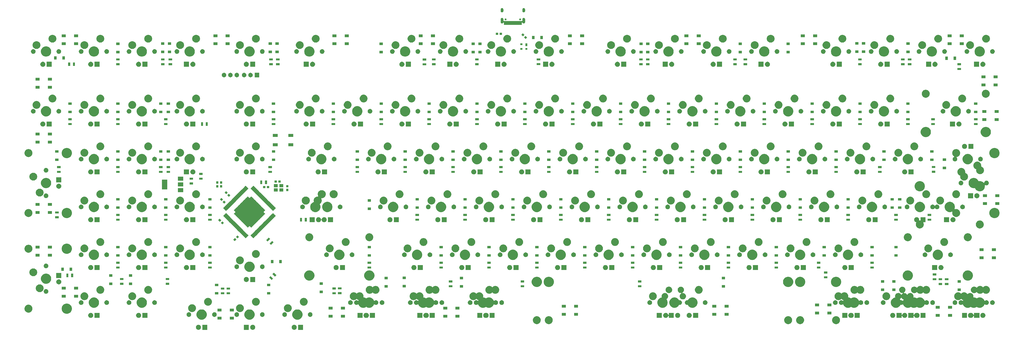
<source format=gbs>
G04 #@! TF.GenerationSoftware,KiCad,Pcbnew,(5.1.5)-3*
G04 #@! TF.CreationDate,2020-11-22T01:35:45-08:00*
G04 #@! TF.ProjectId,1800 layout,31383030-206c-4617-996f-75742e6b6963,rev?*
G04 #@! TF.SameCoordinates,Original*
G04 #@! TF.FileFunction,Soldermask,Bot*
G04 #@! TF.FilePolarity,Negative*
%FSLAX46Y46*%
G04 Gerber Fmt 4.6, Leading zero omitted, Abs format (unit mm)*
G04 Created by KiCad (PCBNEW (5.1.5)-3) date 2020-11-22 01:35:45*
%MOMM*%
%LPD*%
G04 APERTURE LIST*
%ADD10C,0.100000*%
G04 APERTURE END LIST*
D10*
G36*
X99492500Y-134227500D02*
G01*
X97485500Y-134227500D01*
X97485500Y-132220500D01*
X99492500Y-132220500D01*
X99492500Y-134227500D01*
G37*
G36*
X134175425Y-132225988D02*
G01*
X134341710Y-132259063D01*
X134524336Y-132334709D01*
X134688694Y-132444530D01*
X134828470Y-132584306D01*
X134938291Y-132748664D01*
X135013937Y-132931290D01*
X135052500Y-133125164D01*
X135052500Y-133322836D01*
X135013937Y-133516710D01*
X134938291Y-133699336D01*
X134828470Y-133863694D01*
X134688694Y-134003470D01*
X134524336Y-134113291D01*
X134341710Y-134188937D01*
X134175425Y-134222012D01*
X134147837Y-134227500D01*
X133950163Y-134227500D01*
X133922575Y-134222012D01*
X133756290Y-134188937D01*
X133573664Y-134113291D01*
X133409306Y-134003470D01*
X133269530Y-133863694D01*
X133159709Y-133699336D01*
X133084063Y-133516710D01*
X133045500Y-133322836D01*
X133045500Y-133125164D01*
X133084063Y-132931290D01*
X133159709Y-132748664D01*
X133269530Y-132584306D01*
X133409306Y-132444530D01*
X133573664Y-132334709D01*
X133756290Y-132259063D01*
X133922575Y-132225988D01*
X133950163Y-132220500D01*
X134147837Y-132220500D01*
X134175425Y-132225988D01*
G37*
G36*
X137592500Y-134227500D02*
G01*
X135585500Y-134227500D01*
X135585500Y-132220500D01*
X137592500Y-132220500D01*
X137592500Y-134227500D01*
G37*
G36*
X117665425Y-132225988D02*
G01*
X117831710Y-132259063D01*
X118014336Y-132334709D01*
X118178694Y-132444530D01*
X118318470Y-132584306D01*
X118428291Y-132748664D01*
X118503937Y-132931290D01*
X118542500Y-133125164D01*
X118542500Y-133322836D01*
X118503937Y-133516710D01*
X118428291Y-133699336D01*
X118318470Y-133863694D01*
X118178694Y-134003470D01*
X118014336Y-134113291D01*
X117831710Y-134188937D01*
X117665425Y-134222012D01*
X117637837Y-134227500D01*
X117440163Y-134227500D01*
X117412575Y-134222012D01*
X117246290Y-134188937D01*
X117063664Y-134113291D01*
X116899306Y-134003470D01*
X116759530Y-133863694D01*
X116649709Y-133699336D01*
X116574063Y-133516710D01*
X116535500Y-133322836D01*
X116535500Y-133125164D01*
X116574063Y-132931290D01*
X116649709Y-132748664D01*
X116759530Y-132584306D01*
X116899306Y-132444530D01*
X117063664Y-132334709D01*
X117246290Y-132259063D01*
X117412575Y-132225988D01*
X117440163Y-132220500D01*
X117637837Y-132220500D01*
X117665425Y-132225988D01*
G37*
G36*
X96075425Y-132225988D02*
G01*
X96241710Y-132259063D01*
X96424336Y-132334709D01*
X96588694Y-132444530D01*
X96728470Y-132584306D01*
X96838291Y-132748664D01*
X96913937Y-132931290D01*
X96952500Y-133125164D01*
X96952500Y-133322836D01*
X96913937Y-133516710D01*
X96838291Y-133699336D01*
X96728470Y-133863694D01*
X96588694Y-134003470D01*
X96424336Y-134113291D01*
X96241710Y-134188937D01*
X96075425Y-134222012D01*
X96047837Y-134227500D01*
X95850163Y-134227500D01*
X95822575Y-134222012D01*
X95656290Y-134188937D01*
X95473664Y-134113291D01*
X95309306Y-134003470D01*
X95169530Y-133863694D01*
X95059709Y-133699336D01*
X94984063Y-133516710D01*
X94945500Y-133322836D01*
X94945500Y-133125164D01*
X94984063Y-132931290D01*
X95059709Y-132748664D01*
X95169530Y-132584306D01*
X95309306Y-132444530D01*
X95473664Y-132334709D01*
X95656290Y-132259063D01*
X95822575Y-132225988D01*
X95850163Y-132220500D01*
X96047837Y-132220500D01*
X96075425Y-132225988D01*
G37*
G36*
X116002500Y-134227500D02*
G01*
X113995500Y-134227500D01*
X113995500Y-132220500D01*
X116002500Y-132220500D01*
X116002500Y-134227500D01*
G37*
G36*
X335644167Y-128821263D02*
G01*
X335796311Y-128851526D01*
X335915037Y-128900704D01*
X336082941Y-128970252D01*
X336148714Y-129014200D01*
X336340904Y-129142617D01*
X336560283Y-129361996D01*
X336675453Y-129534361D01*
X336732648Y-129619959D01*
X336779213Y-129732377D01*
X336851374Y-129906589D01*
X336881637Y-130058733D01*
X336911900Y-130210875D01*
X336911900Y-130521125D01*
X336851374Y-130825410D01*
X336732648Y-131112041D01*
X336732647Y-131112042D01*
X336560283Y-131370004D01*
X336340904Y-131589383D01*
X336168539Y-131704553D01*
X336082941Y-131761748D01*
X335915037Y-131831296D01*
X335796311Y-131880474D01*
X335492025Y-131941000D01*
X335181775Y-131941000D01*
X334877489Y-131880474D01*
X334758763Y-131831296D01*
X334590859Y-131761748D01*
X334505261Y-131704553D01*
X334332896Y-131589383D01*
X334113517Y-131370004D01*
X333941153Y-131112042D01*
X333941152Y-131112041D01*
X333822426Y-130825410D01*
X333761900Y-130521125D01*
X333761900Y-130210875D01*
X333792163Y-130058733D01*
X333822426Y-129906589D01*
X333894587Y-129732377D01*
X333941152Y-129619959D01*
X333998347Y-129534361D01*
X334113517Y-129361996D01*
X334332896Y-129142617D01*
X334525086Y-129014200D01*
X334590859Y-128970252D01*
X334758763Y-128900704D01*
X334877489Y-128851526D01*
X335029633Y-128821263D01*
X335181775Y-128791000D01*
X335492025Y-128791000D01*
X335644167Y-128821263D01*
G37*
G36*
X349938017Y-128821263D02*
G01*
X350090161Y-128851526D01*
X350208887Y-128900704D01*
X350376791Y-128970252D01*
X350442564Y-129014200D01*
X350634754Y-129142617D01*
X350854133Y-129361996D01*
X350969303Y-129534361D01*
X351026498Y-129619959D01*
X351073063Y-129732377D01*
X351145224Y-129906589D01*
X351175487Y-130058733D01*
X351205750Y-130210875D01*
X351205750Y-130521125D01*
X351145224Y-130825410D01*
X351026498Y-131112041D01*
X351026497Y-131112042D01*
X350854133Y-131370004D01*
X350634754Y-131589383D01*
X350462389Y-131704553D01*
X350376791Y-131761748D01*
X350208887Y-131831296D01*
X350090161Y-131880474D01*
X349785875Y-131941000D01*
X349475625Y-131941000D01*
X349171339Y-131880474D01*
X349052613Y-131831296D01*
X348884709Y-131761748D01*
X348799111Y-131704553D01*
X348626746Y-131589383D01*
X348407367Y-131370004D01*
X348235003Y-131112042D01*
X348235002Y-131112041D01*
X348116276Y-130825410D01*
X348055750Y-130521125D01*
X348055750Y-130210875D01*
X348086013Y-130058733D01*
X348116276Y-129906589D01*
X348188437Y-129732377D01*
X348235002Y-129619959D01*
X348292197Y-129534361D01*
X348407367Y-129361996D01*
X348626746Y-129142617D01*
X348818936Y-129014200D01*
X348884709Y-128970252D01*
X349052613Y-128900704D01*
X349171339Y-128851526D01*
X349323483Y-128821263D01*
X349475625Y-128791000D01*
X349785875Y-128791000D01*
X349938017Y-128821263D01*
G37*
G36*
X330881667Y-128821263D02*
G01*
X331033811Y-128851526D01*
X331152537Y-128900704D01*
X331320441Y-128970252D01*
X331386214Y-129014200D01*
X331578404Y-129142617D01*
X331797783Y-129361996D01*
X331912953Y-129534361D01*
X331970148Y-129619959D01*
X332016713Y-129732377D01*
X332088874Y-129906589D01*
X332119137Y-130058733D01*
X332149400Y-130210875D01*
X332149400Y-130521125D01*
X332088874Y-130825410D01*
X331970148Y-131112041D01*
X331970147Y-131112042D01*
X331797783Y-131370004D01*
X331578404Y-131589383D01*
X331406039Y-131704553D01*
X331320441Y-131761748D01*
X331152537Y-131831296D01*
X331033811Y-131880474D01*
X330729525Y-131941000D01*
X330419275Y-131941000D01*
X330114989Y-131880474D01*
X329996263Y-131831296D01*
X329828359Y-131761748D01*
X329742761Y-131704553D01*
X329570396Y-131589383D01*
X329351017Y-131370004D01*
X329178653Y-131112042D01*
X329178652Y-131112041D01*
X329059926Y-130825410D01*
X328999400Y-130521125D01*
X328999400Y-130210875D01*
X329029663Y-130058733D01*
X329059926Y-129906589D01*
X329132087Y-129732377D01*
X329178652Y-129619959D01*
X329235847Y-129534361D01*
X329351017Y-129361996D01*
X329570396Y-129142617D01*
X329762586Y-129014200D01*
X329828359Y-128970252D01*
X329996263Y-128900704D01*
X330114989Y-128851526D01*
X330267133Y-128821263D01*
X330419275Y-128791000D01*
X330729525Y-128791000D01*
X330881667Y-128821263D01*
G37*
G36*
X230881867Y-128821263D02*
G01*
X231034011Y-128851526D01*
X231152737Y-128900704D01*
X231320641Y-128970252D01*
X231386414Y-129014200D01*
X231578604Y-129142617D01*
X231797983Y-129361996D01*
X231913153Y-129534361D01*
X231970348Y-129619959D01*
X232016913Y-129732377D01*
X232089074Y-129906589D01*
X232119337Y-130058733D01*
X232149600Y-130210875D01*
X232149600Y-130521125D01*
X232089074Y-130825410D01*
X231970348Y-131112041D01*
X231970347Y-131112042D01*
X231797983Y-131370004D01*
X231578604Y-131589383D01*
X231406239Y-131704553D01*
X231320641Y-131761748D01*
X231152737Y-131831296D01*
X231034011Y-131880474D01*
X230729725Y-131941000D01*
X230419475Y-131941000D01*
X230115189Y-131880474D01*
X229996463Y-131831296D01*
X229828559Y-131761748D01*
X229742961Y-131704553D01*
X229570596Y-131589383D01*
X229351217Y-131370004D01*
X229178853Y-131112042D01*
X229178852Y-131112041D01*
X229060126Y-130825410D01*
X228999600Y-130521125D01*
X228999600Y-130210875D01*
X229029863Y-130058733D01*
X229060126Y-129906589D01*
X229132287Y-129732377D01*
X229178852Y-129619959D01*
X229236047Y-129534361D01*
X229351217Y-129361996D01*
X229570596Y-129142617D01*
X229762786Y-129014200D01*
X229828559Y-128970252D01*
X229996463Y-128900704D01*
X230115189Y-128851526D01*
X230267333Y-128821263D01*
X230419475Y-128791000D01*
X230729725Y-128791000D01*
X230881867Y-128821263D01*
G37*
G36*
X235644367Y-128821263D02*
G01*
X235796511Y-128851526D01*
X235915237Y-128900704D01*
X236083141Y-128970252D01*
X236148914Y-129014200D01*
X236341104Y-129142617D01*
X236560483Y-129361996D01*
X236675653Y-129534361D01*
X236732848Y-129619959D01*
X236779413Y-129732377D01*
X236851574Y-129906589D01*
X236881837Y-130058733D01*
X236912100Y-130210875D01*
X236912100Y-130521125D01*
X236851574Y-130825410D01*
X236732848Y-131112041D01*
X236732847Y-131112042D01*
X236560483Y-131370004D01*
X236341104Y-131589383D01*
X236168739Y-131704553D01*
X236083141Y-131761748D01*
X235915237Y-131831296D01*
X235796511Y-131880474D01*
X235492225Y-131941000D01*
X235175625Y-131941000D01*
X234871339Y-131880474D01*
X234752613Y-131831296D01*
X234584709Y-131761748D01*
X234499111Y-131704553D01*
X234326746Y-131589383D01*
X234107367Y-131370004D01*
X233935003Y-131112042D01*
X233935002Y-131112041D01*
X233816276Y-130825410D01*
X233755750Y-130521125D01*
X233755750Y-130210875D01*
X233786013Y-130058733D01*
X233816276Y-129906589D01*
X233888437Y-129732377D01*
X233935002Y-129619959D01*
X233992197Y-129534361D01*
X234107367Y-129361996D01*
X234326746Y-129142617D01*
X234518936Y-129014200D01*
X234584709Y-128970252D01*
X234752613Y-128900704D01*
X234871339Y-128851526D01*
X235023483Y-128821263D01*
X235175625Y-128791000D01*
X235492225Y-128791000D01*
X235644367Y-128821263D01*
G37*
G36*
X97815474Y-126177684D02*
G01*
X97998292Y-126253410D01*
X98187623Y-126331833D01*
X98522548Y-126555623D01*
X98807377Y-126840452D01*
X99031167Y-127175377D01*
X99063562Y-127253586D01*
X99185316Y-127547526D01*
X99263900Y-127942594D01*
X99263900Y-128345406D01*
X99185316Y-128740474D01*
X99134451Y-128863272D01*
X99031167Y-129112623D01*
X98807377Y-129447548D01*
X98522548Y-129732377D01*
X98187623Y-129956167D01*
X98033474Y-130020017D01*
X97815474Y-130110316D01*
X97420406Y-130188900D01*
X97017594Y-130188900D01*
X96622526Y-130110316D01*
X96404526Y-130020017D01*
X96250377Y-129956167D01*
X95915452Y-129732377D01*
X95630623Y-129447548D01*
X95406833Y-129112623D01*
X95303549Y-128863272D01*
X95252684Y-128740474D01*
X95174100Y-128345406D01*
X95174100Y-127942594D01*
X95252684Y-127547526D01*
X95374438Y-127253586D01*
X95406833Y-127175377D01*
X95630623Y-126840452D01*
X95915452Y-126555623D01*
X96250377Y-126331833D01*
X96439708Y-126253410D01*
X96622526Y-126177684D01*
X97017594Y-126099100D01*
X97420406Y-126099100D01*
X97815474Y-126177684D01*
G37*
G36*
X116865474Y-126177684D02*
G01*
X117048292Y-126253410D01*
X117237623Y-126331833D01*
X117572548Y-126555623D01*
X117857377Y-126840452D01*
X118081167Y-127175377D01*
X118113562Y-127253586D01*
X118235316Y-127547526D01*
X118313900Y-127942594D01*
X118313900Y-128345406D01*
X118235316Y-128740474D01*
X118184451Y-128863272D01*
X118081167Y-129112623D01*
X117857377Y-129447548D01*
X117572548Y-129732377D01*
X117237623Y-129956167D01*
X117083474Y-130020017D01*
X116865474Y-130110316D01*
X116470406Y-130188900D01*
X116067594Y-130188900D01*
X115672526Y-130110316D01*
X115454526Y-130020017D01*
X115300377Y-129956167D01*
X114965452Y-129732377D01*
X114680623Y-129447548D01*
X114456833Y-129112623D01*
X114353549Y-128863272D01*
X114302684Y-128740474D01*
X114224100Y-128345406D01*
X114224100Y-127942594D01*
X114302684Y-127547526D01*
X114424438Y-127253586D01*
X114456833Y-127175377D01*
X114680623Y-126840452D01*
X114965452Y-126555623D01*
X115300377Y-126331833D01*
X115489708Y-126253410D01*
X115672526Y-126177684D01*
X116067594Y-126099100D01*
X116470406Y-126099100D01*
X116865474Y-126177684D01*
G37*
G36*
X135915474Y-126177684D02*
G01*
X136098292Y-126253410D01*
X136287623Y-126331833D01*
X136622548Y-126555623D01*
X136907377Y-126840452D01*
X137131167Y-127175377D01*
X137163562Y-127253586D01*
X137285316Y-127547526D01*
X137363900Y-127942594D01*
X137363900Y-128345406D01*
X137285316Y-128740474D01*
X137234451Y-128863272D01*
X137131167Y-129112623D01*
X136907377Y-129447548D01*
X136622548Y-129732377D01*
X136287623Y-129956167D01*
X136133474Y-130020017D01*
X135915474Y-130110316D01*
X135520406Y-130188900D01*
X135117594Y-130188900D01*
X134722526Y-130110316D01*
X134504526Y-130020017D01*
X134350377Y-129956167D01*
X134015452Y-129732377D01*
X133730623Y-129447548D01*
X133506833Y-129112623D01*
X133403549Y-128863272D01*
X133352684Y-128740474D01*
X133274100Y-128345406D01*
X133274100Y-127942594D01*
X133352684Y-127547526D01*
X133474438Y-127253586D01*
X133506833Y-127175377D01*
X133730623Y-126840452D01*
X134015452Y-126555623D01*
X134350377Y-126331833D01*
X134539708Y-126253410D01*
X134722526Y-126177684D01*
X135117594Y-126099100D01*
X135520406Y-126099100D01*
X135915474Y-126177684D01*
G37*
G36*
X105107200Y-130116200D02*
G01*
X103505200Y-130116200D01*
X103505200Y-129014200D01*
X105107200Y-129014200D01*
X105107200Y-130116200D01*
G37*
G36*
X110007200Y-130116200D02*
G01*
X108405200Y-130116200D01*
X108405200Y-129014200D01*
X110007200Y-129014200D01*
X110007200Y-130116200D01*
G37*
G36*
X56629500Y-129464500D02*
G01*
X54622500Y-129464500D01*
X54622500Y-127457500D01*
X56629500Y-127457500D01*
X56629500Y-129464500D01*
G37*
G36*
X372299675Y-127462988D02*
G01*
X372465960Y-127496063D01*
X372648586Y-127571709D01*
X372812944Y-127681530D01*
X372952720Y-127821306D01*
X373062541Y-127985664D01*
X373138187Y-128168290D01*
X373176750Y-128362164D01*
X373176750Y-128559836D01*
X373138187Y-128753710D01*
X373062541Y-128936336D01*
X372952720Y-129100694D01*
X372812944Y-129240470D01*
X372648586Y-129350291D01*
X372465960Y-129425937D01*
X372299675Y-129459012D01*
X372272087Y-129464500D01*
X372074413Y-129464500D01*
X372046825Y-129459012D01*
X371880540Y-129425937D01*
X371697914Y-129350291D01*
X371533556Y-129240470D01*
X371393780Y-129100694D01*
X371283959Y-128936336D01*
X371208313Y-128753710D01*
X371169750Y-128559836D01*
X371169750Y-128362164D01*
X371208313Y-128168290D01*
X371283959Y-127985664D01*
X371393780Y-127821306D01*
X371533556Y-127681530D01*
X371697914Y-127571709D01*
X371880540Y-127496063D01*
X372046825Y-127462988D01*
X372074413Y-127457500D01*
X372272087Y-127457500D01*
X372299675Y-127462988D01*
G37*
G36*
X375716750Y-128176421D02*
G01*
X375719152Y-128200807D01*
X375726265Y-128224256D01*
X375737816Y-128245867D01*
X375753361Y-128264809D01*
X375772303Y-128280354D01*
X375793914Y-128291905D01*
X375817363Y-128299018D01*
X375841749Y-128301420D01*
X375866135Y-128299018D01*
X375889584Y-128291905D01*
X375911195Y-128280354D01*
X375930137Y-128264809D01*
X375945682Y-128245867D01*
X375957233Y-128224256D01*
X375964343Y-128200815D01*
X375970813Y-128168290D01*
X376046459Y-127985664D01*
X376156280Y-127821306D01*
X376296056Y-127681530D01*
X376460414Y-127571709D01*
X376643040Y-127496063D01*
X376809325Y-127462988D01*
X376836913Y-127457500D01*
X377034587Y-127457500D01*
X377062175Y-127462988D01*
X377228460Y-127496063D01*
X377411086Y-127571709D01*
X377575444Y-127681530D01*
X377715220Y-127821306D01*
X377825041Y-127985664D01*
X377900687Y-128168290D01*
X377939250Y-128362164D01*
X377939250Y-128559836D01*
X377900687Y-128753710D01*
X377825041Y-128936336D01*
X377715220Y-129100694D01*
X377575444Y-129240470D01*
X377411086Y-129350291D01*
X377228460Y-129425937D01*
X377062175Y-129459012D01*
X377034587Y-129464500D01*
X376836913Y-129464500D01*
X376809325Y-129459012D01*
X376643040Y-129425937D01*
X376460414Y-129350291D01*
X376296056Y-129240470D01*
X376156280Y-129100694D01*
X376046459Y-128936336D01*
X375970813Y-128753710D01*
X375964343Y-128721185D01*
X375957233Y-128697744D01*
X375945682Y-128676133D01*
X375930136Y-128657191D01*
X375911194Y-128641646D01*
X375889584Y-128630095D01*
X375866135Y-128622982D01*
X375841749Y-128620580D01*
X375817363Y-128622982D01*
X375793914Y-128630095D01*
X375772303Y-128641646D01*
X375753361Y-128657192D01*
X375737816Y-128676134D01*
X375726265Y-128697744D01*
X375719152Y-128721193D01*
X375716750Y-128745579D01*
X375716750Y-129464500D01*
X373709750Y-129464500D01*
X373709750Y-127457500D01*
X375716750Y-127457500D01*
X375716750Y-128176421D01*
G37*
G36*
X408177175Y-127462988D02*
G01*
X408343460Y-127496063D01*
X408526086Y-127571709D01*
X408690444Y-127681530D01*
X408830220Y-127821306D01*
X408940041Y-127985664D01*
X409015687Y-128168290D01*
X409054250Y-128362164D01*
X409054250Y-128559836D01*
X409015687Y-128753710D01*
X408940041Y-128936336D01*
X408830220Y-129100694D01*
X408690444Y-129240470D01*
X408526086Y-129350291D01*
X408343460Y-129425937D01*
X408177175Y-129459012D01*
X408149587Y-129464500D01*
X407951913Y-129464500D01*
X407924325Y-129459012D01*
X407758040Y-129425937D01*
X407575414Y-129350291D01*
X407411056Y-129240470D01*
X407271280Y-129100694D01*
X407161459Y-128936336D01*
X407085813Y-128753710D01*
X407047250Y-128559836D01*
X407047250Y-128362164D01*
X407085813Y-128168290D01*
X407161459Y-127985664D01*
X407271280Y-127821306D01*
X407411056Y-127681530D01*
X407575414Y-127571709D01*
X407758040Y-127496063D01*
X407924325Y-127462988D01*
X407951913Y-127457500D01*
X408149587Y-127457500D01*
X408177175Y-127462988D01*
G37*
G36*
X281970925Y-127462988D02*
G01*
X282137210Y-127496063D01*
X282319836Y-127571709D01*
X282484194Y-127681530D01*
X282623970Y-127821306D01*
X282733791Y-127985664D01*
X282809437Y-128168290D01*
X282815907Y-128200815D01*
X282823017Y-128224256D01*
X282834568Y-128245867D01*
X282850114Y-128264809D01*
X282869056Y-128280354D01*
X282890666Y-128291905D01*
X282914115Y-128299018D01*
X282938501Y-128301420D01*
X282962887Y-128299018D01*
X282986336Y-128291905D01*
X283007947Y-128280354D01*
X283026889Y-128264808D01*
X283042434Y-128245866D01*
X283053985Y-128224256D01*
X283061098Y-128200807D01*
X283063500Y-128176421D01*
X283063500Y-127457500D01*
X285070500Y-127457500D01*
X285070500Y-129464500D01*
X283063500Y-129464500D01*
X283063500Y-128745579D01*
X283061098Y-128721193D01*
X283053985Y-128697744D01*
X283042434Y-128676133D01*
X283026889Y-128657191D01*
X283007947Y-128641646D01*
X282986336Y-128630095D01*
X282962887Y-128622982D01*
X282938501Y-128620580D01*
X282914115Y-128622982D01*
X282890666Y-128630095D01*
X282869055Y-128641646D01*
X282850113Y-128657191D01*
X282834568Y-128676133D01*
X282823017Y-128697744D01*
X282815907Y-128721185D01*
X282809437Y-128753710D01*
X282733791Y-128936336D01*
X282623970Y-129100694D01*
X282484194Y-129240470D01*
X282319836Y-129350291D01*
X282137210Y-129425937D01*
X281970925Y-129459012D01*
X281943337Y-129464500D01*
X281745663Y-129464500D01*
X281718075Y-129459012D01*
X281551790Y-129425937D01*
X281369164Y-129350291D01*
X281204806Y-129240470D01*
X281065030Y-129100694D01*
X280955209Y-128936336D01*
X280879563Y-128753710D01*
X280841000Y-128559836D01*
X280841000Y-128362164D01*
X280879563Y-128168290D01*
X280955209Y-127985664D01*
X281065030Y-127821306D01*
X281204806Y-127681530D01*
X281369164Y-127571709D01*
X281551790Y-127496063D01*
X281718075Y-127462988D01*
X281745663Y-127457500D01*
X281943337Y-127457500D01*
X281970925Y-127462988D01*
G37*
G36*
X401751750Y-129464500D02*
G01*
X399744750Y-129464500D01*
X399744750Y-127457500D01*
X401751750Y-127457500D01*
X401751750Y-129464500D01*
G37*
G36*
X354126750Y-129464500D02*
G01*
X352119750Y-129464500D01*
X352119750Y-127457500D01*
X354126750Y-127457500D01*
X354126750Y-129464500D01*
G37*
G36*
X53212425Y-127462988D02*
G01*
X53378710Y-127496063D01*
X53561336Y-127571709D01*
X53725694Y-127681530D01*
X53865470Y-127821306D01*
X53975291Y-127985664D01*
X54050937Y-128168290D01*
X54089500Y-128362164D01*
X54089500Y-128559836D01*
X54050937Y-128753710D01*
X53975291Y-128936336D01*
X53865470Y-129100694D01*
X53725694Y-129240470D01*
X53561336Y-129350291D01*
X53378710Y-129425937D01*
X53212425Y-129459012D01*
X53184837Y-129464500D01*
X52987163Y-129464500D01*
X52959575Y-129459012D01*
X52793290Y-129425937D01*
X52610664Y-129350291D01*
X52446306Y-129240470D01*
X52306530Y-129100694D01*
X52196709Y-128936336D01*
X52121063Y-128753710D01*
X52082500Y-128559836D01*
X52082500Y-128362164D01*
X52121063Y-128168290D01*
X52196709Y-127985664D01*
X52306530Y-127821306D01*
X52446306Y-127681530D01*
X52610664Y-127571709D01*
X52793290Y-127496063D01*
X52959575Y-127462988D01*
X52987163Y-127457500D01*
X53184837Y-127457500D01*
X53212425Y-127462988D01*
G37*
G36*
X385241750Y-129464500D02*
G01*
X383234750Y-129464500D01*
X383234750Y-127457500D01*
X385241750Y-127457500D01*
X385241750Y-129464500D01*
G37*
G36*
X189979250Y-129464500D02*
G01*
X187972250Y-129464500D01*
X187972250Y-127457500D01*
X189979250Y-127457500D01*
X189979250Y-129464500D01*
G37*
G36*
X286733425Y-127462988D02*
G01*
X286899710Y-127496063D01*
X287082336Y-127571709D01*
X287246694Y-127681530D01*
X287386470Y-127821306D01*
X287496291Y-127985664D01*
X287571937Y-128168290D01*
X287610500Y-128362164D01*
X287610500Y-128559836D01*
X287571937Y-128753710D01*
X287496291Y-128936336D01*
X287386470Y-129100694D01*
X287246694Y-129240470D01*
X287082336Y-129350291D01*
X286899710Y-129425937D01*
X286733425Y-129459012D01*
X286705837Y-129464500D01*
X286508163Y-129464500D01*
X286480575Y-129459012D01*
X286314290Y-129425937D01*
X286131664Y-129350291D01*
X285967306Y-129240470D01*
X285827530Y-129100694D01*
X285717709Y-128936336D01*
X285642063Y-128753710D01*
X285603500Y-128559836D01*
X285603500Y-128362164D01*
X285642063Y-128168290D01*
X285717709Y-127985664D01*
X285827530Y-127821306D01*
X285967306Y-127681530D01*
X286131664Y-127571709D01*
X286314290Y-127496063D01*
X286480575Y-127462988D01*
X286508163Y-127457500D01*
X286705837Y-127457500D01*
X286733425Y-127462988D01*
G37*
G36*
X210533425Y-127462988D02*
G01*
X210699710Y-127496063D01*
X210882336Y-127571709D01*
X211046694Y-127681530D01*
X211186470Y-127821306D01*
X211296291Y-127985664D01*
X211371937Y-128168290D01*
X211410500Y-128362164D01*
X211410500Y-128559836D01*
X211371937Y-128753710D01*
X211296291Y-128936336D01*
X211186470Y-129100694D01*
X211046694Y-129240470D01*
X210882336Y-129350291D01*
X210699710Y-129425937D01*
X210533425Y-129459012D01*
X210505837Y-129464500D01*
X210149413Y-129464500D01*
X210121825Y-129459012D01*
X209955540Y-129425937D01*
X209772914Y-129350291D01*
X209608556Y-129240470D01*
X209468780Y-129100694D01*
X209358959Y-128936336D01*
X209283313Y-128753710D01*
X209244750Y-128559836D01*
X209244750Y-128362164D01*
X209283313Y-128168290D01*
X209358959Y-127985664D01*
X209468780Y-127821306D01*
X209608556Y-127681530D01*
X209772914Y-127571709D01*
X209955540Y-127496063D01*
X210121825Y-127462988D01*
X210149413Y-127457500D01*
X210505837Y-127457500D01*
X210533425Y-127462988D01*
G37*
G36*
X213791750Y-129464500D02*
G01*
X211784750Y-129464500D01*
X211784750Y-127457500D01*
X213791750Y-127457500D01*
X213791750Y-129464500D01*
G37*
G36*
X161245500Y-129464500D02*
G01*
X159238500Y-129464500D01*
X159238500Y-127457500D01*
X161245500Y-127457500D01*
X161245500Y-129464500D01*
G37*
G36*
X208870500Y-129464500D02*
G01*
X206863500Y-129464500D01*
X206863500Y-127457500D01*
X208870500Y-127457500D01*
X208870500Y-129464500D01*
G37*
G36*
X294754250Y-129464500D02*
G01*
X292747250Y-129464500D01*
X292747250Y-127457500D01*
X294754250Y-127457500D01*
X294754250Y-129464500D01*
G37*
G36*
X359048000Y-129464500D02*
G01*
X357041000Y-129464500D01*
X357041000Y-127457500D01*
X359048000Y-127457500D01*
X359048000Y-129464500D01*
G37*
G36*
X186720925Y-127462988D02*
G01*
X186887210Y-127496063D01*
X187069836Y-127571709D01*
X187234194Y-127681530D01*
X187373970Y-127821306D01*
X187483791Y-127985664D01*
X187559437Y-128168290D01*
X187598000Y-128362164D01*
X187598000Y-128559836D01*
X187559437Y-128753710D01*
X187483791Y-128936336D01*
X187373970Y-129100694D01*
X187234194Y-129240470D01*
X187069836Y-129350291D01*
X186887210Y-129425937D01*
X186720925Y-129459012D01*
X186693337Y-129464500D01*
X186336913Y-129464500D01*
X186309325Y-129459012D01*
X186143040Y-129425937D01*
X185960414Y-129350291D01*
X185796056Y-129240470D01*
X185656280Y-129100694D01*
X185546459Y-128936336D01*
X185470813Y-128753710D01*
X185432250Y-128559836D01*
X185432250Y-128362164D01*
X185470813Y-128168290D01*
X185546459Y-127985664D01*
X185656280Y-127821306D01*
X185796056Y-127681530D01*
X185960414Y-127571709D01*
X186143040Y-127496063D01*
X186309325Y-127462988D01*
X186336913Y-127457500D01*
X186693337Y-127457500D01*
X186720925Y-127462988D01*
G37*
G36*
X185058000Y-129464500D02*
G01*
X183051000Y-129464500D01*
X183051000Y-127457500D01*
X185058000Y-127457500D01*
X185058000Y-129464500D01*
G37*
G36*
X380479250Y-128176421D02*
G01*
X380481652Y-128200807D01*
X380488765Y-128224256D01*
X380500316Y-128245867D01*
X380515861Y-128264809D01*
X380534803Y-128280354D01*
X380556414Y-128291905D01*
X380579863Y-128299018D01*
X380604249Y-128301420D01*
X380628635Y-128299018D01*
X380652084Y-128291905D01*
X380673695Y-128280354D01*
X380692637Y-128264809D01*
X380708182Y-128245867D01*
X380719733Y-128224256D01*
X380726843Y-128200815D01*
X380733313Y-128168290D01*
X380808959Y-127985664D01*
X380918780Y-127821306D01*
X381058556Y-127681530D01*
X381222914Y-127571709D01*
X381405540Y-127496063D01*
X381571825Y-127462988D01*
X381599413Y-127457500D01*
X381955837Y-127457500D01*
X381983425Y-127462988D01*
X382149710Y-127496063D01*
X382332336Y-127571709D01*
X382496694Y-127681530D01*
X382636470Y-127821306D01*
X382746291Y-127985664D01*
X382821937Y-128168290D01*
X382860500Y-128362164D01*
X382860500Y-128559836D01*
X382821937Y-128753710D01*
X382746291Y-128936336D01*
X382636470Y-129100694D01*
X382496694Y-129240470D01*
X382332336Y-129350291D01*
X382149710Y-129425937D01*
X381983425Y-129459012D01*
X381955837Y-129464500D01*
X381599413Y-129464500D01*
X381571825Y-129459012D01*
X381405540Y-129425937D01*
X381222914Y-129350291D01*
X381058556Y-129240470D01*
X380918780Y-129100694D01*
X380808959Y-128936336D01*
X380733313Y-128753710D01*
X380726843Y-128721185D01*
X380719733Y-128697744D01*
X380708182Y-128676133D01*
X380692636Y-128657191D01*
X380673694Y-128641646D01*
X380652084Y-128630095D01*
X380628635Y-128622982D01*
X380604249Y-128620580D01*
X380579863Y-128622982D01*
X380556414Y-128630095D01*
X380534803Y-128641646D01*
X380515861Y-128657192D01*
X380500316Y-128676134D01*
X380488765Y-128697744D01*
X380481652Y-128721193D01*
X380479250Y-128745579D01*
X380479250Y-129464500D01*
X378313500Y-129464500D01*
X378313500Y-127457500D01*
X380479250Y-127457500D01*
X380479250Y-128176421D01*
G37*
G36*
X72262425Y-127462988D02*
G01*
X72428710Y-127496063D01*
X72611336Y-127571709D01*
X72775694Y-127681530D01*
X72915470Y-127821306D01*
X73025291Y-127985664D01*
X73100937Y-128168290D01*
X73139500Y-128362164D01*
X73139500Y-128559836D01*
X73100937Y-128753710D01*
X73025291Y-128936336D01*
X72915470Y-129100694D01*
X72775694Y-129240470D01*
X72611336Y-129350291D01*
X72428710Y-129425937D01*
X72262425Y-129459012D01*
X72234837Y-129464500D01*
X72037163Y-129464500D01*
X72009575Y-129459012D01*
X71843290Y-129425937D01*
X71660664Y-129350291D01*
X71496306Y-129240470D01*
X71356530Y-129100694D01*
X71246709Y-128936336D01*
X71171063Y-128753710D01*
X71132500Y-128559836D01*
X71132500Y-128362164D01*
X71171063Y-128168290D01*
X71246709Y-127985664D01*
X71356530Y-127821306D01*
X71496306Y-127681530D01*
X71660664Y-127571709D01*
X71843290Y-127496063D01*
X72009575Y-127462988D01*
X72037163Y-127457500D01*
X72234837Y-127457500D01*
X72262425Y-127462988D01*
G37*
G36*
X291337175Y-127462988D02*
G01*
X291503460Y-127496063D01*
X291686086Y-127571709D01*
X291850444Y-127681530D01*
X291990220Y-127821306D01*
X292100041Y-127985664D01*
X292175687Y-128168290D01*
X292214250Y-128362164D01*
X292214250Y-128559836D01*
X292175687Y-128753710D01*
X292100041Y-128936336D01*
X291990220Y-129100694D01*
X291850444Y-129240470D01*
X291686086Y-129350291D01*
X291503460Y-129425937D01*
X291337175Y-129459012D01*
X291309587Y-129464500D01*
X291111913Y-129464500D01*
X291084325Y-129459012D01*
X290918040Y-129425937D01*
X290735414Y-129350291D01*
X290571056Y-129240470D01*
X290431280Y-129100694D01*
X290321459Y-128936336D01*
X290245813Y-128753710D01*
X290207250Y-128559836D01*
X290207250Y-128362164D01*
X290245813Y-128168290D01*
X290321459Y-127985664D01*
X290431280Y-127821306D01*
X290571056Y-127681530D01*
X290735414Y-127571709D01*
X290918040Y-127496063D01*
X291084325Y-127462988D01*
X291111913Y-127457500D01*
X291309587Y-127457500D01*
X291337175Y-127462988D01*
G37*
G36*
X162908425Y-127462988D02*
G01*
X163074710Y-127496063D01*
X163257336Y-127571709D01*
X163421694Y-127681530D01*
X163561470Y-127821306D01*
X163671291Y-127985664D01*
X163746937Y-128168290D01*
X163785500Y-128362164D01*
X163785500Y-128559836D01*
X163746937Y-128753710D01*
X163671291Y-128936336D01*
X163561470Y-129100694D01*
X163421694Y-129240470D01*
X163257336Y-129350291D01*
X163074710Y-129425937D01*
X162908425Y-129459012D01*
X162880837Y-129464500D01*
X162524413Y-129464500D01*
X162496825Y-129459012D01*
X162330540Y-129425937D01*
X162147914Y-129350291D01*
X161983556Y-129240470D01*
X161843780Y-129100694D01*
X161733959Y-128936336D01*
X161658313Y-128753710D01*
X161619750Y-128559836D01*
X161619750Y-128362164D01*
X161658313Y-128168290D01*
X161733959Y-127985664D01*
X161843780Y-127821306D01*
X161983556Y-127681530D01*
X162147914Y-127571709D01*
X162330540Y-127496063D01*
X162496825Y-127462988D01*
X162524413Y-127457500D01*
X162880837Y-127457500D01*
X162908425Y-127462988D01*
G37*
G36*
X166166750Y-129464500D02*
G01*
X164159750Y-129464500D01*
X164159750Y-127457500D01*
X166166750Y-127457500D01*
X166166750Y-129464500D01*
G37*
G36*
X280308000Y-129464500D02*
G01*
X278301000Y-129464500D01*
X278301000Y-127457500D01*
X280308000Y-127457500D01*
X280308000Y-129464500D01*
G37*
G36*
X403414675Y-127462988D02*
G01*
X403580960Y-127496063D01*
X403763586Y-127571709D01*
X403927944Y-127681530D01*
X404067720Y-127821306D01*
X404177541Y-127985664D01*
X404253187Y-128168290D01*
X404259657Y-128200815D01*
X404266767Y-128224256D01*
X404278318Y-128245867D01*
X404293864Y-128264809D01*
X404312806Y-128280354D01*
X404334416Y-128291905D01*
X404357865Y-128299018D01*
X404382251Y-128301420D01*
X404406637Y-128299018D01*
X404430086Y-128291905D01*
X404451697Y-128280354D01*
X404470639Y-128264808D01*
X404486184Y-128245866D01*
X404497735Y-128224256D01*
X404504848Y-128200807D01*
X404507250Y-128176421D01*
X404507250Y-127457500D01*
X406673000Y-127457500D01*
X406673000Y-129464500D01*
X404507250Y-129464500D01*
X404507250Y-128745579D01*
X404504848Y-128721193D01*
X404497735Y-128697744D01*
X404486184Y-128676133D01*
X404470639Y-128657191D01*
X404451697Y-128641646D01*
X404430086Y-128630095D01*
X404406637Y-128622982D01*
X404382251Y-128620580D01*
X404357865Y-128622982D01*
X404334416Y-128630095D01*
X404312805Y-128641646D01*
X404293863Y-128657191D01*
X404278318Y-128676133D01*
X404266767Y-128697744D01*
X404259657Y-128721185D01*
X404253187Y-128753710D01*
X404177541Y-128936336D01*
X404067720Y-129100694D01*
X403927944Y-129240470D01*
X403763586Y-129350291D01*
X403580960Y-129425937D01*
X403414675Y-129459012D01*
X403387087Y-129464500D01*
X403030663Y-129464500D01*
X403003075Y-129459012D01*
X402836790Y-129425937D01*
X402654164Y-129350291D01*
X402489806Y-129240470D01*
X402350030Y-129100694D01*
X402240209Y-128936336D01*
X402164563Y-128753710D01*
X402126000Y-128559836D01*
X402126000Y-128362164D01*
X402164563Y-128168290D01*
X402240209Y-127985664D01*
X402350030Y-127821306D01*
X402489806Y-127681530D01*
X402654164Y-127571709D01*
X402836790Y-127496063D01*
X403003075Y-127462988D01*
X403030663Y-127457500D01*
X403387087Y-127457500D01*
X403414675Y-127462988D01*
G37*
G36*
X75679500Y-129464500D02*
G01*
X73672500Y-129464500D01*
X73672500Y-127457500D01*
X75679500Y-127457500D01*
X75679500Y-129464500D01*
G37*
G36*
X355789675Y-127462988D02*
G01*
X355955960Y-127496063D01*
X356138586Y-127571709D01*
X356302944Y-127681530D01*
X356442720Y-127821306D01*
X356552541Y-127985664D01*
X356628187Y-128168290D01*
X356666750Y-128362164D01*
X356666750Y-128559836D01*
X356628187Y-128753710D01*
X356552541Y-128936336D01*
X356442720Y-129100694D01*
X356302944Y-129240470D01*
X356138586Y-129350291D01*
X355955960Y-129425937D01*
X355789675Y-129459012D01*
X355762087Y-129464500D01*
X355405663Y-129464500D01*
X355378075Y-129459012D01*
X355211790Y-129425937D01*
X355029164Y-129350291D01*
X354864806Y-129240470D01*
X354725030Y-129100694D01*
X354615209Y-128936336D01*
X354539563Y-128753710D01*
X354501000Y-128559836D01*
X354501000Y-128362164D01*
X354539563Y-128168290D01*
X354615209Y-127985664D01*
X354725030Y-127821306D01*
X354864806Y-127681530D01*
X355029164Y-127571709D01*
X355211790Y-127496063D01*
X355378075Y-127462988D01*
X355405663Y-127457500D01*
X355762087Y-127457500D01*
X355789675Y-127462988D01*
G37*
G36*
X194923400Y-129354200D02*
G01*
X193321400Y-129354200D01*
X193321400Y-128252200D01*
X194923400Y-128252200D01*
X194923400Y-129354200D01*
G37*
G36*
X199823400Y-129354200D02*
G01*
X198221400Y-129354200D01*
X198221400Y-128252200D01*
X199823400Y-128252200D01*
X199823400Y-129354200D01*
G37*
G36*
X149323400Y-129354200D02*
G01*
X147721400Y-129354200D01*
X147721400Y-128252200D01*
X149323400Y-128252200D01*
X149323400Y-129354200D01*
G37*
G36*
X154223400Y-129354200D02*
G01*
X152621400Y-129354200D01*
X152621400Y-128252200D01*
X154223400Y-128252200D01*
X154223400Y-129354200D01*
G37*
G36*
X140669104Y-127253585D02*
G01*
X140837626Y-127323389D01*
X140989291Y-127424728D01*
X141118272Y-127553709D01*
X141219611Y-127705374D01*
X141289415Y-127873896D01*
X141325000Y-128052797D01*
X141325000Y-128235203D01*
X141289415Y-128414104D01*
X141219611Y-128582626D01*
X141118272Y-128734291D01*
X140989291Y-128863272D01*
X140837626Y-128964611D01*
X140669104Y-129034415D01*
X140490203Y-129070000D01*
X140307797Y-129070000D01*
X140128896Y-129034415D01*
X139960374Y-128964611D01*
X139808709Y-128863272D01*
X139679728Y-128734291D01*
X139578389Y-128582626D01*
X139508585Y-128414104D01*
X139473000Y-128235203D01*
X139473000Y-128052797D01*
X139508585Y-127873896D01*
X139578389Y-127705374D01*
X139679728Y-127553709D01*
X139808709Y-127424728D01*
X139960374Y-127323389D01*
X140128896Y-127253585D01*
X140307797Y-127218000D01*
X140490203Y-127218000D01*
X140669104Y-127253585D01*
G37*
G36*
X92409104Y-127253585D02*
G01*
X92577626Y-127323389D01*
X92729291Y-127424728D01*
X92858272Y-127553709D01*
X92959611Y-127705374D01*
X93029415Y-127873896D01*
X93065000Y-128052797D01*
X93065000Y-128235203D01*
X93029415Y-128414104D01*
X92959611Y-128582626D01*
X92858272Y-128734291D01*
X92729291Y-128863272D01*
X92577626Y-128964611D01*
X92409104Y-129034415D01*
X92230203Y-129070000D01*
X92047797Y-129070000D01*
X91868896Y-129034415D01*
X91700374Y-128964611D01*
X91548709Y-128863272D01*
X91419728Y-128734291D01*
X91318389Y-128582626D01*
X91248585Y-128414104D01*
X91213000Y-128235203D01*
X91213000Y-128052797D01*
X91248585Y-127873896D01*
X91318389Y-127705374D01*
X91419728Y-127553709D01*
X91548709Y-127424728D01*
X91700374Y-127323389D01*
X91868896Y-127253585D01*
X92047797Y-127218000D01*
X92230203Y-127218000D01*
X92409104Y-127253585D01*
G37*
G36*
X130509104Y-127253585D02*
G01*
X130677626Y-127323389D01*
X130829291Y-127424728D01*
X130958272Y-127553709D01*
X131059611Y-127705374D01*
X131129415Y-127873896D01*
X131165000Y-128052797D01*
X131165000Y-128235203D01*
X131129415Y-128414104D01*
X131059611Y-128582626D01*
X130958272Y-128734291D01*
X130829291Y-128863272D01*
X130677626Y-128964611D01*
X130509104Y-129034415D01*
X130330203Y-129070000D01*
X130147797Y-129070000D01*
X129968896Y-129034415D01*
X129800374Y-128964611D01*
X129648709Y-128863272D01*
X129519728Y-128734291D01*
X129418389Y-128582626D01*
X129348585Y-128414104D01*
X129313000Y-128235203D01*
X129313000Y-128052797D01*
X129348585Y-127873896D01*
X129418389Y-127705374D01*
X129519728Y-127553709D01*
X129648709Y-127424728D01*
X129800374Y-127323389D01*
X129968896Y-127253585D01*
X130147797Y-127218000D01*
X130330203Y-127218000D01*
X130509104Y-127253585D01*
G37*
G36*
X111459104Y-127253585D02*
G01*
X111627626Y-127323389D01*
X111779291Y-127424728D01*
X111908272Y-127553709D01*
X112009611Y-127705374D01*
X112079415Y-127873896D01*
X112115000Y-128052797D01*
X112115000Y-128235203D01*
X112079415Y-128414104D01*
X112009611Y-128582626D01*
X111908272Y-128734291D01*
X111779291Y-128863272D01*
X111627626Y-128964611D01*
X111459104Y-129034415D01*
X111280203Y-129070000D01*
X111097797Y-129070000D01*
X110918896Y-129034415D01*
X110750374Y-128964611D01*
X110598709Y-128863272D01*
X110469728Y-128734291D01*
X110368389Y-128582626D01*
X110298585Y-128414104D01*
X110263000Y-128235203D01*
X110263000Y-128052797D01*
X110298585Y-127873896D01*
X110368389Y-127705374D01*
X110469728Y-127553709D01*
X110598709Y-127424728D01*
X110750374Y-127323389D01*
X110918896Y-127253585D01*
X111097797Y-127218000D01*
X111280203Y-127218000D01*
X111459104Y-127253585D01*
G37*
G36*
X121619104Y-127253585D02*
G01*
X121787626Y-127323389D01*
X121939291Y-127424728D01*
X122068272Y-127553709D01*
X122169611Y-127705374D01*
X122239415Y-127873896D01*
X122275000Y-128052797D01*
X122275000Y-128235203D01*
X122239415Y-128414104D01*
X122169611Y-128582626D01*
X122068272Y-128734291D01*
X121939291Y-128863272D01*
X121787626Y-128964611D01*
X121619104Y-129034415D01*
X121440203Y-129070000D01*
X121257797Y-129070000D01*
X121078896Y-129034415D01*
X120910374Y-128964611D01*
X120758709Y-128863272D01*
X120629728Y-128734291D01*
X120528389Y-128582626D01*
X120458585Y-128414104D01*
X120423000Y-128235203D01*
X120423000Y-128052797D01*
X120458585Y-127873896D01*
X120528389Y-127705374D01*
X120629728Y-127553709D01*
X120758709Y-127424728D01*
X120910374Y-127323389D01*
X121078896Y-127253585D01*
X121257797Y-127218000D01*
X121440203Y-127218000D01*
X121619104Y-127253585D01*
G37*
G36*
X102569104Y-127253585D02*
G01*
X102737626Y-127323389D01*
X102889291Y-127424728D01*
X103018272Y-127553709D01*
X103119611Y-127705374D01*
X103189415Y-127873896D01*
X103225000Y-128052797D01*
X103225000Y-128235203D01*
X103189415Y-128414104D01*
X103119611Y-128582626D01*
X103018272Y-128734291D01*
X102889291Y-128863272D01*
X102737626Y-128964611D01*
X102569104Y-129034415D01*
X102390203Y-129070000D01*
X102207797Y-129070000D01*
X102028896Y-129034415D01*
X101860374Y-128964611D01*
X101708709Y-128863272D01*
X101579728Y-128734291D01*
X101478389Y-128582626D01*
X101408585Y-128414104D01*
X101373000Y-128235203D01*
X101373000Y-128052797D01*
X101408585Y-127873896D01*
X101478389Y-127705374D01*
X101579728Y-127553709D01*
X101708709Y-127424728D01*
X101860374Y-127323389D01*
X102028896Y-127253585D01*
X102207797Y-127218000D01*
X102390203Y-127218000D01*
X102569104Y-127253585D01*
G37*
G36*
X390882600Y-128998600D02*
G01*
X389280600Y-128998600D01*
X389280600Y-127896600D01*
X390882600Y-127896600D01*
X390882600Y-128998600D01*
G37*
G36*
X395782600Y-128998600D02*
G01*
X394180600Y-128998600D01*
X394180600Y-127896600D01*
X395782600Y-127896600D01*
X395782600Y-128998600D01*
G37*
G36*
X246989400Y-128617600D02*
G01*
X245387400Y-128617600D01*
X245387400Y-127515600D01*
X246989400Y-127515600D01*
X246989400Y-128617600D01*
G37*
G36*
X242089400Y-128617600D02*
G01*
X240487400Y-128617600D01*
X240487400Y-127515600D01*
X242089400Y-127515600D01*
X242089400Y-128617600D01*
G37*
G36*
X302013200Y-128592200D02*
G01*
X300411200Y-128592200D01*
X300411200Y-127490200D01*
X302013200Y-127490200D01*
X302013200Y-128592200D01*
G37*
G36*
X306913200Y-128592200D02*
G01*
X305311200Y-128592200D01*
X305311200Y-127490200D01*
X306913200Y-127490200D01*
X306913200Y-128592200D01*
G37*
G36*
X347751200Y-128109600D02*
G01*
X346149200Y-128109600D01*
X346149200Y-127007600D01*
X347751200Y-127007600D01*
X347751200Y-128109600D01*
G37*
G36*
X342851200Y-128109600D02*
G01*
X341249200Y-128109600D01*
X341249200Y-127007600D01*
X342851200Y-127007600D01*
X342851200Y-128109600D01*
G37*
G36*
X44157474Y-123827684D02*
G01*
X44375474Y-123917983D01*
X44529623Y-123981833D01*
X44864548Y-124205623D01*
X45149377Y-124490452D01*
X45373167Y-124825377D01*
X45373167Y-124825378D01*
X45527316Y-125197526D01*
X45605900Y-125592594D01*
X45605900Y-125995406D01*
X45527316Y-126390474D01*
X45465363Y-126540041D01*
X45373167Y-126762623D01*
X45149377Y-127097548D01*
X44864548Y-127382377D01*
X44529623Y-127606167D01*
X44375474Y-127670017D01*
X44157474Y-127760316D01*
X43762406Y-127838900D01*
X43359594Y-127838900D01*
X42964526Y-127760316D01*
X42746526Y-127670017D01*
X42592377Y-127606167D01*
X42257452Y-127382377D01*
X41972623Y-127097548D01*
X41748833Y-126762623D01*
X41656637Y-126540041D01*
X41594684Y-126390474D01*
X41516100Y-125995406D01*
X41516100Y-125592594D01*
X41594684Y-125197526D01*
X41748833Y-124825378D01*
X41748833Y-124825377D01*
X41972623Y-124490452D01*
X42257452Y-124205623D01*
X42592377Y-123981833D01*
X42746526Y-123917983D01*
X42964526Y-123827684D01*
X43359594Y-123749100D01*
X43762406Y-123749100D01*
X44157474Y-123827684D01*
G37*
G36*
X28780411Y-124279526D02*
G01*
X28867501Y-124315600D01*
X29067041Y-124398252D01*
X29127245Y-124438479D01*
X29325004Y-124570617D01*
X29544383Y-124789996D01*
X29659553Y-124962361D01*
X29716748Y-125047959D01*
X29776895Y-125193167D01*
X29835474Y-125334589D01*
X29896000Y-125638876D01*
X29896000Y-125949124D01*
X29835474Y-126253411D01*
X29800157Y-126338674D01*
X29716748Y-126540041D01*
X29716747Y-126540042D01*
X29544383Y-126798004D01*
X29325004Y-127017383D01*
X29205028Y-127097548D01*
X29067041Y-127189748D01*
X28998834Y-127218000D01*
X28780411Y-127308474D01*
X28628267Y-127338737D01*
X28476125Y-127369000D01*
X28165875Y-127369000D01*
X28013733Y-127338737D01*
X27861589Y-127308474D01*
X27643166Y-127218000D01*
X27574959Y-127189748D01*
X27436972Y-127097548D01*
X27316996Y-127017383D01*
X27097617Y-126798004D01*
X26925253Y-126540042D01*
X26925252Y-126540041D01*
X26841843Y-126338674D01*
X26806526Y-126253411D01*
X26746000Y-125949124D01*
X26746000Y-125638876D01*
X26806526Y-125334589D01*
X26865105Y-125193167D01*
X26925252Y-125047959D01*
X26982447Y-124962361D01*
X27097617Y-124789996D01*
X27316996Y-124570617D01*
X27514755Y-124438479D01*
X27574959Y-124398252D01*
X27774499Y-124315600D01*
X27861589Y-124279526D01*
X28165875Y-124219000D01*
X28476125Y-124219000D01*
X28780411Y-124279526D01*
G37*
G36*
X93642092Y-124068979D02*
G01*
X93861410Y-124112604D01*
X94143674Y-124229521D01*
X94397705Y-124399259D01*
X94613741Y-124615295D01*
X94783479Y-124869326D01*
X94866669Y-125070166D01*
X94900396Y-125151591D01*
X94960000Y-125451239D01*
X94960000Y-125756761D01*
X94930198Y-125906585D01*
X94900396Y-126056410D01*
X94783479Y-126338674D01*
X94613741Y-126592705D01*
X94397705Y-126808741D01*
X94143674Y-126978479D01*
X93861410Y-127095396D01*
X93711585Y-127125198D01*
X93561761Y-127155000D01*
X93256239Y-127155000D01*
X93106415Y-127125198D01*
X92956590Y-127095396D01*
X92674326Y-126978479D01*
X92420295Y-126808741D01*
X92204259Y-126592705D01*
X92034521Y-126338674D01*
X91917604Y-126056410D01*
X91887802Y-125906585D01*
X91858000Y-125756761D01*
X91858000Y-125451239D01*
X91917604Y-125151591D01*
X91951331Y-125070166D01*
X92034521Y-124869326D01*
X92204259Y-124615295D01*
X92420295Y-124399259D01*
X92674326Y-124229521D01*
X92956590Y-124112604D01*
X93175908Y-124068979D01*
X93256239Y-124053000D01*
X93561761Y-124053000D01*
X93642092Y-124068979D01*
G37*
G36*
X131742092Y-124068979D02*
G01*
X131961410Y-124112604D01*
X132243674Y-124229521D01*
X132497705Y-124399259D01*
X132713741Y-124615295D01*
X132883479Y-124869326D01*
X132966669Y-125070166D01*
X133000396Y-125151591D01*
X133060000Y-125451239D01*
X133060000Y-125756761D01*
X133030198Y-125906585D01*
X133000396Y-126056410D01*
X132883479Y-126338674D01*
X132713741Y-126592705D01*
X132497705Y-126808741D01*
X132243674Y-126978479D01*
X131961410Y-127095396D01*
X131811585Y-127125198D01*
X131661761Y-127155000D01*
X131356239Y-127155000D01*
X131206415Y-127125198D01*
X131056590Y-127095396D01*
X130774326Y-126978479D01*
X130520295Y-126808741D01*
X130304259Y-126592705D01*
X130134521Y-126338674D01*
X130017604Y-126056410D01*
X129987802Y-125906585D01*
X129958000Y-125756761D01*
X129958000Y-125451239D01*
X130017604Y-125151591D01*
X130051331Y-125070166D01*
X130134521Y-124869326D01*
X130304259Y-124615295D01*
X130520295Y-124399259D01*
X130774326Y-124229521D01*
X131056590Y-124112604D01*
X131275908Y-124068979D01*
X131356239Y-124053000D01*
X131661761Y-124053000D01*
X131742092Y-124068979D01*
G37*
G36*
X112692092Y-124068979D02*
G01*
X112911410Y-124112604D01*
X113193674Y-124229521D01*
X113447705Y-124399259D01*
X113663741Y-124615295D01*
X113833479Y-124869326D01*
X113916669Y-125070166D01*
X113950396Y-125151591D01*
X114010000Y-125451239D01*
X114010000Y-125756761D01*
X113980198Y-125906585D01*
X113950396Y-126056410D01*
X113833479Y-126338674D01*
X113663741Y-126592705D01*
X113447705Y-126808741D01*
X113193674Y-126978479D01*
X112911410Y-127095396D01*
X112761585Y-127125198D01*
X112611761Y-127155000D01*
X112306239Y-127155000D01*
X112156415Y-127125198D01*
X112006590Y-127095396D01*
X111724326Y-126978479D01*
X111470295Y-126808741D01*
X111254259Y-126592705D01*
X111084521Y-126338674D01*
X110967604Y-126056410D01*
X110937802Y-125906585D01*
X110908000Y-125756761D01*
X110908000Y-125451239D01*
X110967604Y-125151591D01*
X111001331Y-125070166D01*
X111084521Y-124869326D01*
X111254259Y-124615295D01*
X111470295Y-124399259D01*
X111724326Y-124229521D01*
X112006590Y-124112604D01*
X112225908Y-124068979D01*
X112306239Y-124053000D01*
X112611761Y-124053000D01*
X112692092Y-124068979D01*
G37*
G36*
X110007200Y-126916200D02*
G01*
X108405200Y-126916200D01*
X108405200Y-125814200D01*
X110007200Y-125814200D01*
X110007200Y-126916200D01*
G37*
G36*
X105107200Y-126916200D02*
G01*
X103505200Y-126916200D01*
X103505200Y-125814200D01*
X105107200Y-125814200D01*
X105107200Y-126916200D01*
G37*
G36*
X149323400Y-126154200D02*
G01*
X147721400Y-126154200D01*
X147721400Y-125052200D01*
X149323400Y-125052200D01*
X149323400Y-126154200D01*
G37*
G36*
X199823400Y-126154200D02*
G01*
X198221400Y-126154200D01*
X198221400Y-125052200D01*
X199823400Y-125052200D01*
X199823400Y-126154200D01*
G37*
G36*
X194923400Y-126154200D02*
G01*
X193321400Y-126154200D01*
X193321400Y-125052200D01*
X194923400Y-125052200D01*
X194923400Y-126154200D01*
G37*
G36*
X154223400Y-126154200D02*
G01*
X152621400Y-126154200D01*
X152621400Y-125052200D01*
X154223400Y-125052200D01*
X154223400Y-126154200D01*
G37*
G36*
X395782600Y-125798600D02*
G01*
X394180600Y-125798600D01*
X394180600Y-124696600D01*
X395782600Y-124696600D01*
X395782600Y-125798600D01*
G37*
G36*
X390882600Y-125798600D02*
G01*
X389280600Y-125798600D01*
X389280600Y-124696600D01*
X390882600Y-124696600D01*
X390882600Y-125798600D01*
G37*
G36*
X181817085Y-119319802D02*
G01*
X181966910Y-119349604D01*
X182249174Y-119466521D01*
X182503205Y-119636259D01*
X182616748Y-119749802D01*
X182635679Y-119765338D01*
X182657290Y-119776889D01*
X182680739Y-119784002D01*
X182705125Y-119786404D01*
X182729511Y-119784002D01*
X182752960Y-119776889D01*
X182774571Y-119765338D01*
X182793502Y-119749802D01*
X182907045Y-119636259D01*
X183161076Y-119466521D01*
X183443340Y-119349604D01*
X183593165Y-119319802D01*
X183742989Y-119290000D01*
X184048511Y-119290000D01*
X184198335Y-119319802D01*
X184348160Y-119349604D01*
X184630424Y-119466521D01*
X184884455Y-119636259D01*
X185100491Y-119852295D01*
X185270229Y-120106326D01*
X185340758Y-120276600D01*
X185387146Y-120388591D01*
X185446750Y-120688239D01*
X185446750Y-120993761D01*
X185408369Y-121186715D01*
X185405967Y-121211101D01*
X185408369Y-121235487D01*
X185415482Y-121258936D01*
X185427033Y-121280547D01*
X185442578Y-121299489D01*
X185461520Y-121315034D01*
X185483131Y-121326585D01*
X185506580Y-121333698D01*
X185520942Y-121335113D01*
X185525904Y-121336100D01*
X185525905Y-121336100D01*
X185604266Y-121351687D01*
X185920974Y-121414684D01*
X186108715Y-121492449D01*
X186293123Y-121568833D01*
X186445037Y-121670339D01*
X186445679Y-121670768D01*
X186467290Y-121682319D01*
X186490739Y-121689432D01*
X186515125Y-121691834D01*
X186539511Y-121689432D01*
X186562960Y-121682319D01*
X186584571Y-121670768D01*
X186585213Y-121670339D01*
X186737127Y-121568833D01*
X186921535Y-121492449D01*
X187109276Y-121414684D01*
X187504344Y-121336100D01*
X187907156Y-121336100D01*
X188302224Y-121414684D01*
X188489965Y-121492449D01*
X188674373Y-121568833D01*
X189009298Y-121792623D01*
X189294127Y-122077452D01*
X189517917Y-122412377D01*
X189550312Y-122490586D01*
X189606142Y-122625372D01*
X189617693Y-122646983D01*
X189633238Y-122665925D01*
X189652180Y-122681470D01*
X189673791Y-122693021D01*
X189697240Y-122700134D01*
X189721626Y-122702536D01*
X189746012Y-122700134D01*
X189769461Y-122693021D01*
X189791072Y-122681470D01*
X189810003Y-122665934D01*
X189814209Y-122661728D01*
X189965874Y-122560389D01*
X190134396Y-122490585D01*
X190313297Y-122455000D01*
X190495703Y-122455000D01*
X190674604Y-122490585D01*
X190843126Y-122560389D01*
X190994791Y-122661728D01*
X191123772Y-122790709D01*
X191225111Y-122942374D01*
X191294915Y-123110896D01*
X191330500Y-123289797D01*
X191330500Y-123472203D01*
X191294915Y-123651104D01*
X191225111Y-123819626D01*
X191123772Y-123971291D01*
X190994791Y-124100272D01*
X190843126Y-124201611D01*
X190674604Y-124271415D01*
X190495703Y-124307000D01*
X190313297Y-124307000D01*
X190134396Y-124271415D01*
X189965874Y-124201611D01*
X189814209Y-124100272D01*
X189810003Y-124096066D01*
X189791072Y-124080530D01*
X189769461Y-124068979D01*
X189746012Y-124061866D01*
X189721626Y-124059464D01*
X189697240Y-124061866D01*
X189673791Y-124068979D01*
X189652180Y-124080530D01*
X189633238Y-124096075D01*
X189617693Y-124115017D01*
X189606142Y-124136628D01*
X189517917Y-124349623D01*
X189294127Y-124684548D01*
X189009298Y-124969377D01*
X188674373Y-125193167D01*
X188520224Y-125257017D01*
X188302224Y-125347316D01*
X187907156Y-125425900D01*
X187504344Y-125425900D01*
X187109276Y-125347316D01*
X186891276Y-125257017D01*
X186737127Y-125193167D01*
X186584569Y-125091231D01*
X186562960Y-125079681D01*
X186539511Y-125072568D01*
X186515125Y-125070166D01*
X186490739Y-125072568D01*
X186467290Y-125079681D01*
X186445681Y-125091231D01*
X186293123Y-125193167D01*
X186138974Y-125257017D01*
X185920974Y-125347316D01*
X185525906Y-125425900D01*
X185123094Y-125425900D01*
X184728026Y-125347316D01*
X184510026Y-125257017D01*
X184355877Y-125193167D01*
X184020952Y-124969377D01*
X183736123Y-124684548D01*
X183512333Y-124349623D01*
X183424108Y-124136628D01*
X183412557Y-124115017D01*
X183397012Y-124096075D01*
X183378070Y-124080530D01*
X183356459Y-124068979D01*
X183333010Y-124061866D01*
X183308624Y-124059464D01*
X183284238Y-124061866D01*
X183260789Y-124068979D01*
X183239178Y-124080530D01*
X183220247Y-124096066D01*
X183216041Y-124100272D01*
X183064376Y-124201611D01*
X182895854Y-124271415D01*
X182716953Y-124307000D01*
X182534547Y-124307000D01*
X182355646Y-124271415D01*
X182187124Y-124201611D01*
X182035459Y-124100272D01*
X181906478Y-123971291D01*
X181805139Y-123819626D01*
X181735335Y-123651104D01*
X181699750Y-123472203D01*
X181699750Y-123289797D01*
X181735335Y-123110896D01*
X181805139Y-122942374D01*
X181906478Y-122790709D01*
X182035459Y-122661728D01*
X182187124Y-122560389D01*
X182355646Y-122490585D01*
X182534547Y-122455000D01*
X182716953Y-122455000D01*
X182895854Y-122490585D01*
X183064376Y-122560389D01*
X183216041Y-122661728D01*
X183220247Y-122665934D01*
X183239178Y-122681470D01*
X183260789Y-122693021D01*
X183284238Y-122700134D01*
X183308624Y-122702536D01*
X183333010Y-122700134D01*
X183356459Y-122693021D01*
X183378070Y-122681470D01*
X183397012Y-122665925D01*
X183412557Y-122646983D01*
X183424108Y-122625372D01*
X183482672Y-122483985D01*
X183489785Y-122460536D01*
X183492187Y-122436150D01*
X183489785Y-122411764D01*
X183482672Y-122388315D01*
X183471121Y-122366704D01*
X183455575Y-122347762D01*
X183436633Y-122332217D01*
X183415029Y-122320669D01*
X183161076Y-122215479D01*
X182907045Y-122045741D01*
X182793502Y-121932198D01*
X182774571Y-121916662D01*
X182752960Y-121905111D01*
X182729511Y-121897998D01*
X182705125Y-121895596D01*
X182680739Y-121897998D01*
X182657290Y-121905111D01*
X182635679Y-121916662D01*
X182616748Y-121932198D01*
X182503205Y-122045741D01*
X182249174Y-122215479D01*
X181966910Y-122332396D01*
X181817085Y-122362198D01*
X181667261Y-122392000D01*
X181361739Y-122392000D01*
X181211915Y-122362198D01*
X181062090Y-122332396D01*
X180779826Y-122215479D01*
X180525795Y-122045741D01*
X180309759Y-121829705D01*
X180140021Y-121575674D01*
X180023104Y-121293410D01*
X179963500Y-120993760D01*
X179963500Y-120688240D01*
X180023104Y-120388590D01*
X180140021Y-120106326D01*
X180309759Y-119852295D01*
X180525795Y-119636259D01*
X180779826Y-119466521D01*
X181062090Y-119349604D01*
X181211915Y-119319802D01*
X181361739Y-119290000D01*
X181667261Y-119290000D01*
X181817085Y-119319802D01*
G37*
G36*
X293077224Y-121414684D02*
G01*
X293264965Y-121492449D01*
X293449373Y-121568833D01*
X293784298Y-121792623D01*
X294069127Y-122077452D01*
X294292917Y-122412377D01*
X294325312Y-122490586D01*
X294447066Y-122784526D01*
X294525650Y-123179594D01*
X294525650Y-123582406D01*
X294447066Y-123977474D01*
X294396201Y-124100272D01*
X294292917Y-124349623D01*
X294069127Y-124684548D01*
X293784298Y-124969377D01*
X293449373Y-125193167D01*
X293295224Y-125257017D01*
X293077224Y-125347316D01*
X292682156Y-125425900D01*
X292279344Y-125425900D01*
X291884276Y-125347316D01*
X291666276Y-125257017D01*
X291512127Y-125193167D01*
X291177202Y-124969377D01*
X290892373Y-124684548D01*
X290701749Y-124399259D01*
X290671031Y-124353287D01*
X290655485Y-124334345D01*
X290636544Y-124318800D01*
X290614933Y-124307249D01*
X290591484Y-124300136D01*
X290567098Y-124297734D01*
X290542712Y-124300136D01*
X290508204Y-124307000D01*
X290325797Y-124307000D01*
X290146896Y-124271415D01*
X289978374Y-124201611D01*
X289826709Y-124100272D01*
X289697728Y-123971291D01*
X289596389Y-123819626D01*
X289526585Y-123651104D01*
X289491000Y-123472203D01*
X289491000Y-123289797D01*
X289526585Y-123110896D01*
X289596389Y-122942374D01*
X289697728Y-122790709D01*
X289826709Y-122661728D01*
X289978374Y-122560389D01*
X290146896Y-122490585D01*
X290325797Y-122455000D01*
X290508204Y-122455000D01*
X290542712Y-122461864D01*
X290567098Y-122464266D01*
X290591484Y-122461864D01*
X290614933Y-122454751D01*
X290636544Y-122443200D01*
X290655486Y-122427654D01*
X290671031Y-122408713D01*
X290814240Y-122194386D01*
X290892373Y-122077452D01*
X291177202Y-121792623D01*
X291512127Y-121568833D01*
X291696535Y-121492449D01*
X291884276Y-121414684D01*
X292279344Y-121336100D01*
X292682156Y-121336100D01*
X293077224Y-121414684D01*
G37*
G36*
X54952474Y-121414684D02*
G01*
X55140215Y-121492449D01*
X55324623Y-121568833D01*
X55659548Y-121792623D01*
X55944377Y-122077452D01*
X56168167Y-122412377D01*
X56200562Y-122490586D01*
X56322316Y-122784526D01*
X56400900Y-123179594D01*
X56400900Y-123582406D01*
X56322316Y-123977474D01*
X56271451Y-124100272D01*
X56168167Y-124349623D01*
X55944377Y-124684548D01*
X55659548Y-124969377D01*
X55324623Y-125193167D01*
X55170474Y-125257017D01*
X54952474Y-125347316D01*
X54557406Y-125425900D01*
X54154594Y-125425900D01*
X53759526Y-125347316D01*
X53541526Y-125257017D01*
X53387377Y-125193167D01*
X53052452Y-124969377D01*
X52767623Y-124684548D01*
X52543833Y-124349623D01*
X52440549Y-124100272D01*
X52389684Y-123977474D01*
X52311100Y-123582406D01*
X52311100Y-123179594D01*
X52389684Y-122784526D01*
X52511438Y-122490586D01*
X52543833Y-122412377D01*
X52767623Y-122077452D01*
X53052452Y-121792623D01*
X53387377Y-121568833D01*
X53571785Y-121492449D01*
X53759526Y-121414684D01*
X54154594Y-121336100D01*
X54557406Y-121336100D01*
X54952474Y-121414684D01*
G37*
G36*
X398510835Y-119319802D02*
G01*
X398660660Y-119349604D01*
X398942924Y-119466521D01*
X399196955Y-119636259D01*
X399310498Y-119749802D01*
X399329429Y-119765338D01*
X399351040Y-119776889D01*
X399374489Y-119784002D01*
X399398875Y-119786404D01*
X399423261Y-119784002D01*
X399446710Y-119776889D01*
X399468321Y-119765338D01*
X399487252Y-119749802D01*
X399600795Y-119636259D01*
X399854826Y-119466521D01*
X400137090Y-119349604D01*
X400286915Y-119319802D01*
X400436739Y-119290000D01*
X400742261Y-119290000D01*
X400892085Y-119319802D01*
X401041910Y-119349604D01*
X401324174Y-119466521D01*
X401578205Y-119636259D01*
X401794241Y-119852295D01*
X401839932Y-119920676D01*
X401855472Y-119939611D01*
X401874414Y-119955156D01*
X401896024Y-119966707D01*
X401919473Y-119973820D01*
X401943860Y-119976222D01*
X401968246Y-119973820D01*
X401991695Y-119966707D01*
X402013305Y-119955156D01*
X402032247Y-119939611D01*
X402141411Y-119830447D01*
X402147447Y-119826414D01*
X402354495Y-119688069D01*
X402381220Y-119676999D01*
X402591263Y-119589996D01*
X402842611Y-119540000D01*
X403098889Y-119540000D01*
X403350237Y-119589996D01*
X403560280Y-119676999D01*
X403587005Y-119688069D01*
X403800089Y-119830447D01*
X403981303Y-120011661D01*
X404123024Y-120223761D01*
X404123682Y-120224747D01*
X404221754Y-120461513D01*
X404271750Y-120712861D01*
X404271750Y-120969139D01*
X404228472Y-121186715D01*
X404226070Y-121211101D01*
X404228472Y-121235487D01*
X404235585Y-121258936D01*
X404247136Y-121280547D01*
X404262682Y-121299489D01*
X404281624Y-121315034D01*
X404303234Y-121326585D01*
X404326683Y-121333698D01*
X404351069Y-121336100D01*
X404600906Y-121336100D01*
X404995974Y-121414684D01*
X405183715Y-121492449D01*
X405368123Y-121568833D01*
X405520037Y-121670339D01*
X405520679Y-121670768D01*
X405542290Y-121682319D01*
X405565739Y-121689432D01*
X405590125Y-121691834D01*
X405614511Y-121689432D01*
X405637960Y-121682319D01*
X405659571Y-121670768D01*
X405660213Y-121670339D01*
X405812127Y-121568833D01*
X405996535Y-121492449D01*
X406184276Y-121414684D01*
X406579344Y-121336100D01*
X406982156Y-121336100D01*
X407377224Y-121414684D01*
X407564965Y-121492449D01*
X407749373Y-121568833D01*
X408084298Y-121792623D01*
X408369127Y-122077452D01*
X408592917Y-122412377D01*
X408625312Y-122490586D01*
X408681142Y-122625372D01*
X408692693Y-122646983D01*
X408708238Y-122665925D01*
X408727180Y-122681470D01*
X408748791Y-122693021D01*
X408772240Y-122700134D01*
X408796626Y-122702536D01*
X408821012Y-122700134D01*
X408844461Y-122693021D01*
X408866072Y-122681470D01*
X408885003Y-122665934D01*
X408889209Y-122661728D01*
X409040874Y-122560389D01*
X409209396Y-122490585D01*
X409388297Y-122455000D01*
X409570703Y-122455000D01*
X409749604Y-122490585D01*
X409918126Y-122560389D01*
X410069791Y-122661728D01*
X410198772Y-122790709D01*
X410300111Y-122942374D01*
X410369915Y-123110896D01*
X410405500Y-123289797D01*
X410405500Y-123472203D01*
X410369915Y-123651104D01*
X410300111Y-123819626D01*
X410198772Y-123971291D01*
X410069791Y-124100272D01*
X409918126Y-124201611D01*
X409749604Y-124271415D01*
X409570703Y-124307000D01*
X409388297Y-124307000D01*
X409209396Y-124271415D01*
X409040874Y-124201611D01*
X408889209Y-124100272D01*
X408885003Y-124096066D01*
X408866072Y-124080530D01*
X408844461Y-124068979D01*
X408821012Y-124061866D01*
X408796626Y-124059464D01*
X408772240Y-124061866D01*
X408748791Y-124068979D01*
X408727180Y-124080530D01*
X408708238Y-124096075D01*
X408692693Y-124115017D01*
X408681142Y-124136628D01*
X408592917Y-124349623D01*
X408369127Y-124684548D01*
X408084298Y-124969377D01*
X407749373Y-125193167D01*
X407595224Y-125257017D01*
X407377224Y-125347316D01*
X406982156Y-125425900D01*
X406579344Y-125425900D01*
X406184276Y-125347316D01*
X405966276Y-125257017D01*
X405812127Y-125193167D01*
X405659569Y-125091231D01*
X405637960Y-125079681D01*
X405614511Y-125072568D01*
X405590125Y-125070166D01*
X405565739Y-125072568D01*
X405542290Y-125079681D01*
X405520681Y-125091231D01*
X405368123Y-125193167D01*
X405213974Y-125257017D01*
X404995974Y-125347316D01*
X404600906Y-125425900D01*
X404198094Y-125425900D01*
X403803026Y-125347316D01*
X403585026Y-125257017D01*
X403430877Y-125193167D01*
X403278319Y-125091231D01*
X403256710Y-125079681D01*
X403233261Y-125072568D01*
X403208875Y-125070166D01*
X403184489Y-125072568D01*
X403161040Y-125079681D01*
X403139431Y-125091231D01*
X402986873Y-125193167D01*
X402832724Y-125257017D01*
X402614724Y-125347316D01*
X402219656Y-125425900D01*
X401816844Y-125425900D01*
X401421776Y-125347316D01*
X401203776Y-125257017D01*
X401049627Y-125193167D01*
X400714702Y-124969377D01*
X400429873Y-124684548D01*
X400206083Y-124349623D01*
X400117858Y-124136628D01*
X400106307Y-124115017D01*
X400090762Y-124096075D01*
X400071820Y-124080530D01*
X400050209Y-124068979D01*
X400026760Y-124061866D01*
X400002374Y-124059464D01*
X399977988Y-124061866D01*
X399954539Y-124068979D01*
X399932928Y-124080530D01*
X399913997Y-124096066D01*
X399909791Y-124100272D01*
X399758126Y-124201611D01*
X399589604Y-124271415D01*
X399410703Y-124307000D01*
X399228297Y-124307000D01*
X399049396Y-124271415D01*
X398880874Y-124201611D01*
X398729209Y-124100272D01*
X398600228Y-123971291D01*
X398498889Y-123819626D01*
X398429085Y-123651104D01*
X398393500Y-123472203D01*
X398393500Y-123289797D01*
X398429085Y-123110896D01*
X398498889Y-122942374D01*
X398600228Y-122790709D01*
X398729209Y-122661728D01*
X398880874Y-122560389D01*
X399049396Y-122490585D01*
X399228297Y-122455000D01*
X399410703Y-122455000D01*
X399589604Y-122490585D01*
X399758126Y-122560389D01*
X399909791Y-122661728D01*
X399913997Y-122665934D01*
X399932928Y-122681470D01*
X399954539Y-122693021D01*
X399977988Y-122700134D01*
X400002374Y-122702536D01*
X400026760Y-122700134D01*
X400050209Y-122693021D01*
X400071820Y-122681470D01*
X400090762Y-122665925D01*
X400106307Y-122646983D01*
X400117858Y-122625372D01*
X400176422Y-122483985D01*
X400183535Y-122460536D01*
X400185937Y-122436150D01*
X400183535Y-122411764D01*
X400176422Y-122388315D01*
X400164871Y-122366704D01*
X400149325Y-122347762D01*
X400130383Y-122332217D01*
X400108779Y-122320669D01*
X399854826Y-122215479D01*
X399600795Y-122045741D01*
X399487252Y-121932198D01*
X399468321Y-121916662D01*
X399446710Y-121905111D01*
X399423261Y-121897998D01*
X399398875Y-121895596D01*
X399374489Y-121897998D01*
X399351040Y-121905111D01*
X399329429Y-121916662D01*
X399310498Y-121932198D01*
X399196955Y-122045741D01*
X398942924Y-122215479D01*
X398660660Y-122332396D01*
X398510835Y-122362198D01*
X398361011Y-122392000D01*
X398055489Y-122392000D01*
X397905665Y-122362198D01*
X397755840Y-122332396D01*
X397473576Y-122215479D01*
X397219545Y-122045741D01*
X397003509Y-121829705D01*
X396833771Y-121575674D01*
X396716854Y-121293410D01*
X396657250Y-120993760D01*
X396657250Y-120688240D01*
X396716854Y-120388590D01*
X396833771Y-120106326D01*
X397003509Y-119852295D01*
X397219545Y-119636259D01*
X397473576Y-119466521D01*
X397755840Y-119349604D01*
X397905665Y-119319802D01*
X398055489Y-119290000D01*
X398361011Y-119290000D01*
X398510835Y-119319802D01*
G37*
G36*
X205629585Y-119319802D02*
G01*
X205779410Y-119349604D01*
X206061674Y-119466521D01*
X206315705Y-119636259D01*
X206429248Y-119749802D01*
X206448179Y-119765338D01*
X206469790Y-119776889D01*
X206493239Y-119784002D01*
X206517625Y-119786404D01*
X206542011Y-119784002D01*
X206565460Y-119776889D01*
X206587071Y-119765338D01*
X206606002Y-119749802D01*
X206719545Y-119636259D01*
X206973576Y-119466521D01*
X207255840Y-119349604D01*
X207405665Y-119319802D01*
X207555489Y-119290000D01*
X207861011Y-119290000D01*
X208010835Y-119319802D01*
X208160660Y-119349604D01*
X208442924Y-119466521D01*
X208696955Y-119636259D01*
X208912991Y-119852295D01*
X209082729Y-120106326D01*
X209153258Y-120276600D01*
X209199646Y-120388591D01*
X209259250Y-120688239D01*
X209259250Y-120993761D01*
X209220869Y-121186715D01*
X209218467Y-121211101D01*
X209220869Y-121235487D01*
X209227982Y-121258936D01*
X209239533Y-121280547D01*
X209255078Y-121299489D01*
X209274020Y-121315034D01*
X209295631Y-121326585D01*
X209319080Y-121333698D01*
X209333442Y-121335113D01*
X209338404Y-121336100D01*
X209338405Y-121336100D01*
X209416766Y-121351687D01*
X209733474Y-121414684D01*
X209921215Y-121492449D01*
X210105623Y-121568833D01*
X210257537Y-121670339D01*
X210258179Y-121670768D01*
X210279790Y-121682319D01*
X210303239Y-121689432D01*
X210327625Y-121691834D01*
X210352011Y-121689432D01*
X210375460Y-121682319D01*
X210397071Y-121670768D01*
X210397713Y-121670339D01*
X210549627Y-121568833D01*
X210734035Y-121492449D01*
X210921776Y-121414684D01*
X211316844Y-121336100D01*
X211719656Y-121336100D01*
X212114724Y-121414684D01*
X212302465Y-121492449D01*
X212486873Y-121568833D01*
X212821798Y-121792623D01*
X213106627Y-122077452D01*
X213330417Y-122412377D01*
X213362812Y-122490586D01*
X213418642Y-122625372D01*
X213430193Y-122646983D01*
X213445738Y-122665925D01*
X213464680Y-122681470D01*
X213486291Y-122693021D01*
X213509740Y-122700134D01*
X213534126Y-122702536D01*
X213558512Y-122700134D01*
X213581961Y-122693021D01*
X213603572Y-122681470D01*
X213622503Y-122665934D01*
X213626709Y-122661728D01*
X213778374Y-122560389D01*
X213946896Y-122490585D01*
X214125797Y-122455000D01*
X214308203Y-122455000D01*
X214487104Y-122490585D01*
X214655626Y-122560389D01*
X214807291Y-122661728D01*
X214936272Y-122790709D01*
X215037611Y-122942374D01*
X215107415Y-123110896D01*
X215143000Y-123289797D01*
X215143000Y-123472203D01*
X215107415Y-123651104D01*
X215037611Y-123819626D01*
X214936272Y-123971291D01*
X214807291Y-124100272D01*
X214655626Y-124201611D01*
X214487104Y-124271415D01*
X214308203Y-124307000D01*
X214125797Y-124307000D01*
X213946896Y-124271415D01*
X213778374Y-124201611D01*
X213626709Y-124100272D01*
X213622503Y-124096066D01*
X213603572Y-124080530D01*
X213581961Y-124068979D01*
X213558512Y-124061866D01*
X213534126Y-124059464D01*
X213509740Y-124061866D01*
X213486291Y-124068979D01*
X213464680Y-124080530D01*
X213445738Y-124096075D01*
X213430193Y-124115017D01*
X213418642Y-124136628D01*
X213330417Y-124349623D01*
X213106627Y-124684548D01*
X212821798Y-124969377D01*
X212486873Y-125193167D01*
X212332724Y-125257017D01*
X212114724Y-125347316D01*
X211719656Y-125425900D01*
X211316844Y-125425900D01*
X210921776Y-125347316D01*
X210703776Y-125257017D01*
X210549627Y-125193167D01*
X210397069Y-125091231D01*
X210375460Y-125079681D01*
X210352011Y-125072568D01*
X210327625Y-125070166D01*
X210303239Y-125072568D01*
X210279790Y-125079681D01*
X210258181Y-125091231D01*
X210105623Y-125193167D01*
X209951474Y-125257017D01*
X209733474Y-125347316D01*
X209338406Y-125425900D01*
X208935594Y-125425900D01*
X208540526Y-125347316D01*
X208322526Y-125257017D01*
X208168377Y-125193167D01*
X207833452Y-124969377D01*
X207548623Y-124684548D01*
X207324833Y-124349623D01*
X207236608Y-124136628D01*
X207225057Y-124115017D01*
X207209512Y-124096075D01*
X207190570Y-124080530D01*
X207168959Y-124068979D01*
X207145510Y-124061866D01*
X207121124Y-124059464D01*
X207096738Y-124061866D01*
X207073289Y-124068979D01*
X207051678Y-124080530D01*
X207032747Y-124096066D01*
X207028541Y-124100272D01*
X206876876Y-124201611D01*
X206708354Y-124271415D01*
X206529453Y-124307000D01*
X206347047Y-124307000D01*
X206168146Y-124271415D01*
X205999624Y-124201611D01*
X205847959Y-124100272D01*
X205718978Y-123971291D01*
X205617639Y-123819626D01*
X205547835Y-123651104D01*
X205512250Y-123472203D01*
X205512250Y-123289797D01*
X205547835Y-123110896D01*
X205617639Y-122942374D01*
X205718978Y-122790709D01*
X205847959Y-122661728D01*
X205999624Y-122560389D01*
X206168146Y-122490585D01*
X206347047Y-122455000D01*
X206529453Y-122455000D01*
X206708354Y-122490585D01*
X206876876Y-122560389D01*
X207028541Y-122661728D01*
X207032747Y-122665934D01*
X207051678Y-122681470D01*
X207073289Y-122693021D01*
X207096738Y-122700134D01*
X207121124Y-122702536D01*
X207145510Y-122700134D01*
X207168959Y-122693021D01*
X207190570Y-122681470D01*
X207209512Y-122665925D01*
X207225057Y-122646983D01*
X207236608Y-122625372D01*
X207295172Y-122483985D01*
X207302285Y-122460536D01*
X207304687Y-122436150D01*
X207302285Y-122411764D01*
X207295172Y-122388315D01*
X207283621Y-122366704D01*
X207268075Y-122347762D01*
X207249133Y-122332217D01*
X207227529Y-122320669D01*
X206973576Y-122215479D01*
X206719545Y-122045741D01*
X206606002Y-121932198D01*
X206587071Y-121916662D01*
X206565460Y-121905111D01*
X206542011Y-121897998D01*
X206517625Y-121895596D01*
X206493239Y-121897998D01*
X206469790Y-121905111D01*
X206448179Y-121916662D01*
X206429248Y-121932198D01*
X206315705Y-122045741D01*
X206061674Y-122215479D01*
X205779410Y-122332396D01*
X205629585Y-122362198D01*
X205479761Y-122392000D01*
X205174239Y-122392000D01*
X205024415Y-122362198D01*
X204874590Y-122332396D01*
X204592326Y-122215479D01*
X204338295Y-122045741D01*
X204122259Y-121829705D01*
X203952521Y-121575674D01*
X203835604Y-121293410D01*
X203776000Y-120993760D01*
X203776000Y-120688240D01*
X203835604Y-120388590D01*
X203952521Y-120106326D01*
X204122259Y-119852295D01*
X204338295Y-119636259D01*
X204592326Y-119466521D01*
X204874590Y-119349604D01*
X205024415Y-119319802D01*
X205174239Y-119290000D01*
X205479761Y-119290000D01*
X205629585Y-119319802D01*
G37*
G36*
X350885835Y-119319802D02*
G01*
X351035660Y-119349604D01*
X351317924Y-119466521D01*
X351571955Y-119636259D01*
X351685498Y-119749802D01*
X351704429Y-119765338D01*
X351726040Y-119776889D01*
X351749489Y-119784002D01*
X351773875Y-119786404D01*
X351798261Y-119784002D01*
X351821710Y-119776889D01*
X351843321Y-119765338D01*
X351862252Y-119749802D01*
X351975795Y-119636259D01*
X352229826Y-119466521D01*
X352512090Y-119349604D01*
X352661915Y-119319802D01*
X352811739Y-119290000D01*
X353117261Y-119290000D01*
X353267085Y-119319802D01*
X353416910Y-119349604D01*
X353699174Y-119466521D01*
X353953205Y-119636259D01*
X354169241Y-119852295D01*
X354338979Y-120106326D01*
X354409508Y-120276600D01*
X354455896Y-120388591D01*
X354515500Y-120688239D01*
X354515500Y-120993761D01*
X354477119Y-121186715D01*
X354474717Y-121211101D01*
X354477119Y-121235487D01*
X354484232Y-121258936D01*
X354495783Y-121280547D01*
X354511328Y-121299489D01*
X354530270Y-121315034D01*
X354551881Y-121326585D01*
X354575330Y-121333698D01*
X354589692Y-121335113D01*
X354594654Y-121336100D01*
X354594655Y-121336100D01*
X354673016Y-121351687D01*
X354989724Y-121414684D01*
X355177465Y-121492449D01*
X355361873Y-121568833D01*
X355513787Y-121670339D01*
X355514429Y-121670768D01*
X355536040Y-121682319D01*
X355559489Y-121689432D01*
X355583875Y-121691834D01*
X355608261Y-121689432D01*
X355631710Y-121682319D01*
X355653321Y-121670768D01*
X355653963Y-121670339D01*
X355805877Y-121568833D01*
X355990285Y-121492449D01*
X356178026Y-121414684D01*
X356573094Y-121336100D01*
X356975906Y-121336100D01*
X357370974Y-121414684D01*
X357558715Y-121492449D01*
X357743123Y-121568833D01*
X358078048Y-121792623D01*
X358362877Y-122077452D01*
X358586667Y-122412377D01*
X358619062Y-122490586D01*
X358674892Y-122625372D01*
X358686443Y-122646983D01*
X358701988Y-122665925D01*
X358720930Y-122681470D01*
X358742541Y-122693021D01*
X358765990Y-122700134D01*
X358790376Y-122702536D01*
X358814762Y-122700134D01*
X358838211Y-122693021D01*
X358859822Y-122681470D01*
X358878753Y-122665934D01*
X358882959Y-122661728D01*
X359034624Y-122560389D01*
X359203146Y-122490585D01*
X359382047Y-122455000D01*
X359564453Y-122455000D01*
X359743354Y-122490585D01*
X359911876Y-122560389D01*
X360063541Y-122661728D01*
X360192522Y-122790709D01*
X360293861Y-122942374D01*
X360363665Y-123110896D01*
X360399250Y-123289797D01*
X360399250Y-123472203D01*
X360363665Y-123651104D01*
X360293861Y-123819626D01*
X360192522Y-123971291D01*
X360063541Y-124100272D01*
X359911876Y-124201611D01*
X359743354Y-124271415D01*
X359564453Y-124307000D01*
X359382047Y-124307000D01*
X359203146Y-124271415D01*
X359034624Y-124201611D01*
X358882959Y-124100272D01*
X358878753Y-124096066D01*
X358859822Y-124080530D01*
X358838211Y-124068979D01*
X358814762Y-124061866D01*
X358790376Y-124059464D01*
X358765990Y-124061866D01*
X358742541Y-124068979D01*
X358720930Y-124080530D01*
X358701988Y-124096075D01*
X358686443Y-124115017D01*
X358674892Y-124136628D01*
X358586667Y-124349623D01*
X358362877Y-124684548D01*
X358078048Y-124969377D01*
X357743123Y-125193167D01*
X357588974Y-125257017D01*
X357370974Y-125347316D01*
X356975906Y-125425900D01*
X356573094Y-125425900D01*
X356178026Y-125347316D01*
X355960026Y-125257017D01*
X355805877Y-125193167D01*
X355653319Y-125091231D01*
X355631710Y-125079681D01*
X355608261Y-125072568D01*
X355583875Y-125070166D01*
X355559489Y-125072568D01*
X355536040Y-125079681D01*
X355514431Y-125091231D01*
X355361873Y-125193167D01*
X355207724Y-125257017D01*
X354989724Y-125347316D01*
X354594656Y-125425900D01*
X354191844Y-125425900D01*
X353796776Y-125347316D01*
X353578776Y-125257017D01*
X353424627Y-125193167D01*
X353089702Y-124969377D01*
X352804873Y-124684548D01*
X352581083Y-124349623D01*
X352492858Y-124136628D01*
X352481307Y-124115017D01*
X352465762Y-124096075D01*
X352446820Y-124080530D01*
X352425209Y-124068979D01*
X352401760Y-124061866D01*
X352377374Y-124059464D01*
X352352988Y-124061866D01*
X352329539Y-124068979D01*
X352307928Y-124080530D01*
X352288997Y-124096066D01*
X352284791Y-124100272D01*
X352133126Y-124201611D01*
X351964604Y-124271415D01*
X351785703Y-124307000D01*
X351603297Y-124307000D01*
X351424396Y-124271415D01*
X351255874Y-124201611D01*
X351104209Y-124100272D01*
X350975228Y-123971291D01*
X350873889Y-123819626D01*
X350804085Y-123651104D01*
X350768500Y-123472203D01*
X350768500Y-123289797D01*
X350804085Y-123110896D01*
X350873889Y-122942374D01*
X350975228Y-122790709D01*
X351104209Y-122661728D01*
X351255874Y-122560389D01*
X351424396Y-122490585D01*
X351603297Y-122455000D01*
X351785703Y-122455000D01*
X351964604Y-122490585D01*
X352133126Y-122560389D01*
X352284791Y-122661728D01*
X352288997Y-122665934D01*
X352307928Y-122681470D01*
X352329539Y-122693021D01*
X352352988Y-122700134D01*
X352377374Y-122702536D01*
X352401760Y-122700134D01*
X352425209Y-122693021D01*
X352446820Y-122681470D01*
X352465762Y-122665925D01*
X352481307Y-122646983D01*
X352492858Y-122625372D01*
X352551422Y-122483985D01*
X352558535Y-122460536D01*
X352560937Y-122436150D01*
X352558535Y-122411764D01*
X352551422Y-122388315D01*
X352539871Y-122366704D01*
X352524325Y-122347762D01*
X352505383Y-122332217D01*
X352483779Y-122320669D01*
X352229826Y-122215479D01*
X351975795Y-122045741D01*
X351862252Y-121932198D01*
X351843321Y-121916662D01*
X351821710Y-121905111D01*
X351798261Y-121897998D01*
X351773875Y-121895596D01*
X351749489Y-121897998D01*
X351726040Y-121905111D01*
X351704429Y-121916662D01*
X351685498Y-121932198D01*
X351571955Y-122045741D01*
X351317924Y-122215479D01*
X351035660Y-122332396D01*
X350885835Y-122362198D01*
X350736011Y-122392000D01*
X350430489Y-122392000D01*
X350280665Y-122362198D01*
X350130840Y-122332396D01*
X349848576Y-122215479D01*
X349594545Y-122045741D01*
X349378509Y-121829705D01*
X349208771Y-121575674D01*
X349091854Y-121293410D01*
X349032250Y-120993760D01*
X349032250Y-120688240D01*
X349091854Y-120388590D01*
X349208771Y-120106326D01*
X349378509Y-119852295D01*
X349594545Y-119636259D01*
X349848576Y-119466521D01*
X350130840Y-119349604D01*
X350280665Y-119319802D01*
X350430489Y-119290000D01*
X350736011Y-119290000D01*
X350885835Y-119319802D01*
G37*
G36*
X158004585Y-119319802D02*
G01*
X158154410Y-119349604D01*
X158436674Y-119466521D01*
X158690705Y-119636259D01*
X158804248Y-119749802D01*
X158823179Y-119765338D01*
X158844790Y-119776889D01*
X158868239Y-119784002D01*
X158892625Y-119786404D01*
X158917011Y-119784002D01*
X158940460Y-119776889D01*
X158962071Y-119765338D01*
X158981002Y-119749802D01*
X159094545Y-119636259D01*
X159348576Y-119466521D01*
X159630840Y-119349604D01*
X159780665Y-119319802D01*
X159930489Y-119290000D01*
X160236011Y-119290000D01*
X160385835Y-119319802D01*
X160535660Y-119349604D01*
X160817924Y-119466521D01*
X161071955Y-119636259D01*
X161287991Y-119852295D01*
X161457729Y-120106326D01*
X161528258Y-120276600D01*
X161574646Y-120388591D01*
X161634250Y-120688239D01*
X161634250Y-120993761D01*
X161595869Y-121186715D01*
X161593467Y-121211101D01*
X161595869Y-121235487D01*
X161602982Y-121258936D01*
X161614533Y-121280547D01*
X161630078Y-121299489D01*
X161649020Y-121315034D01*
X161670631Y-121326585D01*
X161694080Y-121333698D01*
X161708442Y-121335113D01*
X161713404Y-121336100D01*
X161713405Y-121336100D01*
X161791766Y-121351687D01*
X162108474Y-121414684D01*
X162296215Y-121492449D01*
X162480623Y-121568833D01*
X162632537Y-121670339D01*
X162633179Y-121670768D01*
X162654790Y-121682319D01*
X162678239Y-121689432D01*
X162702625Y-121691834D01*
X162727011Y-121689432D01*
X162750460Y-121682319D01*
X162772071Y-121670768D01*
X162772713Y-121670339D01*
X162924627Y-121568833D01*
X163109035Y-121492449D01*
X163296776Y-121414684D01*
X163691844Y-121336100D01*
X164094656Y-121336100D01*
X164489724Y-121414684D01*
X164677465Y-121492449D01*
X164861873Y-121568833D01*
X165196798Y-121792623D01*
X165481627Y-122077452D01*
X165705417Y-122412377D01*
X165737812Y-122490586D01*
X165793642Y-122625372D01*
X165805193Y-122646983D01*
X165820738Y-122665925D01*
X165839680Y-122681470D01*
X165861291Y-122693021D01*
X165884740Y-122700134D01*
X165909126Y-122702536D01*
X165933512Y-122700134D01*
X165956961Y-122693021D01*
X165978572Y-122681470D01*
X165997503Y-122665934D01*
X166001709Y-122661728D01*
X166153374Y-122560389D01*
X166321896Y-122490585D01*
X166500797Y-122455000D01*
X166683203Y-122455000D01*
X166862104Y-122490585D01*
X167030626Y-122560389D01*
X167182291Y-122661728D01*
X167311272Y-122790709D01*
X167412611Y-122942374D01*
X167482415Y-123110896D01*
X167518000Y-123289797D01*
X167518000Y-123472203D01*
X167482415Y-123651104D01*
X167412611Y-123819626D01*
X167311272Y-123971291D01*
X167182291Y-124100272D01*
X167030626Y-124201611D01*
X166862104Y-124271415D01*
X166683203Y-124307000D01*
X166500797Y-124307000D01*
X166321896Y-124271415D01*
X166153374Y-124201611D01*
X166001709Y-124100272D01*
X165997503Y-124096066D01*
X165978572Y-124080530D01*
X165956961Y-124068979D01*
X165933512Y-124061866D01*
X165909126Y-124059464D01*
X165884740Y-124061866D01*
X165861291Y-124068979D01*
X165839680Y-124080530D01*
X165820738Y-124096075D01*
X165805193Y-124115017D01*
X165793642Y-124136628D01*
X165705417Y-124349623D01*
X165481627Y-124684548D01*
X165196798Y-124969377D01*
X164861873Y-125193167D01*
X164707724Y-125257017D01*
X164489724Y-125347316D01*
X164094656Y-125425900D01*
X163691844Y-125425900D01*
X163296776Y-125347316D01*
X163078776Y-125257017D01*
X162924627Y-125193167D01*
X162772069Y-125091231D01*
X162750460Y-125079681D01*
X162727011Y-125072568D01*
X162702625Y-125070166D01*
X162678239Y-125072568D01*
X162654790Y-125079681D01*
X162633181Y-125091231D01*
X162480623Y-125193167D01*
X162326474Y-125257017D01*
X162108474Y-125347316D01*
X161713406Y-125425900D01*
X161310594Y-125425900D01*
X160915526Y-125347316D01*
X160697526Y-125257017D01*
X160543377Y-125193167D01*
X160208452Y-124969377D01*
X159923623Y-124684548D01*
X159699833Y-124349623D01*
X159611608Y-124136628D01*
X159600057Y-124115017D01*
X159584512Y-124096075D01*
X159565570Y-124080530D01*
X159543959Y-124068979D01*
X159520510Y-124061866D01*
X159496124Y-124059464D01*
X159471738Y-124061866D01*
X159448289Y-124068979D01*
X159426678Y-124080530D01*
X159407747Y-124096066D01*
X159403541Y-124100272D01*
X159251876Y-124201611D01*
X159083354Y-124271415D01*
X158904453Y-124307000D01*
X158722047Y-124307000D01*
X158543146Y-124271415D01*
X158374624Y-124201611D01*
X158222959Y-124100272D01*
X158093978Y-123971291D01*
X157992639Y-123819626D01*
X157922835Y-123651104D01*
X157887250Y-123472203D01*
X157887250Y-123289797D01*
X157922835Y-123110896D01*
X157992639Y-122942374D01*
X158093978Y-122790709D01*
X158222959Y-122661728D01*
X158374624Y-122560389D01*
X158543146Y-122490585D01*
X158722047Y-122455000D01*
X158904453Y-122455000D01*
X159083354Y-122490585D01*
X159251876Y-122560389D01*
X159403541Y-122661728D01*
X159407747Y-122665934D01*
X159426678Y-122681470D01*
X159448289Y-122693021D01*
X159471738Y-122700134D01*
X159496124Y-122702536D01*
X159520510Y-122700134D01*
X159543959Y-122693021D01*
X159565570Y-122681470D01*
X159584512Y-122665925D01*
X159600057Y-122646983D01*
X159611608Y-122625372D01*
X159670172Y-122483985D01*
X159677285Y-122460536D01*
X159679687Y-122436150D01*
X159677285Y-122411764D01*
X159670172Y-122388315D01*
X159658621Y-122366704D01*
X159643075Y-122347762D01*
X159624133Y-122332217D01*
X159602529Y-122320669D01*
X159348576Y-122215479D01*
X159094545Y-122045741D01*
X158981002Y-121932198D01*
X158962071Y-121916662D01*
X158940460Y-121905111D01*
X158917011Y-121897998D01*
X158892625Y-121895596D01*
X158868239Y-121897998D01*
X158844790Y-121905111D01*
X158823179Y-121916662D01*
X158804248Y-121932198D01*
X158690705Y-122045741D01*
X158436674Y-122215479D01*
X158154410Y-122332396D01*
X158004585Y-122362198D01*
X157854761Y-122392000D01*
X157549239Y-122392000D01*
X157399415Y-122362198D01*
X157249590Y-122332396D01*
X156967326Y-122215479D01*
X156713295Y-122045741D01*
X156497259Y-121829705D01*
X156327521Y-121575674D01*
X156210604Y-121293410D01*
X156151000Y-120993760D01*
X156151000Y-120688240D01*
X156210604Y-120388590D01*
X156327521Y-120106326D01*
X156497259Y-119852295D01*
X156713295Y-119636259D01*
X156967326Y-119466521D01*
X157249590Y-119349604D01*
X157399415Y-119319802D01*
X157549239Y-119290000D01*
X157854761Y-119290000D01*
X158004585Y-119319802D01*
G37*
G36*
X74002474Y-121414684D02*
G01*
X74190215Y-121492449D01*
X74374623Y-121568833D01*
X74709548Y-121792623D01*
X74994377Y-122077452D01*
X75218167Y-122412377D01*
X75250562Y-122490586D01*
X75372316Y-122784526D01*
X75450900Y-123179594D01*
X75450900Y-123582406D01*
X75372316Y-123977474D01*
X75321451Y-124100272D01*
X75218167Y-124349623D01*
X74994377Y-124684548D01*
X74709548Y-124969377D01*
X74374623Y-125193167D01*
X74220474Y-125257017D01*
X74002474Y-125347316D01*
X73607406Y-125425900D01*
X73204594Y-125425900D01*
X72809526Y-125347316D01*
X72591526Y-125257017D01*
X72437377Y-125193167D01*
X72102452Y-124969377D01*
X71817623Y-124684548D01*
X71593833Y-124349623D01*
X71490549Y-124100272D01*
X71439684Y-123977474D01*
X71361100Y-123582406D01*
X71361100Y-123179594D01*
X71439684Y-122784526D01*
X71561438Y-122490586D01*
X71593833Y-122412377D01*
X71817623Y-122077452D01*
X72102452Y-121792623D01*
X72437377Y-121568833D01*
X72621785Y-121492449D01*
X72809526Y-121414684D01*
X73204594Y-121336100D01*
X73607406Y-121336100D01*
X74002474Y-121414684D01*
G37*
G36*
X285933474Y-121414684D02*
G01*
X286121215Y-121492449D01*
X286305623Y-121568833D01*
X286640548Y-121792623D01*
X286925377Y-122077452D01*
X287003510Y-122194386D01*
X287146719Y-122408713D01*
X287162265Y-122427655D01*
X287181206Y-122443200D01*
X287202817Y-122454751D01*
X287226266Y-122461864D01*
X287250652Y-122464266D01*
X287275038Y-122461864D01*
X287309546Y-122455000D01*
X287491953Y-122455000D01*
X287670854Y-122490585D01*
X287839376Y-122560389D01*
X287991041Y-122661728D01*
X288120022Y-122790709D01*
X288221361Y-122942374D01*
X288291165Y-123110896D01*
X288326750Y-123289797D01*
X288326750Y-123472203D01*
X288291165Y-123651104D01*
X288221361Y-123819626D01*
X288120022Y-123971291D01*
X287991041Y-124100272D01*
X287839376Y-124201611D01*
X287670854Y-124271415D01*
X287491953Y-124307000D01*
X287309546Y-124307000D01*
X287275038Y-124300136D01*
X287250652Y-124297734D01*
X287226266Y-124300136D01*
X287202817Y-124307249D01*
X287181206Y-124318800D01*
X287162264Y-124334346D01*
X287146719Y-124353287D01*
X287116001Y-124399259D01*
X286925377Y-124684548D01*
X286640548Y-124969377D01*
X286305623Y-125193167D01*
X286151474Y-125257017D01*
X285933474Y-125347316D01*
X285538406Y-125425900D01*
X285135594Y-125425900D01*
X284740526Y-125347316D01*
X284522526Y-125257017D01*
X284368377Y-125193167D01*
X284033452Y-124969377D01*
X283748623Y-124684548D01*
X283524833Y-124349623D01*
X283421549Y-124100272D01*
X283370684Y-123977474D01*
X283292100Y-123582406D01*
X283292100Y-123179594D01*
X283370684Y-122784526D01*
X283492438Y-122490586D01*
X283524833Y-122412377D01*
X283748623Y-122077452D01*
X284033452Y-121792623D01*
X284368377Y-121568833D01*
X284552785Y-121492449D01*
X284740526Y-121414684D01*
X285135594Y-121336100D01*
X285538406Y-121336100D01*
X285933474Y-121414684D01*
G37*
G36*
X281906487Y-119589996D02*
G01*
X282116530Y-119676999D01*
X282143255Y-119688069D01*
X282356339Y-119830447D01*
X282537553Y-120011661D01*
X282679274Y-120223761D01*
X282679932Y-120224747D01*
X282778004Y-120461513D01*
X282828000Y-120712861D01*
X282828000Y-120969139D01*
X282778004Y-121220487D01*
X282679932Y-121457253D01*
X282679931Y-121457255D01*
X282656416Y-121492448D01*
X282537553Y-121670339D01*
X282356339Y-121851553D01*
X282222171Y-121941201D01*
X282203230Y-121956746D01*
X282187684Y-121975688D01*
X282176133Y-121997299D01*
X282169020Y-122020748D01*
X282166618Y-122045134D01*
X282169020Y-122069520D01*
X282176133Y-122092969D01*
X282187679Y-122114571D01*
X282386667Y-122412377D01*
X282419062Y-122490586D01*
X282540816Y-122784526D01*
X282619400Y-123179594D01*
X282619400Y-123582406D01*
X282540816Y-123977474D01*
X282489951Y-124100272D01*
X282386667Y-124349623D01*
X282162877Y-124684548D01*
X281878048Y-124969377D01*
X281543123Y-125193167D01*
X281388974Y-125257017D01*
X281170974Y-125347316D01*
X280775906Y-125425900D01*
X280373094Y-125425900D01*
X279978026Y-125347316D01*
X279760026Y-125257017D01*
X279605877Y-125193167D01*
X279270952Y-124969377D01*
X278986123Y-124684548D01*
X278762333Y-124349623D01*
X278659049Y-124100272D01*
X278608184Y-123977474D01*
X278529600Y-123582406D01*
X278529600Y-123179594D01*
X278608184Y-122784526D01*
X278729938Y-122490586D01*
X278762333Y-122412377D01*
X278986123Y-122077452D01*
X279270952Y-121792623D01*
X279605877Y-121568833D01*
X279790285Y-121492449D01*
X279978026Y-121414684D01*
X280179216Y-121374665D01*
X280202665Y-121367552D01*
X280224276Y-121356001D01*
X280243218Y-121340456D01*
X280258763Y-121321514D01*
X280270314Y-121299903D01*
X280277427Y-121276454D01*
X280279829Y-121252068D01*
X280277427Y-121227682D01*
X280226000Y-120969139D01*
X280226000Y-120712861D01*
X280275996Y-120461513D01*
X280374068Y-120224747D01*
X280374727Y-120223761D01*
X280516447Y-120011661D01*
X280697661Y-119830447D01*
X280910745Y-119688069D01*
X280937470Y-119676999D01*
X281147513Y-119589996D01*
X281398861Y-119540000D01*
X281655139Y-119540000D01*
X281906487Y-119589996D01*
G37*
G36*
X376348153Y-117098075D02*
G01*
X376523969Y-117170900D01*
X376575821Y-117192378D01*
X376780716Y-117329285D01*
X376954965Y-117503534D01*
X377076048Y-117684747D01*
X377091873Y-117708431D01*
X377186175Y-117936097D01*
X377234250Y-118177786D01*
X377234250Y-118424214D01*
X377186175Y-118665903D01*
X377101329Y-118870741D01*
X377091872Y-118893571D01*
X376954965Y-119098466D01*
X376780716Y-119272715D01*
X376648482Y-119361071D01*
X376629544Y-119376613D01*
X376613999Y-119395555D01*
X376602448Y-119417166D01*
X376595335Y-119440615D01*
X376592933Y-119465001D01*
X376595335Y-119489387D01*
X376602448Y-119512836D01*
X376613999Y-119534447D01*
X376629544Y-119553389D01*
X376648486Y-119568934D01*
X376670097Y-119580485D01*
X376693546Y-119587598D01*
X376717932Y-119590000D01*
X376900214Y-119590000D01*
X377141903Y-119638075D01*
X377351359Y-119724834D01*
X377369571Y-119732378D01*
X377574466Y-119869285D01*
X377748715Y-120043534D01*
X377748716Y-120043536D01*
X377833625Y-120170610D01*
X377849171Y-120189552D01*
X377868113Y-120205097D01*
X377889724Y-120216648D01*
X377913173Y-120223761D01*
X377937559Y-120226163D01*
X377961945Y-120223761D01*
X377985394Y-120216648D01*
X378007004Y-120205097D01*
X378025946Y-120189551D01*
X378041491Y-120170610D01*
X378147697Y-120011661D01*
X378328911Y-119830447D01*
X378334947Y-119826414D01*
X378541995Y-119688069D01*
X378568720Y-119676999D01*
X378778763Y-119589996D01*
X379030111Y-119540000D01*
X379286389Y-119540000D01*
X379537737Y-119589996D01*
X379747780Y-119676999D01*
X379774505Y-119688069D01*
X379987589Y-119830447D01*
X380168803Y-120011661D01*
X380310524Y-120223761D01*
X380311182Y-120224747D01*
X380409254Y-120461513D01*
X380459250Y-120712861D01*
X380459250Y-120969139D01*
X380415972Y-121186715D01*
X380413570Y-121211101D01*
X380415972Y-121235487D01*
X380423085Y-121258936D01*
X380434636Y-121280547D01*
X380450182Y-121299489D01*
X380469124Y-121315034D01*
X380490734Y-121326585D01*
X380514183Y-121333698D01*
X380538569Y-121336100D01*
X380788406Y-121336100D01*
X381183474Y-121414684D01*
X381371215Y-121492449D01*
X381555623Y-121568833D01*
X381707537Y-121670339D01*
X381708179Y-121670768D01*
X381729790Y-121682319D01*
X381753239Y-121689432D01*
X381777625Y-121691834D01*
X381802011Y-121689432D01*
X381825460Y-121682319D01*
X381847071Y-121670768D01*
X381847713Y-121670339D01*
X381999627Y-121568833D01*
X382184035Y-121492449D01*
X382371776Y-121414684D01*
X382766844Y-121336100D01*
X383169656Y-121336100D01*
X383564724Y-121414684D01*
X383752465Y-121492449D01*
X383936873Y-121568833D01*
X384271798Y-121792623D01*
X384556627Y-122077452D01*
X384780417Y-122412377D01*
X384812812Y-122490586D01*
X384868642Y-122625372D01*
X384880193Y-122646983D01*
X384895738Y-122665925D01*
X384914680Y-122681470D01*
X384936291Y-122693021D01*
X384959740Y-122700134D01*
X384984126Y-122702536D01*
X385008512Y-122700134D01*
X385031961Y-122693021D01*
X385053572Y-122681470D01*
X385072503Y-122665934D01*
X385076709Y-122661728D01*
X385228374Y-122560389D01*
X385396896Y-122490585D01*
X385575797Y-122455000D01*
X385758203Y-122455000D01*
X385937104Y-122490585D01*
X386105626Y-122560389D01*
X386257291Y-122661728D01*
X386386272Y-122790709D01*
X386487611Y-122942374D01*
X386557415Y-123110896D01*
X386593000Y-123289797D01*
X386593000Y-123472203D01*
X386557415Y-123651104D01*
X386487611Y-123819626D01*
X386386272Y-123971291D01*
X386257291Y-124100272D01*
X386105626Y-124201611D01*
X385937104Y-124271415D01*
X385758203Y-124307000D01*
X385575797Y-124307000D01*
X385396896Y-124271415D01*
X385228374Y-124201611D01*
X385076709Y-124100272D01*
X385072503Y-124096066D01*
X385053572Y-124080530D01*
X385031961Y-124068979D01*
X385008512Y-124061866D01*
X384984126Y-124059464D01*
X384959740Y-124061866D01*
X384936291Y-124068979D01*
X384914680Y-124080530D01*
X384895738Y-124096075D01*
X384880193Y-124115017D01*
X384868642Y-124136628D01*
X384780417Y-124349623D01*
X384556627Y-124684548D01*
X384271798Y-124969377D01*
X383936873Y-125193167D01*
X383782724Y-125257017D01*
X383564724Y-125347316D01*
X383169656Y-125425900D01*
X382766844Y-125425900D01*
X382371776Y-125347316D01*
X382153776Y-125257017D01*
X381999627Y-125193167D01*
X381847069Y-125091231D01*
X381825460Y-125079681D01*
X381802011Y-125072568D01*
X381777625Y-125070166D01*
X381753239Y-125072568D01*
X381729790Y-125079681D01*
X381708181Y-125091231D01*
X381555623Y-125193167D01*
X381401474Y-125257017D01*
X381183474Y-125347316D01*
X380788406Y-125425900D01*
X380385594Y-125425900D01*
X379990526Y-125347316D01*
X379772526Y-125257017D01*
X379618377Y-125193167D01*
X379465819Y-125091231D01*
X379444210Y-125079681D01*
X379420761Y-125072568D01*
X379396375Y-125070166D01*
X379371989Y-125072568D01*
X379348540Y-125079681D01*
X379326931Y-125091231D01*
X379174373Y-125193167D01*
X379020224Y-125257017D01*
X378802224Y-125347316D01*
X378407156Y-125425900D01*
X378004344Y-125425900D01*
X377609276Y-125347316D01*
X377391276Y-125257017D01*
X377237127Y-125193167D01*
X376902202Y-124969377D01*
X376617373Y-124684548D01*
X376393583Y-124349623D01*
X376305358Y-124136628D01*
X376293807Y-124115017D01*
X376278262Y-124096075D01*
X376259320Y-124080530D01*
X376237709Y-124068979D01*
X376214260Y-124061866D01*
X376189874Y-124059464D01*
X376165488Y-124061866D01*
X376142039Y-124068979D01*
X376120428Y-124080530D01*
X376101497Y-124096066D01*
X376097291Y-124100272D01*
X375945626Y-124201611D01*
X375777104Y-124271415D01*
X375598203Y-124307000D01*
X375415796Y-124307000D01*
X375381288Y-124300136D01*
X375356902Y-124297734D01*
X375332516Y-124300136D01*
X375309067Y-124307249D01*
X375287456Y-124318800D01*
X375268514Y-124334346D01*
X375252969Y-124353287D01*
X375222251Y-124399259D01*
X375031627Y-124684548D01*
X374746798Y-124969377D01*
X374411873Y-125193167D01*
X374257724Y-125257017D01*
X374039724Y-125347316D01*
X373644656Y-125425900D01*
X373241844Y-125425900D01*
X372846776Y-125347316D01*
X372628776Y-125257017D01*
X372474627Y-125193167D01*
X372139702Y-124969377D01*
X371854873Y-124684548D01*
X371631083Y-124349623D01*
X371527799Y-124100272D01*
X371476934Y-123977474D01*
X371398350Y-123582406D01*
X371398350Y-123179594D01*
X371476934Y-122784526D01*
X371598688Y-122490586D01*
X371631083Y-122412377D01*
X371854873Y-122077452D01*
X371887191Y-122045134D01*
X375035368Y-122045134D01*
X375037770Y-122069520D01*
X375044883Y-122092969D01*
X375056429Y-122114571D01*
X375199924Y-122329326D01*
X375252969Y-122408713D01*
X375268515Y-122427655D01*
X375287457Y-122443200D01*
X375309067Y-122454751D01*
X375332516Y-122461864D01*
X375356902Y-122464266D01*
X375381288Y-122461864D01*
X375415796Y-122455000D01*
X375598203Y-122455000D01*
X375777104Y-122490585D01*
X375945626Y-122560389D01*
X376097291Y-122661728D01*
X376101497Y-122665934D01*
X376120428Y-122681470D01*
X376142039Y-122693021D01*
X376165488Y-122700134D01*
X376189874Y-122702536D01*
X376214260Y-122700134D01*
X376237709Y-122693021D01*
X376259320Y-122681470D01*
X376278262Y-122665925D01*
X376293807Y-122646983D01*
X376305358Y-122625372D01*
X376361188Y-122490586D01*
X376393583Y-122412377D01*
X376509132Y-122239446D01*
X376520683Y-122217835D01*
X376527796Y-122194386D01*
X376530198Y-122170000D01*
X376527796Y-122145614D01*
X376520683Y-122122165D01*
X376509132Y-122100554D01*
X376493587Y-122081612D01*
X376474645Y-122066067D01*
X376453034Y-122054516D01*
X376429594Y-122047405D01*
X376412097Y-122043925D01*
X376184429Y-121949622D01*
X375979534Y-121812715D01*
X375805285Y-121638466D01*
X375720375Y-121511390D01*
X375704829Y-121492448D01*
X375685887Y-121476903D01*
X375664276Y-121465352D01*
X375640827Y-121458239D01*
X375616441Y-121455837D01*
X375592055Y-121458239D01*
X375568606Y-121465352D01*
X375546996Y-121476903D01*
X375528054Y-121492449D01*
X375512509Y-121511390D01*
X375406303Y-121670339D01*
X375225089Y-121851553D01*
X375090921Y-121941201D01*
X375071980Y-121956746D01*
X375056434Y-121975688D01*
X375044883Y-121997299D01*
X375037770Y-122020748D01*
X375035368Y-122045134D01*
X371887191Y-122045134D01*
X372139702Y-121792623D01*
X372474627Y-121568833D01*
X372659035Y-121492449D01*
X372846776Y-121414684D01*
X373047966Y-121374665D01*
X373071415Y-121367552D01*
X373093026Y-121356001D01*
X373111968Y-121340456D01*
X373127513Y-121321514D01*
X373139064Y-121299903D01*
X373146177Y-121276454D01*
X373148579Y-121252068D01*
X373146177Y-121227682D01*
X373094750Y-120969139D01*
X373094750Y-120712861D01*
X373144746Y-120461513D01*
X373242818Y-120224747D01*
X373243477Y-120223761D01*
X373385197Y-120011661D01*
X373566411Y-119830447D01*
X373779495Y-119688069D01*
X373806220Y-119676999D01*
X374016263Y-119589996D01*
X374267611Y-119540000D01*
X374523889Y-119540000D01*
X374775237Y-119589996D01*
X374985280Y-119676999D01*
X375012005Y-119688069D01*
X375219053Y-119826414D01*
X375225089Y-119830447D01*
X375406303Y-120011661D01*
X375512509Y-120170610D01*
X375528054Y-120189551D01*
X375546996Y-120205097D01*
X375568607Y-120216648D01*
X375592056Y-120223761D01*
X375616442Y-120226163D01*
X375640828Y-120223761D01*
X375664277Y-120216648D01*
X375685888Y-120205097D01*
X375704829Y-120189552D01*
X375720375Y-120170610D01*
X375805284Y-120043536D01*
X375805285Y-120043534D01*
X375979534Y-119869285D01*
X376111768Y-119780929D01*
X376130706Y-119765387D01*
X376146251Y-119746445D01*
X376157802Y-119724834D01*
X376164915Y-119701385D01*
X376167317Y-119676999D01*
X376164915Y-119652613D01*
X376157802Y-119629164D01*
X376146251Y-119607553D01*
X376130706Y-119588611D01*
X376111764Y-119573066D01*
X376090153Y-119561515D01*
X376066704Y-119554402D01*
X376042318Y-119552000D01*
X375860036Y-119552000D01*
X375618347Y-119503925D01*
X375390681Y-119409623D01*
X375390680Y-119409623D01*
X375390679Y-119409622D01*
X375185784Y-119272715D01*
X375011535Y-119098466D01*
X374874628Y-118893571D01*
X374865172Y-118870741D01*
X374780325Y-118665903D01*
X374732250Y-118424214D01*
X374732250Y-118177786D01*
X374780325Y-117936097D01*
X374874627Y-117708431D01*
X374890452Y-117684747D01*
X375011535Y-117503534D01*
X375185784Y-117329285D01*
X375390679Y-117192378D01*
X375442532Y-117170900D01*
X375618347Y-117098075D01*
X375860036Y-117050000D01*
X376106464Y-117050000D01*
X376348153Y-117098075D01*
G37*
G36*
X246989400Y-125417600D02*
G01*
X245387400Y-125417600D01*
X245387400Y-124315600D01*
X246989400Y-124315600D01*
X246989400Y-125417600D01*
G37*
G36*
X242089400Y-125417600D02*
G01*
X240487400Y-125417600D01*
X240487400Y-124315600D01*
X242089400Y-124315600D01*
X242089400Y-125417600D01*
G37*
G36*
X306913200Y-125392200D02*
G01*
X305311200Y-125392200D01*
X305311200Y-124290200D01*
X306913200Y-124290200D01*
X306913200Y-125392200D01*
G37*
G36*
X302013200Y-125392200D02*
G01*
X300411200Y-125392200D01*
X300411200Y-124290200D01*
X302013200Y-124290200D01*
X302013200Y-125392200D01*
G37*
G36*
X342851200Y-124909600D02*
G01*
X341249200Y-124909600D01*
X341249200Y-123807600D01*
X342851200Y-123807600D01*
X342851200Y-124909600D01*
G37*
G36*
X347751200Y-124909600D02*
G01*
X346149200Y-124909600D01*
X346149200Y-123807600D01*
X347751200Y-123807600D01*
X347751200Y-124909600D01*
G37*
G36*
X119111585Y-121542802D02*
G01*
X119261410Y-121572604D01*
X119543674Y-121689521D01*
X119797705Y-121859259D01*
X120013741Y-122075295D01*
X120183479Y-122329326D01*
X120300396Y-122611590D01*
X120360000Y-122911240D01*
X120360000Y-123216760D01*
X120300396Y-123516410D01*
X120183479Y-123798674D01*
X120013741Y-124052705D01*
X119797705Y-124268741D01*
X119543674Y-124438479D01*
X119261410Y-124555396D01*
X119111585Y-124585198D01*
X118961761Y-124615000D01*
X118656239Y-124615000D01*
X118506415Y-124585198D01*
X118356590Y-124555396D01*
X118074326Y-124438479D01*
X117820295Y-124268741D01*
X117604259Y-124052705D01*
X117434521Y-123798674D01*
X117317604Y-123516410D01*
X117258000Y-123216760D01*
X117258000Y-122911240D01*
X117317604Y-122611590D01*
X117434521Y-122329326D01*
X117604259Y-122075295D01*
X117820295Y-121859259D01*
X118074326Y-121689521D01*
X118356590Y-121572604D01*
X118506415Y-121542802D01*
X118656239Y-121513000D01*
X118961761Y-121513000D01*
X119111585Y-121542802D01*
G37*
G36*
X138161585Y-121542802D02*
G01*
X138311410Y-121572604D01*
X138593674Y-121689521D01*
X138847705Y-121859259D01*
X139063741Y-122075295D01*
X139233479Y-122329326D01*
X139350396Y-122611590D01*
X139410000Y-122911240D01*
X139410000Y-123216760D01*
X139350396Y-123516410D01*
X139233479Y-123798674D01*
X139063741Y-124052705D01*
X138847705Y-124268741D01*
X138593674Y-124438479D01*
X138311410Y-124555396D01*
X138161585Y-124585198D01*
X138011761Y-124615000D01*
X137706239Y-124615000D01*
X137556415Y-124585198D01*
X137406590Y-124555396D01*
X137124326Y-124438479D01*
X136870295Y-124268741D01*
X136654259Y-124052705D01*
X136484521Y-123798674D01*
X136367604Y-123516410D01*
X136308000Y-123216760D01*
X136308000Y-122911240D01*
X136367604Y-122611590D01*
X136484521Y-122329326D01*
X136654259Y-122075295D01*
X136870295Y-121859259D01*
X137124326Y-121689521D01*
X137406590Y-121572604D01*
X137556415Y-121542802D01*
X137706239Y-121513000D01*
X138011761Y-121513000D01*
X138161585Y-121542802D01*
G37*
G36*
X100061585Y-121542802D02*
G01*
X100211410Y-121572604D01*
X100493674Y-121689521D01*
X100747705Y-121859259D01*
X100963741Y-122075295D01*
X101133479Y-122329326D01*
X101250396Y-122611590D01*
X101310000Y-122911240D01*
X101310000Y-123216760D01*
X101250396Y-123516410D01*
X101133479Y-123798674D01*
X100963741Y-124052705D01*
X100747705Y-124268741D01*
X100493674Y-124438479D01*
X100211410Y-124555396D01*
X100061585Y-124585198D01*
X99911761Y-124615000D01*
X99606239Y-124615000D01*
X99456415Y-124585198D01*
X99306590Y-124555396D01*
X99024326Y-124438479D01*
X98770295Y-124268741D01*
X98554259Y-124052705D01*
X98384521Y-123798674D01*
X98267604Y-123516410D01*
X98208000Y-123216760D01*
X98208000Y-122911240D01*
X98267604Y-122611590D01*
X98384521Y-122329326D01*
X98554259Y-122075295D01*
X98770295Y-121859259D01*
X99024326Y-121689521D01*
X99306590Y-121572604D01*
X99456415Y-121542802D01*
X99606239Y-121513000D01*
X99911761Y-121513000D01*
X100061585Y-121542802D01*
G37*
G36*
X362124604Y-122490585D02*
G01*
X362293126Y-122560389D01*
X362444791Y-122661728D01*
X362573772Y-122790709D01*
X362675111Y-122942374D01*
X362744915Y-123110896D01*
X362780500Y-123289797D01*
X362780500Y-123472203D01*
X362744915Y-123651104D01*
X362675111Y-123819626D01*
X362573772Y-123971291D01*
X362444791Y-124100272D01*
X362293126Y-124201611D01*
X362124604Y-124271415D01*
X361945703Y-124307000D01*
X361763297Y-124307000D01*
X361584396Y-124271415D01*
X361415874Y-124201611D01*
X361264209Y-124100272D01*
X361135228Y-123971291D01*
X361033889Y-123819626D01*
X360964085Y-123651104D01*
X360928500Y-123472203D01*
X360928500Y-123289797D01*
X360964085Y-123110896D01*
X361033889Y-122942374D01*
X361135228Y-122790709D01*
X361264209Y-122661728D01*
X361415874Y-122560389D01*
X361584396Y-122490585D01*
X361763297Y-122455000D01*
X361945703Y-122455000D01*
X362124604Y-122490585D01*
G37*
G36*
X397208354Y-122490585D02*
G01*
X397376876Y-122560389D01*
X397528541Y-122661728D01*
X397657522Y-122790709D01*
X397758861Y-122942374D01*
X397828665Y-123110896D01*
X397864250Y-123289797D01*
X397864250Y-123472203D01*
X397828665Y-123651104D01*
X397758861Y-123819626D01*
X397657522Y-123971291D01*
X397528541Y-124100272D01*
X397376876Y-124201611D01*
X397208354Y-124271415D01*
X397029453Y-124307000D01*
X396847047Y-124307000D01*
X396668146Y-124271415D01*
X396499624Y-124201611D01*
X396347959Y-124100272D01*
X396218978Y-123971291D01*
X396117639Y-123819626D01*
X396047835Y-123651104D01*
X396012250Y-123472203D01*
X396012250Y-123289797D01*
X396047835Y-123110896D01*
X396117639Y-122942374D01*
X396218978Y-122790709D01*
X396347959Y-122661728D01*
X396499624Y-122560389D01*
X396668146Y-122490585D01*
X396847047Y-122455000D01*
X397029453Y-122455000D01*
X397208354Y-122490585D01*
G37*
G36*
X297830854Y-122490585D02*
G01*
X297999376Y-122560389D01*
X298151041Y-122661728D01*
X298280022Y-122790709D01*
X298381361Y-122942374D01*
X298451165Y-123110896D01*
X298486750Y-123289797D01*
X298486750Y-123472203D01*
X298451165Y-123651104D01*
X298381361Y-123819626D01*
X298280022Y-123971291D01*
X298151041Y-124100272D01*
X297999376Y-124201611D01*
X297830854Y-124271415D01*
X297651953Y-124307000D01*
X297469547Y-124307000D01*
X297290646Y-124271415D01*
X297122124Y-124201611D01*
X296970459Y-124100272D01*
X296841478Y-123971291D01*
X296740139Y-123819626D01*
X296670335Y-123651104D01*
X296634750Y-123472203D01*
X296634750Y-123289797D01*
X296670335Y-123110896D01*
X296740139Y-122942374D01*
X296841478Y-122790709D01*
X296970459Y-122661728D01*
X297122124Y-122560389D01*
X297290646Y-122490585D01*
X297469547Y-122455000D01*
X297651953Y-122455000D01*
X297830854Y-122490585D01*
G37*
G36*
X368633354Y-122490585D02*
G01*
X368801876Y-122560389D01*
X368953541Y-122661728D01*
X369082522Y-122790709D01*
X369183861Y-122942374D01*
X369253665Y-123110896D01*
X369289250Y-123289797D01*
X369289250Y-123472203D01*
X369253665Y-123651104D01*
X369183861Y-123819626D01*
X369082522Y-123971291D01*
X368953541Y-124100272D01*
X368801876Y-124201611D01*
X368633354Y-124271415D01*
X368454453Y-124307000D01*
X368272047Y-124307000D01*
X368093146Y-124271415D01*
X367924624Y-124201611D01*
X367772959Y-124100272D01*
X367643978Y-123971291D01*
X367542639Y-123819626D01*
X367472835Y-123651104D01*
X367437250Y-123472203D01*
X367437250Y-123289797D01*
X367472835Y-123110896D01*
X367542639Y-122942374D01*
X367643978Y-122790709D01*
X367772959Y-122661728D01*
X367924624Y-122560389D01*
X368093146Y-122490585D01*
X368272047Y-122455000D01*
X368454453Y-122455000D01*
X368633354Y-122490585D01*
G37*
G36*
X275764604Y-122490585D02*
G01*
X275933126Y-122560389D01*
X276084791Y-122661728D01*
X276213772Y-122790709D01*
X276315111Y-122942374D01*
X276384915Y-123110896D01*
X276420500Y-123289797D01*
X276420500Y-123472203D01*
X276384915Y-123651104D01*
X276315111Y-123819626D01*
X276213772Y-123971291D01*
X276084791Y-124100272D01*
X275933126Y-124201611D01*
X275764604Y-124271415D01*
X275585703Y-124307000D01*
X275403297Y-124307000D01*
X275224396Y-124271415D01*
X275055874Y-124201611D01*
X274904209Y-124100272D01*
X274775228Y-123971291D01*
X274673889Y-123819626D01*
X274604085Y-123651104D01*
X274568500Y-123472203D01*
X274568500Y-123289797D01*
X274604085Y-123110896D01*
X274673889Y-122942374D01*
X274775228Y-122790709D01*
X274904209Y-122661728D01*
X275055874Y-122560389D01*
X275224396Y-122490585D01*
X275403297Y-122455000D01*
X275585703Y-122455000D01*
X275764604Y-122490585D01*
G37*
G36*
X388318354Y-122490585D02*
G01*
X388486876Y-122560389D01*
X388638541Y-122661728D01*
X388767522Y-122790709D01*
X388868861Y-122942374D01*
X388938665Y-123110896D01*
X388974250Y-123289797D01*
X388974250Y-123472203D01*
X388938665Y-123651104D01*
X388868861Y-123819626D01*
X388767522Y-123971291D01*
X388638541Y-124100272D01*
X388486876Y-124201611D01*
X388318354Y-124271415D01*
X388139453Y-124307000D01*
X387957047Y-124307000D01*
X387778146Y-124271415D01*
X387609624Y-124201611D01*
X387457959Y-124100272D01*
X387328978Y-123971291D01*
X387227639Y-123819626D01*
X387157835Y-123651104D01*
X387122250Y-123472203D01*
X387122250Y-123289797D01*
X387157835Y-123110896D01*
X387227639Y-122942374D01*
X387328978Y-122790709D01*
X387457959Y-122661728D01*
X387609624Y-122560389D01*
X387778146Y-122490585D01*
X387957047Y-122455000D01*
X388139453Y-122455000D01*
X388318354Y-122490585D01*
G37*
G36*
X78756104Y-122490585D02*
G01*
X78924626Y-122560389D01*
X79076291Y-122661728D01*
X79205272Y-122790709D01*
X79306611Y-122942374D01*
X79376415Y-123110896D01*
X79412000Y-123289797D01*
X79412000Y-123472203D01*
X79376415Y-123651104D01*
X79306611Y-123819626D01*
X79205272Y-123971291D01*
X79076291Y-124100272D01*
X78924626Y-124201611D01*
X78756104Y-124271415D01*
X78577203Y-124307000D01*
X78394797Y-124307000D01*
X78215896Y-124271415D01*
X78047374Y-124201611D01*
X77895709Y-124100272D01*
X77766728Y-123971291D01*
X77665389Y-123819626D01*
X77595585Y-123651104D01*
X77560000Y-123472203D01*
X77560000Y-123289797D01*
X77595585Y-123110896D01*
X77665389Y-122942374D01*
X77766728Y-122790709D01*
X77895709Y-122661728D01*
X78047374Y-122560389D01*
X78215896Y-122490585D01*
X78394797Y-122455000D01*
X78577203Y-122455000D01*
X78756104Y-122490585D01*
G37*
G36*
X68596104Y-122490585D02*
G01*
X68764626Y-122560389D01*
X68916291Y-122661728D01*
X69045272Y-122790709D01*
X69146611Y-122942374D01*
X69216415Y-123110896D01*
X69252000Y-123289797D01*
X69252000Y-123472203D01*
X69216415Y-123651104D01*
X69146611Y-123819626D01*
X69045272Y-123971291D01*
X68916291Y-124100272D01*
X68764626Y-124201611D01*
X68596104Y-124271415D01*
X68417203Y-124307000D01*
X68234797Y-124307000D01*
X68055896Y-124271415D01*
X67887374Y-124201611D01*
X67735709Y-124100272D01*
X67606728Y-123971291D01*
X67505389Y-123819626D01*
X67435585Y-123651104D01*
X67400000Y-123472203D01*
X67400000Y-123289797D01*
X67435585Y-123110896D01*
X67505389Y-122942374D01*
X67606728Y-122790709D01*
X67735709Y-122661728D01*
X67887374Y-122560389D01*
X68055896Y-122490585D01*
X68234797Y-122455000D01*
X68417203Y-122455000D01*
X68596104Y-122490585D01*
G37*
G36*
X349583354Y-122490585D02*
G01*
X349751876Y-122560389D01*
X349903541Y-122661728D01*
X350032522Y-122790709D01*
X350133861Y-122942374D01*
X350203665Y-123110896D01*
X350239250Y-123289797D01*
X350239250Y-123472203D01*
X350203665Y-123651104D01*
X350133861Y-123819626D01*
X350032522Y-123971291D01*
X349903541Y-124100272D01*
X349751876Y-124201611D01*
X349583354Y-124271415D01*
X349404453Y-124307000D01*
X349222047Y-124307000D01*
X349043146Y-124271415D01*
X348874624Y-124201611D01*
X348722959Y-124100272D01*
X348593978Y-123971291D01*
X348492639Y-123819626D01*
X348422835Y-123651104D01*
X348387250Y-123472203D01*
X348387250Y-123289797D01*
X348422835Y-123110896D01*
X348492639Y-122942374D01*
X348593978Y-122790709D01*
X348722959Y-122661728D01*
X348874624Y-122560389D01*
X349043146Y-122490585D01*
X349222047Y-122455000D01*
X349404453Y-122455000D01*
X349583354Y-122490585D01*
G37*
G36*
X169243354Y-122490585D02*
G01*
X169411876Y-122560389D01*
X169563541Y-122661728D01*
X169692522Y-122790709D01*
X169793861Y-122942374D01*
X169863665Y-123110896D01*
X169899250Y-123289797D01*
X169899250Y-123472203D01*
X169863665Y-123651104D01*
X169793861Y-123819626D01*
X169692522Y-123971291D01*
X169563541Y-124100272D01*
X169411876Y-124201611D01*
X169243354Y-124271415D01*
X169064453Y-124307000D01*
X168882047Y-124307000D01*
X168703146Y-124271415D01*
X168534624Y-124201611D01*
X168382959Y-124100272D01*
X168253978Y-123971291D01*
X168152639Y-123819626D01*
X168082835Y-123651104D01*
X168047250Y-123472203D01*
X168047250Y-123289797D01*
X168082835Y-123110896D01*
X168152639Y-122942374D01*
X168253978Y-122790709D01*
X168382959Y-122661728D01*
X168534624Y-122560389D01*
X168703146Y-122490585D01*
X168882047Y-122455000D01*
X169064453Y-122455000D01*
X169243354Y-122490585D01*
G37*
G36*
X193055854Y-122490585D02*
G01*
X193224376Y-122560389D01*
X193376041Y-122661728D01*
X193505022Y-122790709D01*
X193606361Y-122942374D01*
X193676165Y-123110896D01*
X193711750Y-123289797D01*
X193711750Y-123472203D01*
X193676165Y-123651104D01*
X193606361Y-123819626D01*
X193505022Y-123971291D01*
X193376041Y-124100272D01*
X193224376Y-124201611D01*
X193055854Y-124271415D01*
X192876953Y-124307000D01*
X192694547Y-124307000D01*
X192515646Y-124271415D01*
X192347124Y-124201611D01*
X192195459Y-124100272D01*
X192066478Y-123971291D01*
X191965139Y-123819626D01*
X191895335Y-123651104D01*
X191859750Y-123472203D01*
X191859750Y-123289797D01*
X191895335Y-123110896D01*
X191965139Y-122942374D01*
X192066478Y-122790709D01*
X192195459Y-122661728D01*
X192347124Y-122560389D01*
X192515646Y-122490585D01*
X192694547Y-122455000D01*
X192876953Y-122455000D01*
X193055854Y-122490585D01*
G37*
G36*
X156702104Y-122490585D02*
G01*
X156870626Y-122560389D01*
X157022291Y-122661728D01*
X157151272Y-122790709D01*
X157252611Y-122942374D01*
X157322415Y-123110896D01*
X157358000Y-123289797D01*
X157358000Y-123472203D01*
X157322415Y-123651104D01*
X157252611Y-123819626D01*
X157151272Y-123971291D01*
X157022291Y-124100272D01*
X156870626Y-124201611D01*
X156702104Y-124271415D01*
X156523203Y-124307000D01*
X156340797Y-124307000D01*
X156161896Y-124271415D01*
X155993374Y-124201611D01*
X155841709Y-124100272D01*
X155712728Y-123971291D01*
X155611389Y-123819626D01*
X155541585Y-123651104D01*
X155506000Y-123472203D01*
X155506000Y-123289797D01*
X155541585Y-123110896D01*
X155611389Y-122942374D01*
X155712728Y-122790709D01*
X155841709Y-122661728D01*
X155993374Y-122560389D01*
X156161896Y-122490585D01*
X156340797Y-122455000D01*
X156523203Y-122455000D01*
X156702104Y-122490585D01*
G37*
G36*
X412130854Y-122490585D02*
G01*
X412299376Y-122560389D01*
X412451041Y-122661728D01*
X412580022Y-122790709D01*
X412681361Y-122942374D01*
X412751165Y-123110896D01*
X412786750Y-123289797D01*
X412786750Y-123472203D01*
X412751165Y-123651104D01*
X412681361Y-123819626D01*
X412580022Y-123971291D01*
X412451041Y-124100272D01*
X412299376Y-124201611D01*
X412130854Y-124271415D01*
X411951953Y-124307000D01*
X411769547Y-124307000D01*
X411590646Y-124271415D01*
X411422124Y-124201611D01*
X411270459Y-124100272D01*
X411141478Y-123971291D01*
X411040139Y-123819626D01*
X410970335Y-123651104D01*
X410934750Y-123472203D01*
X410934750Y-123289797D01*
X410970335Y-123110896D01*
X411040139Y-122942374D01*
X411141478Y-122790709D01*
X411270459Y-122661728D01*
X411422124Y-122560389D01*
X411590646Y-122490585D01*
X411769547Y-122455000D01*
X411951953Y-122455000D01*
X412130854Y-122490585D01*
G37*
G36*
X59706104Y-122490585D02*
G01*
X59874626Y-122560389D01*
X60026291Y-122661728D01*
X60155272Y-122790709D01*
X60256611Y-122942374D01*
X60326415Y-123110896D01*
X60362000Y-123289797D01*
X60362000Y-123472203D01*
X60326415Y-123651104D01*
X60256611Y-123819626D01*
X60155272Y-123971291D01*
X60026291Y-124100272D01*
X59874626Y-124201611D01*
X59706104Y-124271415D01*
X59527203Y-124307000D01*
X59344797Y-124307000D01*
X59165896Y-124271415D01*
X58997374Y-124201611D01*
X58845709Y-124100272D01*
X58716728Y-123971291D01*
X58615389Y-123819626D01*
X58545585Y-123651104D01*
X58510000Y-123472203D01*
X58510000Y-123289797D01*
X58545585Y-123110896D01*
X58615389Y-122942374D01*
X58716728Y-122790709D01*
X58845709Y-122661728D01*
X58997374Y-122560389D01*
X59165896Y-122490585D01*
X59344797Y-122455000D01*
X59527203Y-122455000D01*
X59706104Y-122490585D01*
G37*
G36*
X49546104Y-122490585D02*
G01*
X49714626Y-122560389D01*
X49866291Y-122661728D01*
X49995272Y-122790709D01*
X50096611Y-122942374D01*
X50166415Y-123110896D01*
X50202000Y-123289797D01*
X50202000Y-123472203D01*
X50166415Y-123651104D01*
X50096611Y-123819626D01*
X49995272Y-123971291D01*
X49866291Y-124100272D01*
X49714626Y-124201611D01*
X49546104Y-124271415D01*
X49367203Y-124307000D01*
X49184797Y-124307000D01*
X49005896Y-124271415D01*
X48837374Y-124201611D01*
X48685709Y-124100272D01*
X48556728Y-123971291D01*
X48455389Y-123819626D01*
X48385585Y-123651104D01*
X48350000Y-123472203D01*
X48350000Y-123289797D01*
X48385585Y-123110896D01*
X48455389Y-122942374D01*
X48556728Y-122790709D01*
X48685709Y-122661728D01*
X48837374Y-122560389D01*
X49005896Y-122490585D01*
X49184797Y-122455000D01*
X49367203Y-122455000D01*
X49546104Y-122490585D01*
G37*
G36*
X216868354Y-122490585D02*
G01*
X217036876Y-122560389D01*
X217188541Y-122661728D01*
X217317522Y-122790709D01*
X217418861Y-122942374D01*
X217488665Y-123110896D01*
X217524250Y-123289797D01*
X217524250Y-123472203D01*
X217488665Y-123651104D01*
X217418861Y-123819626D01*
X217317522Y-123971291D01*
X217188541Y-124100272D01*
X217036876Y-124201611D01*
X216868354Y-124271415D01*
X216689453Y-124307000D01*
X216507047Y-124307000D01*
X216328146Y-124271415D01*
X216159624Y-124201611D01*
X216007959Y-124100272D01*
X215878978Y-123971291D01*
X215777639Y-123819626D01*
X215707835Y-123651104D01*
X215672250Y-123472203D01*
X215672250Y-123289797D01*
X215707835Y-123110896D01*
X215777639Y-122942374D01*
X215878978Y-122790709D01*
X216007959Y-122661728D01*
X216159624Y-122560389D01*
X216328146Y-122490585D01*
X216507047Y-122455000D01*
X216689453Y-122455000D01*
X216868354Y-122490585D01*
G37*
G36*
X180514604Y-122490585D02*
G01*
X180683126Y-122560389D01*
X180834791Y-122661728D01*
X180963772Y-122790709D01*
X181065111Y-122942374D01*
X181134915Y-123110896D01*
X181170500Y-123289797D01*
X181170500Y-123472203D01*
X181134915Y-123651104D01*
X181065111Y-123819626D01*
X180963772Y-123971291D01*
X180834791Y-124100272D01*
X180683126Y-124201611D01*
X180514604Y-124271415D01*
X180335703Y-124307000D01*
X180153297Y-124307000D01*
X179974396Y-124271415D01*
X179805874Y-124201611D01*
X179654209Y-124100272D01*
X179525228Y-123971291D01*
X179423889Y-123819626D01*
X179354085Y-123651104D01*
X179318500Y-123472203D01*
X179318500Y-123289797D01*
X179354085Y-123110896D01*
X179423889Y-122942374D01*
X179525228Y-122790709D01*
X179654209Y-122661728D01*
X179805874Y-122560389D01*
X179974396Y-122490585D01*
X180153297Y-122455000D01*
X180335703Y-122455000D01*
X180514604Y-122490585D01*
G37*
G36*
X204327104Y-122490585D02*
G01*
X204495626Y-122560389D01*
X204647291Y-122661728D01*
X204776272Y-122790709D01*
X204877611Y-122942374D01*
X204947415Y-123110896D01*
X204983000Y-123289797D01*
X204983000Y-123472203D01*
X204947415Y-123651104D01*
X204877611Y-123819626D01*
X204776272Y-123971291D01*
X204647291Y-124100272D01*
X204495626Y-124201611D01*
X204327104Y-124271415D01*
X204148203Y-124307000D01*
X203965797Y-124307000D01*
X203786896Y-124271415D01*
X203618374Y-124201611D01*
X203466709Y-124100272D01*
X203337728Y-123971291D01*
X203236389Y-123819626D01*
X203166585Y-123651104D01*
X203131000Y-123472203D01*
X203131000Y-123289797D01*
X203166585Y-123110896D01*
X203236389Y-122942374D01*
X203337728Y-122790709D01*
X203466709Y-122661728D01*
X203618374Y-122560389D01*
X203786896Y-122490585D01*
X203965797Y-122455000D01*
X204148203Y-122455000D01*
X204327104Y-122490585D01*
G37*
G36*
X369935835Y-119319802D02*
G01*
X370085660Y-119349604D01*
X370367924Y-119466521D01*
X370621955Y-119636259D01*
X370837991Y-119852295D01*
X371007729Y-120106326D01*
X371124646Y-120388590D01*
X371184250Y-120688240D01*
X371184250Y-120993760D01*
X371124646Y-121293410D01*
X371007729Y-121575674D01*
X370837991Y-121829705D01*
X370621955Y-122045741D01*
X370367924Y-122215479D01*
X370085660Y-122332396D01*
X369935835Y-122362198D01*
X369786011Y-122392000D01*
X369480489Y-122392000D01*
X369330665Y-122362198D01*
X369180840Y-122332396D01*
X368898576Y-122215479D01*
X368644545Y-122045741D01*
X368428509Y-121829705D01*
X368258771Y-121575674D01*
X368141854Y-121293410D01*
X368082250Y-120993760D01*
X368082250Y-120688240D01*
X368141854Y-120388590D01*
X368258771Y-120106326D01*
X368428509Y-119852295D01*
X368644545Y-119636259D01*
X368898576Y-119466521D01*
X369180840Y-119349604D01*
X369330665Y-119319802D01*
X369480489Y-119290000D01*
X369786011Y-119290000D01*
X369935835Y-119319802D01*
G37*
G36*
X50848585Y-119319802D02*
G01*
X50998410Y-119349604D01*
X51280674Y-119466521D01*
X51534705Y-119636259D01*
X51750741Y-119852295D01*
X51920479Y-120106326D01*
X52037396Y-120388590D01*
X52097000Y-120688240D01*
X52097000Y-120993760D01*
X52037396Y-121293410D01*
X51920479Y-121575674D01*
X51750741Y-121829705D01*
X51534705Y-122045741D01*
X51280674Y-122215479D01*
X50998410Y-122332396D01*
X50848585Y-122362198D01*
X50698761Y-122392000D01*
X50393239Y-122392000D01*
X50243415Y-122362198D01*
X50093590Y-122332396D01*
X49811326Y-122215479D01*
X49557295Y-122045741D01*
X49341259Y-121829705D01*
X49171521Y-121575674D01*
X49054604Y-121293410D01*
X48995000Y-120993760D01*
X48995000Y-120688240D01*
X49054604Y-120388590D01*
X49171521Y-120106326D01*
X49341259Y-119852295D01*
X49557295Y-119636259D01*
X49811326Y-119466521D01*
X50093590Y-119349604D01*
X50243415Y-119319802D01*
X50393239Y-119290000D01*
X50698761Y-119290000D01*
X50848585Y-119319802D01*
G37*
G36*
X69898585Y-119319802D02*
G01*
X70048410Y-119349604D01*
X70330674Y-119466521D01*
X70584705Y-119636259D01*
X70800741Y-119852295D01*
X70970479Y-120106326D01*
X71087396Y-120388590D01*
X71147000Y-120688240D01*
X71147000Y-120993760D01*
X71087396Y-121293410D01*
X70970479Y-121575674D01*
X70800741Y-121829705D01*
X70584705Y-122045741D01*
X70330674Y-122215479D01*
X70048410Y-122332396D01*
X69898585Y-122362198D01*
X69748761Y-122392000D01*
X69443239Y-122392000D01*
X69293415Y-122362198D01*
X69143590Y-122332396D01*
X68861326Y-122215479D01*
X68607295Y-122045741D01*
X68391259Y-121829705D01*
X68221521Y-121575674D01*
X68104604Y-121293410D01*
X68045000Y-120993760D01*
X68045000Y-120688240D01*
X68104604Y-120388590D01*
X68221521Y-120106326D01*
X68391259Y-119852295D01*
X68607295Y-119636259D01*
X68861326Y-119466521D01*
X69143590Y-119349604D01*
X69293415Y-119319802D01*
X69443239Y-119290000D01*
X69748761Y-119290000D01*
X69898585Y-119319802D01*
G37*
G36*
X277067085Y-119319802D02*
G01*
X277216910Y-119349604D01*
X277499174Y-119466521D01*
X277753205Y-119636259D01*
X277969241Y-119852295D01*
X278138979Y-120106326D01*
X278255896Y-120388590D01*
X278315500Y-120688240D01*
X278315500Y-120993760D01*
X278255896Y-121293410D01*
X278138979Y-121575674D01*
X277969241Y-121829705D01*
X277753205Y-122045741D01*
X277499174Y-122215479D01*
X277216910Y-122332396D01*
X277067085Y-122362198D01*
X276917261Y-122392000D01*
X276611739Y-122392000D01*
X276461915Y-122362198D01*
X276312090Y-122332396D01*
X276029826Y-122215479D01*
X275775795Y-122045741D01*
X275559759Y-121829705D01*
X275390021Y-121575674D01*
X275273104Y-121293410D01*
X275213500Y-120993760D01*
X275213500Y-120688240D01*
X275273104Y-120388590D01*
X275390021Y-120106326D01*
X275559759Y-119852295D01*
X275775795Y-119636259D01*
X276029826Y-119466521D01*
X276312090Y-119349604D01*
X276461915Y-119319802D01*
X276611739Y-119290000D01*
X276917261Y-119290000D01*
X277067085Y-119319802D01*
G37*
G36*
X288241903Y-117098075D02*
G01*
X288417719Y-117170900D01*
X288469571Y-117192378D01*
X288674466Y-117329285D01*
X288848715Y-117503534D01*
X288969798Y-117684747D01*
X288985623Y-117708431D01*
X289079925Y-117936097D01*
X289128000Y-118177786D01*
X289128000Y-118424214D01*
X289079925Y-118665903D01*
X288995079Y-118870741D01*
X288985622Y-118893571D01*
X288848715Y-119098466D01*
X288674466Y-119272715D01*
X288542232Y-119361071D01*
X288523294Y-119376613D01*
X288507749Y-119395555D01*
X288496198Y-119417166D01*
X288489085Y-119440615D01*
X288486683Y-119465001D01*
X288489085Y-119489387D01*
X288496198Y-119512836D01*
X288507749Y-119534447D01*
X288523294Y-119553389D01*
X288542236Y-119568934D01*
X288563847Y-119580485D01*
X288587296Y-119587598D01*
X288611682Y-119590000D01*
X288793964Y-119590000D01*
X289035653Y-119638075D01*
X289245109Y-119724834D01*
X289263321Y-119732378D01*
X289468216Y-119869285D01*
X289642465Y-120043534D01*
X289763548Y-120224747D01*
X289779373Y-120248431D01*
X289873675Y-120476097D01*
X289921750Y-120717786D01*
X289921750Y-120964214D01*
X289873675Y-121205903D01*
X289811503Y-121356001D01*
X289779372Y-121433571D01*
X289642465Y-121638466D01*
X289468216Y-121812715D01*
X289263321Y-121949622D01*
X289263320Y-121949623D01*
X289263319Y-121949623D01*
X289035653Y-122043925D01*
X288793964Y-122092000D01*
X288547536Y-122092000D01*
X288305847Y-122043925D01*
X288078181Y-121949623D01*
X288078180Y-121949623D01*
X288078179Y-121949622D01*
X287873284Y-121812715D01*
X287699035Y-121638466D01*
X287562128Y-121433571D01*
X287529998Y-121356001D01*
X287467825Y-121205903D01*
X287419750Y-120964214D01*
X287419750Y-120717786D01*
X287467825Y-120476097D01*
X287562127Y-120248431D01*
X287577952Y-120224747D01*
X287699035Y-120043534D01*
X287873284Y-119869285D01*
X288005518Y-119780929D01*
X288024456Y-119765387D01*
X288040001Y-119746445D01*
X288051552Y-119724834D01*
X288058665Y-119701385D01*
X288061067Y-119676999D01*
X288058665Y-119652613D01*
X288051552Y-119629164D01*
X288040001Y-119607553D01*
X288024456Y-119588611D01*
X288005514Y-119573066D01*
X287983903Y-119561515D01*
X287960454Y-119554402D01*
X287936068Y-119552000D01*
X287753786Y-119552000D01*
X287512097Y-119503925D01*
X287284431Y-119409623D01*
X287284430Y-119409623D01*
X287284429Y-119409622D01*
X287079534Y-119272715D01*
X286905285Y-119098466D01*
X286768378Y-118893571D01*
X286758922Y-118870741D01*
X286674075Y-118665903D01*
X286626000Y-118424214D01*
X286626000Y-118177786D01*
X286674075Y-117936097D01*
X286768377Y-117708431D01*
X286784202Y-117684747D01*
X286905285Y-117503534D01*
X287079534Y-117329285D01*
X287284429Y-117192378D01*
X287336282Y-117170900D01*
X287512097Y-117098075D01*
X287753786Y-117050000D01*
X288000214Y-117050000D01*
X288241903Y-117098075D01*
G37*
G36*
X43182000Y-121378600D02*
G01*
X41580000Y-121378600D01*
X41580000Y-120276600D01*
X43182000Y-120276600D01*
X43182000Y-121378600D01*
G37*
G36*
X48082000Y-121378600D02*
G01*
X46480000Y-121378600D01*
X46480000Y-120276600D01*
X48082000Y-120276600D01*
X48082000Y-121378600D01*
G37*
G36*
X103825800Y-120159400D02*
G01*
X102523800Y-120159400D01*
X102523800Y-119157400D01*
X103825800Y-119157400D01*
X103825800Y-120159400D01*
G37*
G36*
X124552200Y-120159400D02*
G01*
X123250200Y-120159400D01*
X123250200Y-119157400D01*
X124552200Y-119157400D01*
X124552200Y-120159400D01*
G37*
G36*
X108553900Y-120083300D02*
G01*
X107151900Y-120083300D01*
X107151900Y-119281300D01*
X108553900Y-119281300D01*
X108553900Y-120083300D01*
G37*
G36*
X106253900Y-120083300D02*
G01*
X104851900Y-120083300D01*
X104851900Y-119281300D01*
X106253900Y-119281300D01*
X106253900Y-120083300D01*
G37*
G36*
X150611800Y-120057900D02*
G01*
X149209800Y-120057900D01*
X149209800Y-119255900D01*
X150611800Y-119255900D01*
X150611800Y-120057900D01*
G37*
G36*
X152859700Y-120019800D02*
G01*
X151457700Y-120019800D01*
X151457700Y-119217800D01*
X152859700Y-119217800D01*
X152859700Y-120019800D01*
G37*
G36*
X35576104Y-118045585D02*
G01*
X35744626Y-118115389D01*
X35896291Y-118216728D01*
X36025272Y-118345709D01*
X36126611Y-118497374D01*
X36196415Y-118665896D01*
X36232000Y-118844797D01*
X36232000Y-119027203D01*
X36196415Y-119206104D01*
X36126611Y-119374626D01*
X36025272Y-119526291D01*
X35896291Y-119655272D01*
X35744626Y-119756611D01*
X35576104Y-119826415D01*
X35397203Y-119862000D01*
X35214797Y-119862000D01*
X35035896Y-119826415D01*
X34867374Y-119756611D01*
X34715709Y-119655272D01*
X34586728Y-119526291D01*
X34485389Y-119374626D01*
X34415585Y-119206104D01*
X34380000Y-119027203D01*
X34380000Y-118844797D01*
X34415585Y-118665896D01*
X34485389Y-118497374D01*
X34586728Y-118345709D01*
X34715709Y-118216728D01*
X34867374Y-118115389D01*
X35035896Y-118045585D01*
X35214797Y-118010000D01*
X35397203Y-118010000D01*
X35576104Y-118045585D01*
G37*
G36*
X383429585Y-116779802D02*
G01*
X383579410Y-116809604D01*
X383861674Y-116926521D01*
X384115705Y-117096259D01*
X384229248Y-117209802D01*
X384248179Y-117225338D01*
X384269790Y-117236889D01*
X384293239Y-117244002D01*
X384317625Y-117246404D01*
X384342011Y-117244002D01*
X384365460Y-117236889D01*
X384387071Y-117225338D01*
X384406002Y-117209802D01*
X384519545Y-117096259D01*
X384773576Y-116926521D01*
X385055840Y-116809604D01*
X385205665Y-116779802D01*
X385355489Y-116750000D01*
X385661011Y-116750000D01*
X385810835Y-116779802D01*
X385960660Y-116809604D01*
X386242924Y-116926521D01*
X386496955Y-117096259D01*
X386712991Y-117312295D01*
X386882729Y-117566326D01*
X386987290Y-117818760D01*
X386999646Y-117848591D01*
X387059250Y-118148239D01*
X387059250Y-118453761D01*
X387029448Y-118603585D01*
X386999646Y-118753410D01*
X386882729Y-119035674D01*
X386712991Y-119289705D01*
X386496955Y-119505741D01*
X386242924Y-119675479D01*
X385960660Y-119792396D01*
X385810835Y-119822198D01*
X385661011Y-119852000D01*
X385355489Y-119852000D01*
X385205665Y-119822198D01*
X385055840Y-119792396D01*
X384773576Y-119675479D01*
X384519545Y-119505741D01*
X384406002Y-119392198D01*
X384387071Y-119376662D01*
X384365460Y-119365111D01*
X384342011Y-119357998D01*
X384317625Y-119355596D01*
X384293239Y-119357998D01*
X384269790Y-119365111D01*
X384248179Y-119376662D01*
X384229248Y-119392198D01*
X384115705Y-119505741D01*
X383861674Y-119675479D01*
X383579410Y-119792396D01*
X383429585Y-119822198D01*
X383279761Y-119852000D01*
X382974239Y-119852000D01*
X382824415Y-119822198D01*
X382674590Y-119792396D01*
X382392326Y-119675479D01*
X382138295Y-119505741D01*
X381922259Y-119289705D01*
X381876568Y-119221324D01*
X381861028Y-119202389D01*
X381842086Y-119186844D01*
X381820476Y-119175293D01*
X381797027Y-119168180D01*
X381772640Y-119165778D01*
X381748254Y-119168180D01*
X381724805Y-119175293D01*
X381703195Y-119186844D01*
X381684253Y-119202389D01*
X381575089Y-119311553D01*
X381362005Y-119453931D01*
X381362004Y-119453932D01*
X381362003Y-119453932D01*
X381125237Y-119552004D01*
X380873889Y-119602000D01*
X380617611Y-119602000D01*
X380366263Y-119552004D01*
X380129497Y-119453932D01*
X380129496Y-119453932D01*
X380129495Y-119453931D01*
X379916411Y-119311553D01*
X379735197Y-119130339D01*
X379592819Y-118917255D01*
X379524952Y-118753410D01*
X379494746Y-118680487D01*
X379444750Y-118429139D01*
X379444750Y-118172861D01*
X379494746Y-117921513D01*
X379592818Y-117684747D01*
X379735197Y-117471661D01*
X379916411Y-117290447D01*
X379985921Y-117244002D01*
X380129495Y-117148069D01*
X380129497Y-117148068D01*
X380366263Y-117049996D01*
X380617611Y-117000000D01*
X380873889Y-117000000D01*
X381125237Y-117049996D01*
X381362003Y-117148068D01*
X381362005Y-117148069D01*
X381505579Y-117244002D01*
X381575089Y-117290447D01*
X381684253Y-117399611D01*
X381703195Y-117415156D01*
X381724806Y-117426707D01*
X381748255Y-117433820D01*
X381772641Y-117436222D01*
X381797027Y-117433820D01*
X381820476Y-117426707D01*
X381842087Y-117415156D01*
X381861029Y-117399611D01*
X381876568Y-117380676D01*
X381922259Y-117312295D01*
X382138295Y-117096259D01*
X382392326Y-116926521D01*
X382674590Y-116809604D01*
X382824415Y-116779802D01*
X382974239Y-116750000D01*
X383279761Y-116750000D01*
X383429585Y-116779802D01*
G37*
G36*
X211979585Y-116779802D02*
G01*
X212129410Y-116809604D01*
X212411674Y-116926521D01*
X212665705Y-117096259D01*
X212779248Y-117209802D01*
X212798179Y-117225338D01*
X212819790Y-117236889D01*
X212843239Y-117244002D01*
X212867625Y-117246404D01*
X212892011Y-117244002D01*
X212915460Y-117236889D01*
X212937071Y-117225338D01*
X212956002Y-117209802D01*
X213069545Y-117096259D01*
X213323576Y-116926521D01*
X213605840Y-116809604D01*
X213755665Y-116779802D01*
X213905489Y-116750000D01*
X214211011Y-116750000D01*
X214360835Y-116779802D01*
X214510660Y-116809604D01*
X214792924Y-116926521D01*
X215046955Y-117096259D01*
X215262991Y-117312295D01*
X215432729Y-117566326D01*
X215537290Y-117818760D01*
X215549646Y-117848591D01*
X215609250Y-118148239D01*
X215609250Y-118453761D01*
X215579448Y-118603585D01*
X215549646Y-118753410D01*
X215432729Y-119035674D01*
X215262991Y-119289705D01*
X215046955Y-119505741D01*
X214792924Y-119675479D01*
X214510660Y-119792396D01*
X214360835Y-119822198D01*
X214211011Y-119852000D01*
X213905489Y-119852000D01*
X213755665Y-119822198D01*
X213605840Y-119792396D01*
X213323576Y-119675479D01*
X213069545Y-119505741D01*
X212956002Y-119392198D01*
X212937071Y-119376662D01*
X212915460Y-119365111D01*
X212892011Y-119357998D01*
X212867625Y-119355596D01*
X212843239Y-119357998D01*
X212819790Y-119365111D01*
X212798179Y-119376662D01*
X212779248Y-119392198D01*
X212665705Y-119505741D01*
X212411674Y-119675479D01*
X212129410Y-119792396D01*
X211979585Y-119822198D01*
X211829761Y-119852000D01*
X211524239Y-119852000D01*
X211374415Y-119822198D01*
X211224590Y-119792396D01*
X210942326Y-119675479D01*
X210688295Y-119505741D01*
X210472259Y-119289705D01*
X210302521Y-119035674D01*
X210185604Y-118753410D01*
X210155802Y-118603585D01*
X210126000Y-118453761D01*
X210126000Y-118148239D01*
X210185604Y-117848591D01*
X210197960Y-117818760D01*
X210302521Y-117566326D01*
X210472259Y-117312295D01*
X210688295Y-117096259D01*
X210942326Y-116926521D01*
X211224590Y-116809604D01*
X211374415Y-116779802D01*
X211524239Y-116750000D01*
X211829761Y-116750000D01*
X211979585Y-116779802D01*
G37*
G36*
X407242085Y-116779802D02*
G01*
X407391910Y-116809604D01*
X407674174Y-116926521D01*
X407928205Y-117096259D01*
X408041748Y-117209802D01*
X408060679Y-117225338D01*
X408082290Y-117236889D01*
X408105739Y-117244002D01*
X408130125Y-117246404D01*
X408154511Y-117244002D01*
X408177960Y-117236889D01*
X408199571Y-117225338D01*
X408218502Y-117209802D01*
X408332045Y-117096259D01*
X408586076Y-116926521D01*
X408868340Y-116809604D01*
X409018165Y-116779802D01*
X409167989Y-116750000D01*
X409473511Y-116750000D01*
X409623335Y-116779802D01*
X409773160Y-116809604D01*
X410055424Y-116926521D01*
X410309455Y-117096259D01*
X410525491Y-117312295D01*
X410695229Y-117566326D01*
X410799790Y-117818760D01*
X410812146Y-117848591D01*
X410871750Y-118148239D01*
X410871750Y-118453761D01*
X410841948Y-118603585D01*
X410812146Y-118753410D01*
X410695229Y-119035674D01*
X410525491Y-119289705D01*
X410309455Y-119505741D01*
X410055424Y-119675479D01*
X409773160Y-119792396D01*
X409623335Y-119822198D01*
X409473511Y-119852000D01*
X409167989Y-119852000D01*
X409018165Y-119822198D01*
X408868340Y-119792396D01*
X408586076Y-119675479D01*
X408332045Y-119505741D01*
X408218502Y-119392198D01*
X408199571Y-119376662D01*
X408177960Y-119365111D01*
X408154511Y-119357998D01*
X408130125Y-119355596D01*
X408105739Y-119357998D01*
X408082290Y-119365111D01*
X408060679Y-119376662D01*
X408041748Y-119392198D01*
X407928205Y-119505741D01*
X407674174Y-119675479D01*
X407391910Y-119792396D01*
X407242085Y-119822198D01*
X407092261Y-119852000D01*
X406786739Y-119852000D01*
X406636915Y-119822198D01*
X406487090Y-119792396D01*
X406204826Y-119675479D01*
X405950795Y-119505741D01*
X405734759Y-119289705D01*
X405689068Y-119221324D01*
X405673528Y-119202389D01*
X405654586Y-119186844D01*
X405632976Y-119175293D01*
X405609527Y-119168180D01*
X405585140Y-119165778D01*
X405560754Y-119168180D01*
X405537305Y-119175293D01*
X405515695Y-119186844D01*
X405496753Y-119202389D01*
X405387589Y-119311553D01*
X405174505Y-119453931D01*
X405174504Y-119453932D01*
X405174503Y-119453932D01*
X404937737Y-119552004D01*
X404686389Y-119602000D01*
X404430111Y-119602000D01*
X404178763Y-119552004D01*
X403941997Y-119453932D01*
X403941996Y-119453932D01*
X403941995Y-119453931D01*
X403728911Y-119311553D01*
X403547697Y-119130339D01*
X403405319Y-118917255D01*
X403337452Y-118753410D01*
X403307246Y-118680487D01*
X403257250Y-118429139D01*
X403257250Y-118172861D01*
X403307246Y-117921513D01*
X403405318Y-117684747D01*
X403547697Y-117471661D01*
X403728911Y-117290447D01*
X403798421Y-117244002D01*
X403941995Y-117148069D01*
X403941997Y-117148068D01*
X404178763Y-117049996D01*
X404430111Y-117000000D01*
X404686389Y-117000000D01*
X404937737Y-117049996D01*
X405174503Y-117148068D01*
X405174505Y-117148069D01*
X405318079Y-117244002D01*
X405387589Y-117290447D01*
X405496753Y-117399611D01*
X405515695Y-117415156D01*
X405537306Y-117426707D01*
X405560755Y-117433820D01*
X405585141Y-117436222D01*
X405609527Y-117433820D01*
X405632976Y-117426707D01*
X405654587Y-117415156D01*
X405673529Y-117399611D01*
X405689068Y-117380676D01*
X405734759Y-117312295D01*
X405950795Y-117096259D01*
X406204826Y-116926521D01*
X406487090Y-116809604D01*
X406636915Y-116779802D01*
X406786739Y-116750000D01*
X407092261Y-116750000D01*
X407242085Y-116779802D01*
G37*
G36*
X295323335Y-116779802D02*
G01*
X295473160Y-116809604D01*
X295755424Y-116926521D01*
X296009455Y-117096259D01*
X296225491Y-117312295D01*
X296395229Y-117566326D01*
X296499790Y-117818760D01*
X296512146Y-117848591D01*
X296571750Y-118148239D01*
X296571750Y-118453761D01*
X296541948Y-118603585D01*
X296512146Y-118753410D01*
X296395229Y-119035674D01*
X296225491Y-119289705D01*
X296009455Y-119505741D01*
X295755424Y-119675479D01*
X295473160Y-119792396D01*
X295323335Y-119822198D01*
X295173511Y-119852000D01*
X294867989Y-119852000D01*
X294718165Y-119822198D01*
X294568340Y-119792396D01*
X294286076Y-119675479D01*
X294032045Y-119505741D01*
X293816009Y-119289705D01*
X293646271Y-119035674D01*
X293529354Y-118753410D01*
X293499552Y-118603585D01*
X293469750Y-118453761D01*
X293469750Y-118148239D01*
X293529354Y-117848591D01*
X293541710Y-117818760D01*
X293646271Y-117566326D01*
X293816009Y-117312295D01*
X294032045Y-117096259D01*
X294286076Y-116926521D01*
X294568340Y-116809604D01*
X294718165Y-116779802D01*
X294867989Y-116750000D01*
X295173511Y-116750000D01*
X295323335Y-116779802D01*
G37*
G36*
X188167085Y-116779802D02*
G01*
X188316910Y-116809604D01*
X188599174Y-116926521D01*
X188853205Y-117096259D01*
X188966748Y-117209802D01*
X188985679Y-117225338D01*
X189007290Y-117236889D01*
X189030739Y-117244002D01*
X189055125Y-117246404D01*
X189079511Y-117244002D01*
X189102960Y-117236889D01*
X189124571Y-117225338D01*
X189143502Y-117209802D01*
X189257045Y-117096259D01*
X189511076Y-116926521D01*
X189793340Y-116809604D01*
X189943165Y-116779802D01*
X190092989Y-116750000D01*
X190398511Y-116750000D01*
X190548335Y-116779802D01*
X190698160Y-116809604D01*
X190980424Y-116926521D01*
X191234455Y-117096259D01*
X191450491Y-117312295D01*
X191620229Y-117566326D01*
X191724790Y-117818760D01*
X191737146Y-117848591D01*
X191796750Y-118148239D01*
X191796750Y-118453761D01*
X191766948Y-118603585D01*
X191737146Y-118753410D01*
X191620229Y-119035674D01*
X191450491Y-119289705D01*
X191234455Y-119505741D01*
X190980424Y-119675479D01*
X190698160Y-119792396D01*
X190548335Y-119822198D01*
X190398511Y-119852000D01*
X190092989Y-119852000D01*
X189943165Y-119822198D01*
X189793340Y-119792396D01*
X189511076Y-119675479D01*
X189257045Y-119505741D01*
X189143502Y-119392198D01*
X189124571Y-119376662D01*
X189102960Y-119365111D01*
X189079511Y-119357998D01*
X189055125Y-119355596D01*
X189030739Y-119357998D01*
X189007290Y-119365111D01*
X188985679Y-119376662D01*
X188966748Y-119392198D01*
X188853205Y-119505741D01*
X188599174Y-119675479D01*
X188316910Y-119792396D01*
X188167085Y-119822198D01*
X188017261Y-119852000D01*
X187711739Y-119852000D01*
X187561915Y-119822198D01*
X187412090Y-119792396D01*
X187129826Y-119675479D01*
X186875795Y-119505741D01*
X186659759Y-119289705D01*
X186490021Y-119035674D01*
X186373104Y-118753410D01*
X186343302Y-118603585D01*
X186313500Y-118453761D01*
X186313500Y-118148239D01*
X186373104Y-117848591D01*
X186385460Y-117818760D01*
X186490021Y-117566326D01*
X186659759Y-117312295D01*
X186875795Y-117096259D01*
X187129826Y-116926521D01*
X187412090Y-116809604D01*
X187561915Y-116779802D01*
X187711739Y-116750000D01*
X188017261Y-116750000D01*
X188167085Y-116779802D01*
G37*
G36*
X357235835Y-116779802D02*
G01*
X357385660Y-116809604D01*
X357667924Y-116926521D01*
X357921955Y-117096259D01*
X358035498Y-117209802D01*
X358054429Y-117225338D01*
X358076040Y-117236889D01*
X358099489Y-117244002D01*
X358123875Y-117246404D01*
X358148261Y-117244002D01*
X358171710Y-117236889D01*
X358193321Y-117225338D01*
X358212252Y-117209802D01*
X358325795Y-117096259D01*
X358579826Y-116926521D01*
X358862090Y-116809604D01*
X359011915Y-116779802D01*
X359161739Y-116750000D01*
X359467261Y-116750000D01*
X359617085Y-116779802D01*
X359766910Y-116809604D01*
X360049174Y-116926521D01*
X360303205Y-117096259D01*
X360519241Y-117312295D01*
X360688979Y-117566326D01*
X360793540Y-117818760D01*
X360805896Y-117848591D01*
X360865500Y-118148239D01*
X360865500Y-118453761D01*
X360835698Y-118603585D01*
X360805896Y-118753410D01*
X360688979Y-119035674D01*
X360519241Y-119289705D01*
X360303205Y-119505741D01*
X360049174Y-119675479D01*
X359766910Y-119792396D01*
X359617085Y-119822198D01*
X359467261Y-119852000D01*
X359161739Y-119852000D01*
X359011915Y-119822198D01*
X358862090Y-119792396D01*
X358579826Y-119675479D01*
X358325795Y-119505741D01*
X358212252Y-119392198D01*
X358193321Y-119376662D01*
X358171710Y-119365111D01*
X358148261Y-119357998D01*
X358123875Y-119355596D01*
X358099489Y-119357998D01*
X358076040Y-119365111D01*
X358054429Y-119376662D01*
X358035498Y-119392198D01*
X357921955Y-119505741D01*
X357667924Y-119675479D01*
X357385660Y-119792396D01*
X357235835Y-119822198D01*
X357086011Y-119852000D01*
X356780489Y-119852000D01*
X356630665Y-119822198D01*
X356480840Y-119792396D01*
X356198576Y-119675479D01*
X355944545Y-119505741D01*
X355728509Y-119289705D01*
X355558771Y-119035674D01*
X355441854Y-118753410D01*
X355412052Y-118603585D01*
X355382250Y-118453761D01*
X355382250Y-118148239D01*
X355441854Y-117848591D01*
X355454210Y-117818760D01*
X355558771Y-117566326D01*
X355728509Y-117312295D01*
X355944545Y-117096259D01*
X356198576Y-116926521D01*
X356480840Y-116809604D01*
X356630665Y-116779802D01*
X356780489Y-116750000D01*
X357086011Y-116750000D01*
X357235835Y-116779802D01*
G37*
G36*
X57198585Y-116779802D02*
G01*
X57348410Y-116809604D01*
X57630674Y-116926521D01*
X57884705Y-117096259D01*
X58100741Y-117312295D01*
X58270479Y-117566326D01*
X58375040Y-117818760D01*
X58387396Y-117848591D01*
X58447000Y-118148239D01*
X58447000Y-118453761D01*
X58417198Y-118603585D01*
X58387396Y-118753410D01*
X58270479Y-119035674D01*
X58100741Y-119289705D01*
X57884705Y-119505741D01*
X57630674Y-119675479D01*
X57348410Y-119792396D01*
X57198585Y-119822198D01*
X57048761Y-119852000D01*
X56743239Y-119852000D01*
X56593415Y-119822198D01*
X56443590Y-119792396D01*
X56161326Y-119675479D01*
X55907295Y-119505741D01*
X55691259Y-119289705D01*
X55521521Y-119035674D01*
X55404604Y-118753410D01*
X55374802Y-118603585D01*
X55345000Y-118453761D01*
X55345000Y-118148239D01*
X55404604Y-117848591D01*
X55416960Y-117818760D01*
X55521521Y-117566326D01*
X55691259Y-117312295D01*
X55907295Y-117096259D01*
X56161326Y-116926521D01*
X56443590Y-116809604D01*
X56593415Y-116779802D01*
X56743239Y-116750000D01*
X57048761Y-116750000D01*
X57198585Y-116779802D01*
G37*
G36*
X76248585Y-116779802D02*
G01*
X76398410Y-116809604D01*
X76680674Y-116926521D01*
X76934705Y-117096259D01*
X77150741Y-117312295D01*
X77320479Y-117566326D01*
X77425040Y-117818760D01*
X77437396Y-117848591D01*
X77497000Y-118148239D01*
X77497000Y-118453761D01*
X77467198Y-118603585D01*
X77437396Y-118753410D01*
X77320479Y-119035674D01*
X77150741Y-119289705D01*
X76934705Y-119505741D01*
X76680674Y-119675479D01*
X76398410Y-119792396D01*
X76248585Y-119822198D01*
X76098761Y-119852000D01*
X75793239Y-119852000D01*
X75643415Y-119822198D01*
X75493590Y-119792396D01*
X75211326Y-119675479D01*
X74957295Y-119505741D01*
X74741259Y-119289705D01*
X74571521Y-119035674D01*
X74454604Y-118753410D01*
X74424802Y-118603585D01*
X74395000Y-118453761D01*
X74395000Y-118148239D01*
X74454604Y-117848591D01*
X74466960Y-117818760D01*
X74571521Y-117566326D01*
X74741259Y-117312295D01*
X74957295Y-117096259D01*
X75211326Y-116926521D01*
X75493590Y-116809604D01*
X75643415Y-116779802D01*
X75793239Y-116750000D01*
X76098761Y-116750000D01*
X76248585Y-116779802D01*
G37*
G36*
X164354585Y-116779802D02*
G01*
X164504410Y-116809604D01*
X164786674Y-116926521D01*
X165040705Y-117096259D01*
X165154248Y-117209802D01*
X165173179Y-117225338D01*
X165194790Y-117236889D01*
X165218239Y-117244002D01*
X165242625Y-117246404D01*
X165267011Y-117244002D01*
X165290460Y-117236889D01*
X165312071Y-117225338D01*
X165331002Y-117209802D01*
X165444545Y-117096259D01*
X165698576Y-116926521D01*
X165980840Y-116809604D01*
X166130665Y-116779802D01*
X166280489Y-116750000D01*
X166586011Y-116750000D01*
X166735835Y-116779802D01*
X166885660Y-116809604D01*
X167167924Y-116926521D01*
X167421955Y-117096259D01*
X167637991Y-117312295D01*
X167807729Y-117566326D01*
X167912290Y-117818760D01*
X167924646Y-117848591D01*
X167984250Y-118148239D01*
X167984250Y-118453761D01*
X167954448Y-118603585D01*
X167924646Y-118753410D01*
X167807729Y-119035674D01*
X167637991Y-119289705D01*
X167421955Y-119505741D01*
X167167924Y-119675479D01*
X166885660Y-119792396D01*
X166735835Y-119822198D01*
X166586011Y-119852000D01*
X166280489Y-119852000D01*
X166130665Y-119822198D01*
X165980840Y-119792396D01*
X165698576Y-119675479D01*
X165444545Y-119505741D01*
X165331002Y-119392198D01*
X165312071Y-119376662D01*
X165290460Y-119365111D01*
X165267011Y-119357998D01*
X165242625Y-119355596D01*
X165218239Y-119357998D01*
X165194790Y-119365111D01*
X165173179Y-119376662D01*
X165154248Y-119392198D01*
X165040705Y-119505741D01*
X164786674Y-119675479D01*
X164504410Y-119792396D01*
X164354585Y-119822198D01*
X164204761Y-119852000D01*
X163899239Y-119852000D01*
X163749415Y-119822198D01*
X163599590Y-119792396D01*
X163317326Y-119675479D01*
X163063295Y-119505741D01*
X162847259Y-119289705D01*
X162677521Y-119035674D01*
X162560604Y-118753410D01*
X162530802Y-118603585D01*
X162501000Y-118453761D01*
X162501000Y-118148239D01*
X162560604Y-117848591D01*
X162572960Y-117818760D01*
X162677521Y-117566326D01*
X162847259Y-117312295D01*
X163063295Y-117096259D01*
X163317326Y-116926521D01*
X163599590Y-116809604D01*
X163749415Y-116779802D01*
X163899239Y-116750000D01*
X164204761Y-116750000D01*
X164354585Y-116779802D01*
G37*
G36*
X145456400Y-119626000D02*
G01*
X144154400Y-119626000D01*
X144154400Y-118624000D01*
X145456400Y-118624000D01*
X145456400Y-119626000D01*
G37*
G36*
X283493987Y-117049996D02*
G01*
X283730753Y-117148068D01*
X283730755Y-117148069D01*
X283874329Y-117244002D01*
X283943839Y-117290447D01*
X284125053Y-117471661D01*
X284267432Y-117684747D01*
X284365504Y-117921513D01*
X284415500Y-118172861D01*
X284415500Y-118429139D01*
X284365504Y-118680487D01*
X284335298Y-118753410D01*
X284267431Y-118917255D01*
X284125053Y-119130339D01*
X283943839Y-119311553D01*
X283730755Y-119453931D01*
X283730754Y-119453932D01*
X283730753Y-119453932D01*
X283493987Y-119552004D01*
X283242639Y-119602000D01*
X282986361Y-119602000D01*
X282735013Y-119552004D01*
X282498247Y-119453932D01*
X282498246Y-119453932D01*
X282498245Y-119453931D01*
X282285161Y-119311553D01*
X282103947Y-119130339D01*
X281961569Y-118917255D01*
X281893702Y-118753410D01*
X281863496Y-118680487D01*
X281813500Y-118429139D01*
X281813500Y-118172861D01*
X281863496Y-117921513D01*
X281961568Y-117684747D01*
X282103947Y-117471661D01*
X282285161Y-117290447D01*
X282354671Y-117244002D01*
X282498245Y-117148069D01*
X282498247Y-117148068D01*
X282735013Y-117049996D01*
X282986361Y-117000000D01*
X283242639Y-117000000D01*
X283493987Y-117049996D01*
G37*
G36*
X32991657Y-116129500D02*
G01*
X33218410Y-116174604D01*
X33500674Y-116291521D01*
X33754705Y-116461259D01*
X33970741Y-116677295D01*
X34140479Y-116931326D01*
X34255823Y-117209793D01*
X34257396Y-117213591D01*
X34317000Y-117513239D01*
X34317000Y-117818761D01*
X34311066Y-117848591D01*
X34257396Y-118118410D01*
X34140479Y-118400674D01*
X33970741Y-118654705D01*
X33754705Y-118870741D01*
X33500674Y-119040479D01*
X33218410Y-119157396D01*
X33070365Y-119186844D01*
X32918761Y-119217000D01*
X32613239Y-119217000D01*
X32461635Y-119186844D01*
X32313590Y-119157396D01*
X32031326Y-119040479D01*
X31777295Y-118870741D01*
X31561259Y-118654705D01*
X31391521Y-118400674D01*
X31274604Y-118118410D01*
X31220934Y-117848591D01*
X31215000Y-117818761D01*
X31215000Y-117513239D01*
X31274604Y-117213591D01*
X31276177Y-117209793D01*
X31391521Y-116931326D01*
X31561259Y-116677295D01*
X31777295Y-116461259D01*
X32031326Y-116291521D01*
X32313590Y-116174604D01*
X32540343Y-116129500D01*
X32613239Y-116115000D01*
X32918761Y-116115000D01*
X32991657Y-116129500D01*
G37*
G36*
X399269000Y-118787800D02*
G01*
X397967000Y-118787800D01*
X397967000Y-117785800D01*
X399269000Y-117785800D01*
X399269000Y-118787800D01*
G37*
G36*
X368824000Y-118787800D02*
G01*
X367522000Y-118787800D01*
X367522000Y-117785800D01*
X368824000Y-117785800D01*
X368824000Y-118787800D01*
G37*
G36*
X373269000Y-118787800D02*
G01*
X371967000Y-118787800D01*
X371967000Y-117785800D01*
X373269000Y-117785800D01*
X373269000Y-118787800D01*
G37*
G36*
X108553900Y-118183300D02*
G01*
X107151900Y-118183300D01*
X107151900Y-117381300D01*
X108553900Y-117381300D01*
X108553900Y-118183300D01*
G37*
G36*
X106253900Y-118183300D02*
G01*
X104851900Y-118183300D01*
X104851900Y-117381300D01*
X106253900Y-117381300D01*
X106253900Y-118183300D01*
G37*
G36*
X48082000Y-118178600D02*
G01*
X46480000Y-118178600D01*
X46480000Y-117076600D01*
X48082000Y-117076600D01*
X48082000Y-118178600D01*
G37*
G36*
X43182000Y-118178600D02*
G01*
X41580000Y-118178600D01*
X41580000Y-117076600D01*
X43182000Y-117076600D01*
X43182000Y-118178600D01*
G37*
G36*
X150611800Y-118157900D02*
G01*
X149209800Y-118157900D01*
X149209800Y-117355900D01*
X150611800Y-117355900D01*
X150611800Y-118157900D01*
G37*
G36*
X152859700Y-118119800D02*
G01*
X151457700Y-118119800D01*
X151457700Y-117317800D01*
X152859700Y-117317800D01*
X152859700Y-118119800D01*
G37*
G36*
X305489100Y-117441600D02*
G01*
X304187100Y-117441600D01*
X304187100Y-116439600D01*
X305489100Y-116439600D01*
X305489100Y-117441600D01*
G37*
G36*
X171278800Y-117390800D02*
G01*
X169976800Y-117390800D01*
X169976800Y-116388800D01*
X171278800Y-116388800D01*
X171278800Y-117390800D01*
G37*
G36*
X201234800Y-117390800D02*
G01*
X199932800Y-117390800D01*
X199932800Y-116388800D01*
X201234800Y-116388800D01*
X201234800Y-117390800D01*
G37*
G36*
X178476400Y-117340000D02*
G01*
X177174400Y-117340000D01*
X177174400Y-116338000D01*
X178476400Y-116338000D01*
X178476400Y-117340000D01*
G37*
G36*
X196966800Y-117251200D02*
G01*
X195564800Y-117251200D01*
X195564800Y-116449200D01*
X196966800Y-116449200D01*
X196966800Y-117251200D01*
G37*
G36*
X225541800Y-117251200D02*
G01*
X224139800Y-117251200D01*
X224139800Y-116449200D01*
X225541800Y-116449200D01*
X225541800Y-117251200D01*
G37*
G36*
X272214300Y-117251200D02*
G01*
X270812300Y-117251200D01*
X270812300Y-116449200D01*
X272214300Y-116449200D01*
X272214300Y-117251200D01*
G37*
G36*
X335933374Y-113159684D02*
G01*
X336151374Y-113249983D01*
X336305523Y-113313833D01*
X336640448Y-113537623D01*
X336925277Y-113822452D01*
X337149067Y-114157377D01*
X337181927Y-114236709D01*
X337303216Y-114529526D01*
X337381800Y-114924594D01*
X337381800Y-115327406D01*
X337303216Y-115722474D01*
X337261860Y-115822315D01*
X337149067Y-116094623D01*
X336925277Y-116429548D01*
X336640448Y-116714377D01*
X336305523Y-116938167D01*
X336156244Y-117000000D01*
X335933374Y-117092316D01*
X335538306Y-117170900D01*
X335135494Y-117170900D01*
X334740426Y-117092316D01*
X334517556Y-117000000D01*
X334368277Y-116938167D01*
X334033352Y-116714377D01*
X333748523Y-116429548D01*
X333524733Y-116094623D01*
X333411940Y-115822315D01*
X333370584Y-115722474D01*
X333292000Y-115327406D01*
X333292000Y-114924594D01*
X333370584Y-114529526D01*
X333491873Y-114236709D01*
X333524733Y-114157377D01*
X333748523Y-113822452D01*
X334033352Y-113537623D01*
X334368277Y-113313833D01*
X334522426Y-113249983D01*
X334740426Y-113159684D01*
X335135494Y-113081100D01*
X335538306Y-113081100D01*
X335933374Y-113159684D01*
G37*
G36*
X331170874Y-113159684D02*
G01*
X331388874Y-113249983D01*
X331543023Y-113313833D01*
X331877948Y-113537623D01*
X332162777Y-113822452D01*
X332386567Y-114157377D01*
X332419427Y-114236709D01*
X332540716Y-114529526D01*
X332619300Y-114924594D01*
X332619300Y-115327406D01*
X332540716Y-115722474D01*
X332499360Y-115822315D01*
X332386567Y-116094623D01*
X332162777Y-116429548D01*
X331877948Y-116714377D01*
X331543023Y-116938167D01*
X331393744Y-117000000D01*
X331170874Y-117092316D01*
X330775806Y-117170900D01*
X330372994Y-117170900D01*
X329977926Y-117092316D01*
X329755056Y-117000000D01*
X329605777Y-116938167D01*
X329270852Y-116714377D01*
X328986023Y-116429548D01*
X328762233Y-116094623D01*
X328649440Y-115822315D01*
X328608084Y-115722474D01*
X328529500Y-115327406D01*
X328529500Y-114924594D01*
X328608084Y-114529526D01*
X328729373Y-114236709D01*
X328762233Y-114157377D01*
X328986023Y-113822452D01*
X329270852Y-113537623D01*
X329605777Y-113313833D01*
X329759926Y-113249983D01*
X329977926Y-113159684D01*
X330372994Y-113081100D01*
X330775806Y-113081100D01*
X331170874Y-113159684D01*
G37*
G36*
X231171074Y-113159684D02*
G01*
X231389074Y-113249983D01*
X231543223Y-113313833D01*
X231878148Y-113537623D01*
X232162977Y-113822452D01*
X232386767Y-114157377D01*
X232419627Y-114236709D01*
X232540916Y-114529526D01*
X232619500Y-114924594D01*
X232619500Y-115327406D01*
X232540916Y-115722474D01*
X232499560Y-115822315D01*
X232386767Y-116094623D01*
X232162977Y-116429548D01*
X231878148Y-116714377D01*
X231543223Y-116938167D01*
X231393944Y-117000000D01*
X231171074Y-117092316D01*
X230776006Y-117170900D01*
X230373194Y-117170900D01*
X229978126Y-117092316D01*
X229755256Y-117000000D01*
X229605977Y-116938167D01*
X229271052Y-116714377D01*
X228986223Y-116429548D01*
X228762433Y-116094623D01*
X228649640Y-115822315D01*
X228608284Y-115722474D01*
X228529700Y-115327406D01*
X228529700Y-114924594D01*
X228608284Y-114529526D01*
X228729573Y-114236709D01*
X228762433Y-114157377D01*
X228986223Y-113822452D01*
X229271052Y-113537623D01*
X229605977Y-113313833D01*
X229760126Y-113249983D01*
X229978126Y-113159684D01*
X230373194Y-113081100D01*
X230776006Y-113081100D01*
X231171074Y-113159684D01*
G37*
G36*
X235933574Y-113159684D02*
G01*
X236151574Y-113249983D01*
X236305723Y-113313833D01*
X236640648Y-113537623D01*
X236925477Y-113822452D01*
X237149267Y-114157377D01*
X237182127Y-114236709D01*
X237303416Y-114529526D01*
X237382000Y-114924594D01*
X237382000Y-115327406D01*
X237303416Y-115722474D01*
X237262060Y-115822315D01*
X237149267Y-116094623D01*
X236925477Y-116429548D01*
X236640648Y-116714377D01*
X236305723Y-116938167D01*
X236156444Y-117000000D01*
X235933574Y-117092316D01*
X235538506Y-117170900D01*
X235129344Y-117170900D01*
X234734276Y-117092316D01*
X234511406Y-117000000D01*
X234362127Y-116938167D01*
X234027202Y-116714377D01*
X233742373Y-116429548D01*
X233518583Y-116094623D01*
X233405790Y-115822315D01*
X233364434Y-115722474D01*
X233285850Y-115327406D01*
X233285850Y-114924594D01*
X233364434Y-114529526D01*
X233485723Y-114236709D01*
X233518583Y-114157377D01*
X233742373Y-113822452D01*
X234027202Y-113537623D01*
X234362127Y-113313833D01*
X234516276Y-113249983D01*
X234734276Y-113159684D01*
X235129344Y-113081100D01*
X235538506Y-113081100D01*
X235933574Y-113159684D01*
G37*
G36*
X350227224Y-113159684D02*
G01*
X350445224Y-113249983D01*
X350599373Y-113313833D01*
X350934298Y-113537623D01*
X351219127Y-113822452D01*
X351442917Y-114157377D01*
X351475777Y-114236709D01*
X351597066Y-114529526D01*
X351675650Y-114924594D01*
X351675650Y-115327406D01*
X351597066Y-115722474D01*
X351555710Y-115822315D01*
X351442917Y-116094623D01*
X351219127Y-116429548D01*
X350934298Y-116714377D01*
X350599373Y-116938167D01*
X350450094Y-117000000D01*
X350227224Y-117092316D01*
X349832156Y-117170900D01*
X349429344Y-117170900D01*
X349034276Y-117092316D01*
X348811406Y-117000000D01*
X348662127Y-116938167D01*
X348327202Y-116714377D01*
X348042373Y-116429548D01*
X347818583Y-116094623D01*
X347705790Y-115822315D01*
X347664434Y-115722474D01*
X347585850Y-115327406D01*
X347585850Y-114924594D01*
X347664434Y-114529526D01*
X347785723Y-114236709D01*
X347818583Y-114157377D01*
X348042373Y-113822452D01*
X348327202Y-113537623D01*
X348662127Y-113313833D01*
X348816276Y-113249983D01*
X349034276Y-113159684D01*
X349429344Y-113081100D01*
X349832156Y-113081100D01*
X350227224Y-113159684D01*
G37*
G36*
X103825800Y-116859400D02*
G01*
X102523800Y-116859400D01*
X102523800Y-115857400D01*
X103825800Y-115857400D01*
X103825800Y-116859400D01*
G37*
G36*
X124552200Y-116859400D02*
G01*
X123250200Y-116859400D01*
X123250200Y-115857400D01*
X124552200Y-115857400D01*
X124552200Y-116859400D01*
G37*
G36*
X69589400Y-116374800D02*
G01*
X68287400Y-116374800D01*
X68287400Y-115372800D01*
X69589400Y-115372800D01*
X69589400Y-116374800D01*
G37*
G36*
X61738000Y-116374800D02*
G01*
X60436000Y-116374800D01*
X60436000Y-115372800D01*
X61738000Y-115372800D01*
X61738000Y-116374800D01*
G37*
G36*
X391850200Y-116362200D02*
G01*
X390448200Y-116362200D01*
X390448200Y-115560200D01*
X391850200Y-115560200D01*
X391850200Y-116362200D01*
G37*
G36*
X394350200Y-116362200D02*
G01*
X392948200Y-116362200D01*
X392948200Y-115560200D01*
X394350200Y-115560200D01*
X394350200Y-116362200D01*
G37*
G36*
X145456400Y-116326000D02*
G01*
X144154400Y-116326000D01*
X144154400Y-115324000D01*
X145456400Y-115324000D01*
X145456400Y-116326000D01*
G37*
G36*
X66131400Y-116301200D02*
G01*
X64729400Y-116301200D01*
X64729400Y-115499200D01*
X66131400Y-115499200D01*
X66131400Y-116301200D01*
G37*
G36*
X84317800Y-116301200D02*
G01*
X82915800Y-116301200D01*
X82915800Y-115499200D01*
X84317800Y-115499200D01*
X84317800Y-116301200D01*
G37*
G36*
X40512425Y-114127988D02*
G01*
X40678710Y-114161063D01*
X40861336Y-114236709D01*
X41025694Y-114346530D01*
X41165470Y-114486306D01*
X41275291Y-114650664D01*
X41350937Y-114833290D01*
X41389500Y-115027164D01*
X41389500Y-115224836D01*
X41350937Y-115418710D01*
X41275291Y-115601336D01*
X41165470Y-115765694D01*
X41025694Y-115905470D01*
X40861336Y-116015291D01*
X40678710Y-116090937D01*
X40512425Y-116124012D01*
X40484837Y-116129500D01*
X40287163Y-116129500D01*
X40259575Y-116124012D01*
X40093290Y-116090937D01*
X39910664Y-116015291D01*
X39746306Y-115905470D01*
X39606530Y-115765694D01*
X39496709Y-115601336D01*
X39421063Y-115418710D01*
X39382500Y-115224836D01*
X39382500Y-115027164D01*
X39421063Y-114833290D01*
X39496709Y-114650664D01*
X39606530Y-114486306D01*
X39746306Y-114346530D01*
X39910664Y-114236709D01*
X40093290Y-114161063D01*
X40259575Y-114127988D01*
X40287163Y-114122500D01*
X40484837Y-114122500D01*
X40512425Y-114127988D01*
G37*
G36*
X35902474Y-111889684D02*
G01*
X36120474Y-111979983D01*
X36274623Y-112043833D01*
X36609548Y-112267623D01*
X36894377Y-112552452D01*
X37118167Y-112887377D01*
X37118167Y-112887378D01*
X37272316Y-113259526D01*
X37350900Y-113654594D01*
X37350900Y-114057406D01*
X37272316Y-114452474D01*
X37230960Y-114552315D01*
X37118167Y-114824623D01*
X36894377Y-115159548D01*
X36609548Y-115444377D01*
X36274623Y-115668167D01*
X36143514Y-115722474D01*
X35902474Y-115822316D01*
X35507406Y-115900900D01*
X35104594Y-115900900D01*
X34709526Y-115822316D01*
X34468486Y-115722474D01*
X34337377Y-115668167D01*
X34002452Y-115444377D01*
X33717623Y-115159548D01*
X33493833Y-114824623D01*
X33381040Y-114552315D01*
X33339684Y-114452474D01*
X33261100Y-114057406D01*
X33261100Y-113654594D01*
X33339684Y-113259526D01*
X33493833Y-112887378D01*
X33493833Y-112887377D01*
X33717623Y-112552452D01*
X34002452Y-112267623D01*
X34337377Y-112043833D01*
X34491526Y-111979983D01*
X34709526Y-111889684D01*
X35104594Y-111811100D01*
X35507406Y-111811100D01*
X35902474Y-111889684D01*
G37*
G36*
X399269000Y-115487800D02*
G01*
X397967000Y-115487800D01*
X397967000Y-114485800D01*
X399269000Y-114485800D01*
X399269000Y-115487800D01*
G37*
G36*
X373269000Y-115487800D02*
G01*
X371967000Y-115487800D01*
X371967000Y-114485800D01*
X373269000Y-114485800D01*
X373269000Y-115487800D01*
G37*
G36*
X368824000Y-115487800D02*
G01*
X367522000Y-115487800D01*
X367522000Y-114485800D01*
X368824000Y-114485800D01*
X368824000Y-115487800D01*
G37*
G36*
X225541800Y-115351200D02*
G01*
X224139800Y-115351200D01*
X224139800Y-114549200D01*
X225541800Y-114549200D01*
X225541800Y-115351200D01*
G37*
G36*
X196966800Y-115351200D02*
G01*
X195564800Y-115351200D01*
X195564800Y-114549200D01*
X196966800Y-114549200D01*
X196966800Y-115351200D01*
G37*
G36*
X272214300Y-115351200D02*
G01*
X270812300Y-115351200D01*
X270812300Y-114549200D01*
X272214300Y-114549200D01*
X272214300Y-115351200D01*
G37*
G36*
X118542500Y-115177500D02*
G01*
X116535500Y-115177500D01*
X116535500Y-113170500D01*
X118542500Y-113170500D01*
X118542500Y-115177500D01*
G37*
G36*
X115125425Y-113175988D02*
G01*
X115291710Y-113209063D01*
X115474336Y-113284709D01*
X115638694Y-113394530D01*
X115778470Y-113534306D01*
X115888291Y-113698664D01*
X115963937Y-113881290D01*
X116002500Y-114075164D01*
X116002500Y-114272836D01*
X115963937Y-114466710D01*
X115888291Y-114649336D01*
X115778470Y-114813694D01*
X115638694Y-114953470D01*
X115474336Y-115063291D01*
X115291710Y-115138937D01*
X115125425Y-115172012D01*
X115097837Y-115177500D01*
X114900163Y-115177500D01*
X114872575Y-115172012D01*
X114706290Y-115138937D01*
X114523664Y-115063291D01*
X114359306Y-114953470D01*
X114219530Y-114813694D01*
X114109709Y-114649336D01*
X114034063Y-114466710D01*
X113995500Y-114272836D01*
X113995500Y-114075164D01*
X114034063Y-113881290D01*
X114109709Y-113698664D01*
X114219530Y-113534306D01*
X114359306Y-113394530D01*
X114523664Y-113284709D01*
X114706290Y-113209063D01*
X114872575Y-113175988D01*
X114900163Y-113170500D01*
X115097837Y-113170500D01*
X115125425Y-113175988D01*
G37*
G36*
X378770724Y-110619684D02*
G01*
X378922078Y-110682377D01*
X379142873Y-110773833D01*
X379477798Y-110997623D01*
X379762627Y-111282452D01*
X379986417Y-111617377D01*
X379986417Y-111617378D01*
X380140566Y-111989526D01*
X380219150Y-112384594D01*
X380219150Y-112787406D01*
X380140566Y-113182474D01*
X380086155Y-113313833D01*
X379986417Y-113554623D01*
X379762627Y-113889548D01*
X379477798Y-114174377D01*
X379142873Y-114398167D01*
X379011764Y-114452474D01*
X378770724Y-114552316D01*
X378375656Y-114630900D01*
X377972844Y-114630900D01*
X377577776Y-114552316D01*
X377336736Y-114452474D01*
X377205627Y-114398167D01*
X376870702Y-114174377D01*
X376585873Y-113889548D01*
X376362083Y-113554623D01*
X376262345Y-113313833D01*
X376207934Y-113182474D01*
X376129350Y-112787406D01*
X376129350Y-112384594D01*
X376207934Y-111989526D01*
X376362083Y-111617378D01*
X376362083Y-111617377D01*
X376585873Y-111282452D01*
X376870702Y-110997623D01*
X377205627Y-110773833D01*
X377426422Y-110682377D01*
X377577776Y-110619684D01*
X377972844Y-110541100D01*
X378375656Y-110541100D01*
X378770724Y-110619684D01*
G37*
G36*
X402646724Y-110619684D02*
G01*
X402798078Y-110682377D01*
X403018873Y-110773833D01*
X403353798Y-110997623D01*
X403638627Y-111282452D01*
X403862417Y-111617377D01*
X403862417Y-111617378D01*
X404016566Y-111989526D01*
X404095150Y-112384594D01*
X404095150Y-112787406D01*
X404016566Y-113182474D01*
X403962155Y-113313833D01*
X403862417Y-113554623D01*
X403638627Y-113889548D01*
X403353798Y-114174377D01*
X403018873Y-114398167D01*
X402887764Y-114452474D01*
X402646724Y-114552316D01*
X402251656Y-114630900D01*
X401848844Y-114630900D01*
X401453776Y-114552316D01*
X401212736Y-114452474D01*
X401081627Y-114398167D01*
X400746702Y-114174377D01*
X400461873Y-113889548D01*
X400238083Y-113554623D01*
X400138345Y-113313833D01*
X400083934Y-113182474D01*
X400005350Y-112787406D01*
X400005350Y-112384594D01*
X400083934Y-111989526D01*
X400238083Y-111617378D01*
X400238083Y-111617377D01*
X400461873Y-111282452D01*
X400746702Y-110997623D01*
X401081627Y-110773833D01*
X401302422Y-110682377D01*
X401453776Y-110619684D01*
X401848844Y-110541100D01*
X402251656Y-110541100D01*
X402646724Y-110619684D01*
G37*
G36*
X164521724Y-110619684D02*
G01*
X164673078Y-110682377D01*
X164893873Y-110773833D01*
X165228798Y-110997623D01*
X165513627Y-111282452D01*
X165737417Y-111617377D01*
X165737417Y-111617378D01*
X165891566Y-111989526D01*
X165970150Y-112384594D01*
X165970150Y-112787406D01*
X165891566Y-113182474D01*
X165837155Y-113313833D01*
X165737417Y-113554623D01*
X165513627Y-113889548D01*
X165228798Y-114174377D01*
X164893873Y-114398167D01*
X164762764Y-114452474D01*
X164521724Y-114552316D01*
X164126656Y-114630900D01*
X163723844Y-114630900D01*
X163328776Y-114552316D01*
X163087736Y-114452474D01*
X162956627Y-114398167D01*
X162621702Y-114174377D01*
X162336873Y-113889548D01*
X162113083Y-113554623D01*
X162013345Y-113313833D01*
X161958934Y-113182474D01*
X161880350Y-112787406D01*
X161880350Y-112384594D01*
X161958934Y-111989526D01*
X162113083Y-111617378D01*
X162113083Y-111617377D01*
X162336873Y-111282452D01*
X162621702Y-110997623D01*
X162956627Y-110773833D01*
X163177422Y-110682377D01*
X163328776Y-110619684D01*
X163723844Y-110541100D01*
X164126656Y-110541100D01*
X164521724Y-110619684D01*
G37*
G36*
X140645724Y-110619684D02*
G01*
X140797078Y-110682377D01*
X141017873Y-110773833D01*
X141352798Y-110997623D01*
X141637627Y-111282452D01*
X141861417Y-111617377D01*
X141861417Y-111617378D01*
X142015566Y-111989526D01*
X142094150Y-112384594D01*
X142094150Y-112787406D01*
X142015566Y-113182474D01*
X141961155Y-113313833D01*
X141861417Y-113554623D01*
X141637627Y-113889548D01*
X141352798Y-114174377D01*
X141017873Y-114398167D01*
X140886764Y-114452474D01*
X140645724Y-114552316D01*
X140250656Y-114630900D01*
X139847844Y-114630900D01*
X139452776Y-114552316D01*
X139211736Y-114452474D01*
X139080627Y-114398167D01*
X138745702Y-114174377D01*
X138460873Y-113889548D01*
X138237083Y-113554623D01*
X138137345Y-113313833D01*
X138082934Y-113182474D01*
X138004350Y-112787406D01*
X138004350Y-112384594D01*
X138082934Y-111989526D01*
X138237083Y-111617378D01*
X138237083Y-111617377D01*
X138460873Y-111282452D01*
X138745702Y-110997623D01*
X139080627Y-110773833D01*
X139301422Y-110682377D01*
X139452776Y-110619684D01*
X139847844Y-110541100D01*
X140250656Y-110541100D01*
X140645724Y-110619684D01*
G37*
G36*
X394350200Y-114462200D02*
G01*
X392948200Y-114462200D01*
X392948200Y-113660200D01*
X394350200Y-113660200D01*
X394350200Y-114462200D01*
G37*
G36*
X391850200Y-114462200D02*
G01*
X390448200Y-114462200D01*
X390448200Y-113660200D01*
X391850200Y-113660200D01*
X391850200Y-114462200D01*
G37*
G36*
X389524200Y-114457200D02*
G01*
X388122200Y-114457200D01*
X388122200Y-113655200D01*
X389524200Y-113655200D01*
X389524200Y-114457200D01*
G37*
G36*
X84317800Y-114401200D02*
G01*
X82915800Y-114401200D01*
X82915800Y-113599200D01*
X84317800Y-113599200D01*
X84317800Y-114401200D01*
G37*
G36*
X66131400Y-114401200D02*
G01*
X64729400Y-114401200D01*
X64729400Y-113599200D01*
X66131400Y-113599200D01*
X66131400Y-114401200D01*
G37*
G36*
X125619041Y-113802123D02*
G01*
X125051941Y-114369223D01*
X124060577Y-113377859D01*
X124627677Y-112810759D01*
X125619041Y-113802123D01*
G37*
G36*
X305489100Y-114141600D02*
G01*
X304187100Y-114141600D01*
X304187100Y-113139600D01*
X305489100Y-113139600D01*
X305489100Y-114141600D01*
G37*
G36*
X171278800Y-114090800D02*
G01*
X169976800Y-114090800D01*
X169976800Y-113088800D01*
X171278800Y-113088800D01*
X171278800Y-114090800D01*
G37*
G36*
X201234800Y-114090800D02*
G01*
X199932800Y-114090800D01*
X199932800Y-113088800D01*
X201234800Y-113088800D01*
X201234800Y-114090800D01*
G37*
G36*
X178476400Y-114040000D02*
G01*
X177174400Y-114040000D01*
X177174400Y-113038000D01*
X178476400Y-113038000D01*
X178476400Y-114040000D01*
G37*
G36*
X346217200Y-113705400D02*
G01*
X344815200Y-113705400D01*
X344815200Y-112903400D01*
X346217200Y-112903400D01*
X346217200Y-113705400D01*
G37*
G36*
X41389500Y-113589500D02*
G01*
X39382500Y-113589500D01*
X39382500Y-111582500D01*
X41389500Y-111582500D01*
X41389500Y-113589500D01*
G37*
G36*
X44180400Y-113273800D02*
G01*
X43378400Y-113273800D01*
X43378400Y-111871800D01*
X44180400Y-111871800D01*
X44180400Y-113273800D01*
G37*
G36*
X46080400Y-113273800D02*
G01*
X45278400Y-113273800D01*
X45278400Y-111871800D01*
X46080400Y-111871800D01*
X46080400Y-113273800D01*
G37*
G36*
X69589400Y-113074800D02*
G01*
X68287400Y-113074800D01*
X68287400Y-112072800D01*
X69589400Y-112072800D01*
X69589400Y-113074800D01*
G37*
G36*
X61738000Y-113074800D02*
G01*
X60436000Y-113074800D01*
X60436000Y-112072800D01*
X61738000Y-112072800D01*
X61738000Y-113074800D01*
G37*
G36*
X126962543Y-112458621D02*
G01*
X126395443Y-113025721D01*
X125404079Y-112034357D01*
X125971179Y-111467257D01*
X126962543Y-112458621D01*
G37*
G36*
X30528585Y-109794802D02*
G01*
X30678410Y-109824604D01*
X30960674Y-109941521D01*
X31214705Y-110111259D01*
X31430741Y-110327295D01*
X31600479Y-110581326D01*
X31717396Y-110863590D01*
X31717396Y-110863591D01*
X31772159Y-111138900D01*
X31777000Y-111163240D01*
X31777000Y-111468760D01*
X31717396Y-111768410D01*
X31600479Y-112050674D01*
X31430741Y-112304705D01*
X31214705Y-112520741D01*
X30960674Y-112690479D01*
X30678410Y-112807396D01*
X30528585Y-112837198D01*
X30378761Y-112867000D01*
X30073239Y-112867000D01*
X29923415Y-112837198D01*
X29773590Y-112807396D01*
X29491326Y-112690479D01*
X29237295Y-112520741D01*
X29021259Y-112304705D01*
X28851521Y-112050674D01*
X28734604Y-111768410D01*
X28675000Y-111468760D01*
X28675000Y-111163240D01*
X28679842Y-111138900D01*
X28734604Y-110863591D01*
X28734604Y-110863590D01*
X28851521Y-110581326D01*
X29021259Y-110327295D01*
X29237295Y-110111259D01*
X29491326Y-109941521D01*
X29773590Y-109824604D01*
X29923415Y-109794802D01*
X30073239Y-109765000D01*
X30378761Y-109765000D01*
X30528585Y-109794802D01*
G37*
G36*
X389524200Y-112557200D02*
G01*
X388122200Y-112557200D01*
X388122200Y-111755200D01*
X389524200Y-111755200D01*
X389524200Y-112557200D01*
G37*
G36*
X346217200Y-111805400D02*
G01*
X344815200Y-111805400D01*
X344815200Y-111003400D01*
X346217200Y-111003400D01*
X346217200Y-111805400D01*
G37*
G36*
X116865474Y-107127684D02*
G01*
X117083474Y-107217983D01*
X117237623Y-107281833D01*
X117572548Y-107505623D01*
X117857377Y-107790452D01*
X118081167Y-108125377D01*
X118113562Y-108203586D01*
X118235316Y-108497526D01*
X118313900Y-108892594D01*
X118313900Y-109295406D01*
X118235316Y-109690474D01*
X118184451Y-109813272D01*
X118081167Y-110062623D01*
X117857377Y-110397548D01*
X117572548Y-110682377D01*
X117237623Y-110906167D01*
X117083474Y-110970017D01*
X116865474Y-111060316D01*
X116470406Y-111138900D01*
X116067594Y-111138900D01*
X115672526Y-111060316D01*
X115454526Y-110970017D01*
X115300377Y-110906167D01*
X114965452Y-110682377D01*
X114680623Y-110397548D01*
X114456833Y-110062623D01*
X114353549Y-109813272D01*
X114302684Y-109690474D01*
X114224100Y-109295406D01*
X114224100Y-108892594D01*
X114302684Y-108497526D01*
X114424438Y-108203586D01*
X114456833Y-108125377D01*
X114680623Y-107790452D01*
X114965452Y-107505623D01*
X115300377Y-107281833D01*
X115454526Y-107217983D01*
X115672526Y-107127684D01*
X116067594Y-107049100D01*
X116470406Y-107049100D01*
X116865474Y-107127684D01*
G37*
G36*
X42361200Y-110760000D02*
G01*
X41359200Y-110760000D01*
X41359200Y-109458000D01*
X42361200Y-109458000D01*
X42361200Y-110760000D01*
G37*
G36*
X45661200Y-110760000D02*
G01*
X44659200Y-110760000D01*
X44659200Y-109458000D01*
X45661200Y-109458000D01*
X45661200Y-110760000D01*
G37*
G36*
X315149925Y-108412988D02*
G01*
X315316210Y-108446063D01*
X315498836Y-108521709D01*
X315663194Y-108631530D01*
X315802970Y-108771306D01*
X315912791Y-108935664D01*
X315988437Y-109118290D01*
X316027000Y-109312164D01*
X316027000Y-109509836D01*
X315988437Y-109703710D01*
X315912791Y-109886336D01*
X315802970Y-110050694D01*
X315663194Y-110190470D01*
X315498836Y-110300291D01*
X315316210Y-110375937D01*
X315149925Y-110409012D01*
X315122337Y-110414500D01*
X314924663Y-110414500D01*
X314897075Y-110409012D01*
X314730790Y-110375937D01*
X314548164Y-110300291D01*
X314383806Y-110190470D01*
X314244030Y-110050694D01*
X314134209Y-109886336D01*
X314058563Y-109703710D01*
X314020000Y-109509836D01*
X314020000Y-109312164D01*
X314058563Y-109118290D01*
X314134209Y-108935664D01*
X314244030Y-108771306D01*
X314383806Y-108631530D01*
X314548164Y-108521709D01*
X314730790Y-108446063D01*
X314897075Y-108412988D01*
X314924663Y-108407500D01*
X315122337Y-108407500D01*
X315149925Y-108412988D01*
G37*
G36*
X238949925Y-108412988D02*
G01*
X239116210Y-108446063D01*
X239298836Y-108521709D01*
X239463194Y-108631530D01*
X239602970Y-108771306D01*
X239712791Y-108935664D01*
X239788437Y-109118290D01*
X239827000Y-109312164D01*
X239827000Y-109509836D01*
X239788437Y-109703710D01*
X239712791Y-109886336D01*
X239602970Y-110050694D01*
X239463194Y-110190470D01*
X239298836Y-110300291D01*
X239116210Y-110375937D01*
X238949925Y-110409012D01*
X238922337Y-110414500D01*
X238724663Y-110414500D01*
X238697075Y-110409012D01*
X238530790Y-110375937D01*
X238348164Y-110300291D01*
X238183806Y-110190470D01*
X238044030Y-110050694D01*
X237934209Y-109886336D01*
X237858563Y-109703710D01*
X237820000Y-109509836D01*
X237820000Y-109312164D01*
X237858563Y-109118290D01*
X237934209Y-108935664D01*
X238044030Y-108771306D01*
X238183806Y-108631530D01*
X238348164Y-108521709D01*
X238530790Y-108446063D01*
X238697075Y-108412988D01*
X238724663Y-108407500D01*
X238922337Y-108407500D01*
X238949925Y-108412988D01*
G37*
G36*
X75679500Y-110414500D02*
G01*
X73672500Y-110414500D01*
X73672500Y-108407500D01*
X75679500Y-108407500D01*
X75679500Y-110414500D01*
G37*
G36*
X200849925Y-108412988D02*
G01*
X201016210Y-108446063D01*
X201198836Y-108521709D01*
X201363194Y-108631530D01*
X201502970Y-108771306D01*
X201612791Y-108935664D01*
X201688437Y-109118290D01*
X201727000Y-109312164D01*
X201727000Y-109509836D01*
X201688437Y-109703710D01*
X201612791Y-109886336D01*
X201502970Y-110050694D01*
X201363194Y-110190470D01*
X201198836Y-110300291D01*
X201016210Y-110375937D01*
X200849925Y-110409012D01*
X200822337Y-110414500D01*
X200624663Y-110414500D01*
X200597075Y-110409012D01*
X200430790Y-110375937D01*
X200248164Y-110300291D01*
X200083806Y-110190470D01*
X199944030Y-110050694D01*
X199834209Y-109886336D01*
X199758563Y-109703710D01*
X199720000Y-109509836D01*
X199720000Y-109312164D01*
X199758563Y-109118290D01*
X199834209Y-108935664D01*
X199944030Y-108771306D01*
X200083806Y-108631530D01*
X200248164Y-108521709D01*
X200430790Y-108446063D01*
X200597075Y-108412988D01*
X200624663Y-108407500D01*
X200822337Y-108407500D01*
X200849925Y-108412988D01*
G37*
G36*
X204267000Y-110414500D02*
G01*
X202260000Y-110414500D01*
X202260000Y-108407500D01*
X204267000Y-108407500D01*
X204267000Y-110414500D01*
G37*
G36*
X91312425Y-108412988D02*
G01*
X91478710Y-108446063D01*
X91661336Y-108521709D01*
X91825694Y-108631530D01*
X91965470Y-108771306D01*
X92075291Y-108935664D01*
X92150937Y-109118290D01*
X92189500Y-109312164D01*
X92189500Y-109509836D01*
X92150937Y-109703710D01*
X92075291Y-109886336D01*
X91965470Y-110050694D01*
X91825694Y-110190470D01*
X91661336Y-110300291D01*
X91478710Y-110375937D01*
X91312425Y-110409012D01*
X91284837Y-110414500D01*
X91087163Y-110414500D01*
X91059575Y-110409012D01*
X90893290Y-110375937D01*
X90710664Y-110300291D01*
X90546306Y-110190470D01*
X90406530Y-110050694D01*
X90296709Y-109886336D01*
X90221063Y-109703710D01*
X90182500Y-109509836D01*
X90182500Y-109312164D01*
X90221063Y-109118290D01*
X90296709Y-108935664D01*
X90406530Y-108771306D01*
X90546306Y-108631530D01*
X90710664Y-108521709D01*
X90893290Y-108446063D01*
X91059575Y-108412988D01*
X91087163Y-108407500D01*
X91284837Y-108407500D01*
X91312425Y-108412988D01*
G37*
G36*
X181799925Y-108412988D02*
G01*
X181966210Y-108446063D01*
X182148836Y-108521709D01*
X182313194Y-108631530D01*
X182452970Y-108771306D01*
X182562791Y-108935664D01*
X182638437Y-109118290D01*
X182677000Y-109312164D01*
X182677000Y-109509836D01*
X182638437Y-109703710D01*
X182562791Y-109886336D01*
X182452970Y-110050694D01*
X182313194Y-110190470D01*
X182148836Y-110300291D01*
X181966210Y-110375937D01*
X181799925Y-110409012D01*
X181772337Y-110414500D01*
X181574663Y-110414500D01*
X181547075Y-110409012D01*
X181380790Y-110375937D01*
X181198164Y-110300291D01*
X181033806Y-110190470D01*
X180894030Y-110050694D01*
X180784209Y-109886336D01*
X180708563Y-109703710D01*
X180670000Y-109509836D01*
X180670000Y-109312164D01*
X180708563Y-109118290D01*
X180784209Y-108935664D01*
X180894030Y-108771306D01*
X181033806Y-108631530D01*
X181198164Y-108521709D01*
X181380790Y-108446063D01*
X181547075Y-108412988D01*
X181574663Y-108407500D01*
X181772337Y-108407500D01*
X181799925Y-108412988D01*
G37*
G36*
X150843675Y-108412988D02*
G01*
X151009960Y-108446063D01*
X151192586Y-108521709D01*
X151356944Y-108631530D01*
X151496720Y-108771306D01*
X151606541Y-108935664D01*
X151682187Y-109118290D01*
X151720750Y-109312164D01*
X151720750Y-109509836D01*
X151682187Y-109703710D01*
X151606541Y-109886336D01*
X151496720Y-110050694D01*
X151356944Y-110190470D01*
X151192586Y-110300291D01*
X151009960Y-110375937D01*
X150843675Y-110409012D01*
X150816087Y-110414500D01*
X150618413Y-110414500D01*
X150590825Y-110409012D01*
X150424540Y-110375937D01*
X150241914Y-110300291D01*
X150077556Y-110190470D01*
X149937780Y-110050694D01*
X149827959Y-109886336D01*
X149752313Y-109703710D01*
X149713750Y-109509836D01*
X149713750Y-109312164D01*
X149752313Y-109118290D01*
X149827959Y-108935664D01*
X149937780Y-108771306D01*
X150077556Y-108631530D01*
X150241914Y-108521709D01*
X150424540Y-108446063D01*
X150590825Y-108412988D01*
X150618413Y-108407500D01*
X150816087Y-108407500D01*
X150843675Y-108412988D01*
G37*
G36*
X391508675Y-108412988D02*
G01*
X391674960Y-108446063D01*
X391857586Y-108521709D01*
X392021944Y-108631530D01*
X392161720Y-108771306D01*
X392271541Y-108935664D01*
X392347187Y-109118290D01*
X392385750Y-109312164D01*
X392385750Y-109509836D01*
X392347187Y-109703710D01*
X392271541Y-109886336D01*
X392161720Y-110050694D01*
X392021944Y-110190470D01*
X391857586Y-110300291D01*
X391674960Y-110375937D01*
X391508675Y-110409012D01*
X391481087Y-110414500D01*
X391283413Y-110414500D01*
X391255825Y-110409012D01*
X391089540Y-110375937D01*
X390906914Y-110300291D01*
X390742556Y-110190470D01*
X390602780Y-110050694D01*
X390492959Y-109886336D01*
X390417313Y-109703710D01*
X390378750Y-109509836D01*
X390378750Y-109312164D01*
X390417313Y-109118290D01*
X390492959Y-108935664D01*
X390602780Y-108771306D01*
X390742556Y-108631530D01*
X390906914Y-108521709D01*
X391089540Y-108446063D01*
X391255825Y-108412988D01*
X391283413Y-108407500D01*
X391481087Y-108407500D01*
X391508675Y-108412988D01*
G37*
G36*
X53212425Y-108412988D02*
G01*
X53378710Y-108446063D01*
X53561336Y-108521709D01*
X53725694Y-108631530D01*
X53865470Y-108771306D01*
X53975291Y-108935664D01*
X54050937Y-109118290D01*
X54089500Y-109312164D01*
X54089500Y-109509836D01*
X54050937Y-109703710D01*
X53975291Y-109886336D01*
X53865470Y-110050694D01*
X53725694Y-110190470D01*
X53561336Y-110300291D01*
X53378710Y-110375937D01*
X53212425Y-110409012D01*
X53184837Y-110414500D01*
X52987163Y-110414500D01*
X52959575Y-110409012D01*
X52793290Y-110375937D01*
X52610664Y-110300291D01*
X52446306Y-110190470D01*
X52306530Y-110050694D01*
X52196709Y-109886336D01*
X52121063Y-109703710D01*
X52082500Y-109509836D01*
X52082500Y-109312164D01*
X52121063Y-109118290D01*
X52196709Y-108935664D01*
X52306530Y-108771306D01*
X52446306Y-108631530D01*
X52610664Y-108521709D01*
X52793290Y-108446063D01*
X52959575Y-108412988D01*
X52987163Y-108407500D01*
X53184837Y-108407500D01*
X53212425Y-108412988D01*
G37*
G36*
X56629500Y-110414500D02*
G01*
X54622500Y-110414500D01*
X54622500Y-108407500D01*
X56629500Y-108407500D01*
X56629500Y-110414500D01*
G37*
G36*
X154260750Y-110414500D02*
G01*
X152253750Y-110414500D01*
X152253750Y-108407500D01*
X154260750Y-108407500D01*
X154260750Y-110414500D01*
G37*
G36*
X219899925Y-108412988D02*
G01*
X220066210Y-108446063D01*
X220248836Y-108521709D01*
X220413194Y-108631530D01*
X220552970Y-108771306D01*
X220662791Y-108935664D01*
X220738437Y-109118290D01*
X220777000Y-109312164D01*
X220777000Y-109509836D01*
X220738437Y-109703710D01*
X220662791Y-109886336D01*
X220552970Y-110050694D01*
X220413194Y-110190470D01*
X220248836Y-110300291D01*
X220066210Y-110375937D01*
X219899925Y-110409012D01*
X219872337Y-110414500D01*
X219674663Y-110414500D01*
X219647075Y-110409012D01*
X219480790Y-110375937D01*
X219298164Y-110300291D01*
X219133806Y-110190470D01*
X218994030Y-110050694D01*
X218884209Y-109886336D01*
X218808563Y-109703710D01*
X218770000Y-109509836D01*
X218770000Y-109312164D01*
X218808563Y-109118290D01*
X218884209Y-108935664D01*
X218994030Y-108771306D01*
X219133806Y-108631530D01*
X219298164Y-108521709D01*
X219480790Y-108446063D01*
X219647075Y-108412988D01*
X219674663Y-108407500D01*
X219872337Y-108407500D01*
X219899925Y-108412988D01*
G37*
G36*
X389845750Y-110414500D02*
G01*
X387838750Y-110414500D01*
X387838750Y-108407500D01*
X389845750Y-108407500D01*
X389845750Y-110414500D01*
G37*
G36*
X242367000Y-110414500D02*
G01*
X240360000Y-110414500D01*
X240360000Y-108407500D01*
X242367000Y-108407500D01*
X242367000Y-110414500D01*
G37*
G36*
X356667000Y-110414500D02*
G01*
X354660000Y-110414500D01*
X354660000Y-108407500D01*
X356667000Y-108407500D01*
X356667000Y-110414500D01*
G37*
G36*
X318567000Y-110414500D02*
G01*
X316560000Y-110414500D01*
X316560000Y-108407500D01*
X318567000Y-108407500D01*
X318567000Y-110414500D01*
G37*
G36*
X94729500Y-110414500D02*
G01*
X92722500Y-110414500D01*
X92722500Y-108407500D01*
X94729500Y-108407500D01*
X94729500Y-110414500D01*
G37*
G36*
X261417000Y-110414500D02*
G01*
X259410000Y-110414500D01*
X259410000Y-108407500D01*
X261417000Y-108407500D01*
X261417000Y-110414500D01*
G37*
G36*
X257999925Y-108412988D02*
G01*
X258166210Y-108446063D01*
X258348836Y-108521709D01*
X258513194Y-108631530D01*
X258652970Y-108771306D01*
X258762791Y-108935664D01*
X258838437Y-109118290D01*
X258877000Y-109312164D01*
X258877000Y-109509836D01*
X258838437Y-109703710D01*
X258762791Y-109886336D01*
X258652970Y-110050694D01*
X258513194Y-110190470D01*
X258348836Y-110300291D01*
X258166210Y-110375937D01*
X257999925Y-110409012D01*
X257972337Y-110414500D01*
X257774663Y-110414500D01*
X257747075Y-110409012D01*
X257580790Y-110375937D01*
X257398164Y-110300291D01*
X257233806Y-110190470D01*
X257094030Y-110050694D01*
X256984209Y-109886336D01*
X256908563Y-109703710D01*
X256870000Y-109509836D01*
X256870000Y-109312164D01*
X256908563Y-109118290D01*
X256984209Y-108935664D01*
X257094030Y-108771306D01*
X257233806Y-108631530D01*
X257398164Y-108521709D01*
X257580790Y-108446063D01*
X257747075Y-108412988D01*
X257774663Y-108407500D01*
X257972337Y-108407500D01*
X257999925Y-108412988D01*
G37*
G36*
X277049925Y-108412988D02*
G01*
X277216210Y-108446063D01*
X277398836Y-108521709D01*
X277563194Y-108631530D01*
X277702970Y-108771306D01*
X277812791Y-108935664D01*
X277888437Y-109118290D01*
X277927000Y-109312164D01*
X277927000Y-109509836D01*
X277888437Y-109703710D01*
X277812791Y-109886336D01*
X277702970Y-110050694D01*
X277563194Y-110190470D01*
X277398836Y-110300291D01*
X277216210Y-110375937D01*
X277049925Y-110409012D01*
X277022337Y-110414500D01*
X276824663Y-110414500D01*
X276797075Y-110409012D01*
X276630790Y-110375937D01*
X276448164Y-110300291D01*
X276283806Y-110190470D01*
X276144030Y-110050694D01*
X276034209Y-109886336D01*
X275958563Y-109703710D01*
X275920000Y-109509836D01*
X275920000Y-109312164D01*
X275958563Y-109118290D01*
X276034209Y-108935664D01*
X276144030Y-108771306D01*
X276283806Y-108631530D01*
X276448164Y-108521709D01*
X276630790Y-108446063D01*
X276797075Y-108412988D01*
X276824663Y-108407500D01*
X277022337Y-108407500D01*
X277049925Y-108412988D01*
G37*
G36*
X280467000Y-110414500D02*
G01*
X278460000Y-110414500D01*
X278460000Y-108407500D01*
X280467000Y-108407500D01*
X280467000Y-110414500D01*
G37*
G36*
X296099925Y-108412988D02*
G01*
X296266210Y-108446063D01*
X296448836Y-108521709D01*
X296613194Y-108631530D01*
X296752970Y-108771306D01*
X296862791Y-108935664D01*
X296938437Y-109118290D01*
X296977000Y-109312164D01*
X296977000Y-109509836D01*
X296938437Y-109703710D01*
X296862791Y-109886336D01*
X296752970Y-110050694D01*
X296613194Y-110190470D01*
X296448836Y-110300291D01*
X296266210Y-110375937D01*
X296099925Y-110409012D01*
X296072337Y-110414500D01*
X295874663Y-110414500D01*
X295847075Y-110409012D01*
X295680790Y-110375937D01*
X295498164Y-110300291D01*
X295333806Y-110190470D01*
X295194030Y-110050694D01*
X295084209Y-109886336D01*
X295008563Y-109703710D01*
X294970000Y-109509836D01*
X294970000Y-109312164D01*
X295008563Y-109118290D01*
X295084209Y-108935664D01*
X295194030Y-108771306D01*
X295333806Y-108631530D01*
X295498164Y-108521709D01*
X295680790Y-108446063D01*
X295847075Y-108412988D01*
X295874663Y-108407500D01*
X296072337Y-108407500D01*
X296099925Y-108412988D01*
G37*
G36*
X337617000Y-110414500D02*
G01*
X335610000Y-110414500D01*
X335610000Y-108407500D01*
X337617000Y-108407500D01*
X337617000Y-110414500D01*
G37*
G36*
X185217000Y-110414500D02*
G01*
X183210000Y-110414500D01*
X183210000Y-108407500D01*
X185217000Y-108407500D01*
X185217000Y-110414500D01*
G37*
G36*
X72262425Y-108412988D02*
G01*
X72428710Y-108446063D01*
X72611336Y-108521709D01*
X72775694Y-108631530D01*
X72915470Y-108771306D01*
X73025291Y-108935664D01*
X73100937Y-109118290D01*
X73139500Y-109312164D01*
X73139500Y-109509836D01*
X73100937Y-109703710D01*
X73025291Y-109886336D01*
X72915470Y-110050694D01*
X72775694Y-110190470D01*
X72611336Y-110300291D01*
X72428710Y-110375937D01*
X72262425Y-110409012D01*
X72234837Y-110414500D01*
X72037163Y-110414500D01*
X72009575Y-110409012D01*
X71843290Y-110375937D01*
X71660664Y-110300291D01*
X71496306Y-110190470D01*
X71356530Y-110050694D01*
X71246709Y-109886336D01*
X71171063Y-109703710D01*
X71132500Y-109509836D01*
X71132500Y-109312164D01*
X71171063Y-109118290D01*
X71246709Y-108935664D01*
X71356530Y-108771306D01*
X71496306Y-108631530D01*
X71660664Y-108521709D01*
X71843290Y-108446063D01*
X72009575Y-108412988D01*
X72037163Y-108407500D01*
X72234837Y-108407500D01*
X72262425Y-108412988D01*
G37*
G36*
X334199925Y-108412988D02*
G01*
X334366210Y-108446063D01*
X334548836Y-108521709D01*
X334713194Y-108631530D01*
X334852970Y-108771306D01*
X334962791Y-108935664D01*
X335038437Y-109118290D01*
X335077000Y-109312164D01*
X335077000Y-109509836D01*
X335038437Y-109703710D01*
X334962791Y-109886336D01*
X334852970Y-110050694D01*
X334713194Y-110190470D01*
X334548836Y-110300291D01*
X334366210Y-110375937D01*
X334199925Y-110409012D01*
X334172337Y-110414500D01*
X333974663Y-110414500D01*
X333947075Y-110409012D01*
X333780790Y-110375937D01*
X333598164Y-110300291D01*
X333433806Y-110190470D01*
X333294030Y-110050694D01*
X333184209Y-109886336D01*
X333108563Y-109703710D01*
X333070000Y-109509836D01*
X333070000Y-109312164D01*
X333108563Y-109118290D01*
X333184209Y-108935664D01*
X333294030Y-108771306D01*
X333433806Y-108631530D01*
X333598164Y-108521709D01*
X333780790Y-108446063D01*
X333947075Y-108412988D01*
X333974663Y-108407500D01*
X334172337Y-108407500D01*
X334199925Y-108412988D01*
G37*
G36*
X223317000Y-110414500D02*
G01*
X221310000Y-110414500D01*
X221310000Y-108407500D01*
X223317000Y-108407500D01*
X223317000Y-110414500D01*
G37*
G36*
X299517000Y-110414500D02*
G01*
X297510000Y-110414500D01*
X297510000Y-108407500D01*
X299517000Y-108407500D01*
X299517000Y-110414500D01*
G37*
G36*
X353249925Y-108412988D02*
G01*
X353416210Y-108446063D01*
X353598836Y-108521709D01*
X353763194Y-108631530D01*
X353902970Y-108771306D01*
X354012791Y-108935664D01*
X354088437Y-109118290D01*
X354127000Y-109312164D01*
X354127000Y-109509836D01*
X354088437Y-109703710D01*
X354012791Y-109886336D01*
X353902970Y-110050694D01*
X353763194Y-110190470D01*
X353598836Y-110300291D01*
X353416210Y-110375937D01*
X353249925Y-110409012D01*
X353222337Y-110414500D01*
X353024663Y-110414500D01*
X352997075Y-110409012D01*
X352830790Y-110375937D01*
X352648164Y-110300291D01*
X352483806Y-110190470D01*
X352344030Y-110050694D01*
X352234209Y-109886336D01*
X352158563Y-109703710D01*
X352120000Y-109509836D01*
X352120000Y-109312164D01*
X352158563Y-109118290D01*
X352234209Y-108935664D01*
X352344030Y-108771306D01*
X352483806Y-108631530D01*
X352648164Y-108521709D01*
X352830790Y-108446063D01*
X352997075Y-108412988D01*
X353024663Y-108407500D01*
X353222337Y-108407500D01*
X353249925Y-108412988D01*
G37*
G36*
X121619104Y-108203585D02*
G01*
X121787626Y-108273389D01*
X121939291Y-108374728D01*
X122068272Y-108503709D01*
X122169611Y-108655374D01*
X122239415Y-108823896D01*
X122275000Y-109002797D01*
X122275000Y-109185203D01*
X122239415Y-109364104D01*
X122169611Y-109532626D01*
X122068272Y-109684291D01*
X121939291Y-109813272D01*
X121787626Y-109914611D01*
X121619104Y-109984415D01*
X121440203Y-110020000D01*
X121257797Y-110020000D01*
X121078896Y-109984415D01*
X120910374Y-109914611D01*
X120758709Y-109813272D01*
X120629728Y-109684291D01*
X120528389Y-109532626D01*
X120458585Y-109364104D01*
X120423000Y-109185203D01*
X120423000Y-109002797D01*
X120458585Y-108823896D01*
X120528389Y-108655374D01*
X120629728Y-108503709D01*
X120758709Y-108374728D01*
X120910374Y-108273389D01*
X121078896Y-108203585D01*
X121257797Y-108168000D01*
X121440203Y-108168000D01*
X121619104Y-108203585D01*
G37*
G36*
X111459104Y-108203585D02*
G01*
X111627626Y-108273389D01*
X111779291Y-108374728D01*
X111908272Y-108503709D01*
X112009611Y-108655374D01*
X112079415Y-108823896D01*
X112115000Y-109002797D01*
X112115000Y-109185203D01*
X112079415Y-109364104D01*
X112009611Y-109532626D01*
X111908272Y-109684291D01*
X111779291Y-109813272D01*
X111627626Y-109914611D01*
X111459104Y-109984415D01*
X111280203Y-110020000D01*
X111097797Y-110020000D01*
X110918896Y-109984415D01*
X110750374Y-109914611D01*
X110598709Y-109813272D01*
X110469728Y-109684291D01*
X110368389Y-109532626D01*
X110298585Y-109364104D01*
X110263000Y-109185203D01*
X110263000Y-109002797D01*
X110298585Y-108823896D01*
X110368389Y-108655374D01*
X110469728Y-108503709D01*
X110598709Y-108374728D01*
X110750374Y-108273389D01*
X110918896Y-108203585D01*
X111097797Y-108168000D01*
X111280203Y-108168000D01*
X111459104Y-108203585D01*
G37*
G36*
X343423200Y-109809000D02*
G01*
X342021200Y-109809000D01*
X342021200Y-109007000D01*
X343423200Y-109007000D01*
X343423200Y-109809000D01*
G37*
G36*
X231295400Y-109796800D02*
G01*
X229893400Y-109796800D01*
X229893400Y-108994800D01*
X231295400Y-108994800D01*
X231295400Y-109796800D01*
G37*
G36*
X64607400Y-109796800D02*
G01*
X63205400Y-109796800D01*
X63205400Y-108994800D01*
X64607400Y-108994800D01*
X64607400Y-109796800D01*
G37*
G36*
X83657400Y-109796800D02*
G01*
X82255400Y-109796800D01*
X82255400Y-108994800D01*
X83657400Y-108994800D01*
X83657400Y-109796800D01*
G37*
G36*
X212245400Y-109796800D02*
G01*
X210843400Y-109796800D01*
X210843400Y-108994800D01*
X212245400Y-108994800D01*
X212245400Y-109796800D01*
G37*
G36*
X269395400Y-109796800D02*
G01*
X267993400Y-109796800D01*
X267993400Y-108994800D01*
X269395400Y-108994800D01*
X269395400Y-109796800D01*
G37*
G36*
X364645400Y-109796800D02*
G01*
X363243400Y-109796800D01*
X363243400Y-108994800D01*
X364645400Y-108994800D01*
X364645400Y-109796800D01*
G37*
G36*
X101207400Y-109796800D02*
G01*
X99805400Y-109796800D01*
X99805400Y-108994800D01*
X101207400Y-108994800D01*
X101207400Y-109796800D01*
G37*
G36*
X326545400Y-109796800D02*
G01*
X325143400Y-109796800D01*
X325143400Y-108994800D01*
X326545400Y-108994800D01*
X326545400Y-109796800D01*
G37*
G36*
X250345400Y-109796800D02*
G01*
X248943400Y-109796800D01*
X248943400Y-108994800D01*
X250345400Y-108994800D01*
X250345400Y-109796800D01*
G37*
G36*
X193195400Y-109796800D02*
G01*
X191793400Y-109796800D01*
X191793400Y-108994800D01*
X193195400Y-108994800D01*
X193195400Y-109796800D01*
G37*
G36*
X288445400Y-109796800D02*
G01*
X287043400Y-109796800D01*
X287043400Y-108994800D01*
X288445400Y-108994800D01*
X288445400Y-109796800D01*
G37*
G36*
X164620400Y-109796800D02*
G01*
X163218400Y-109796800D01*
X163218400Y-108994800D01*
X164620400Y-108994800D01*
X164620400Y-109796800D01*
G37*
G36*
X307495400Y-109796800D02*
G01*
X306093400Y-109796800D01*
X306093400Y-108994800D01*
X307495400Y-108994800D01*
X307495400Y-109796800D01*
G37*
G36*
X35576104Y-107885585D02*
G01*
X35744626Y-107955389D01*
X35896291Y-108056728D01*
X36025272Y-108185709D01*
X36126611Y-108337374D01*
X36196415Y-108505896D01*
X36232000Y-108684797D01*
X36232000Y-108867203D01*
X36196415Y-109046104D01*
X36126611Y-109214626D01*
X36025272Y-109366291D01*
X35896291Y-109495272D01*
X35744626Y-109596611D01*
X35576104Y-109666415D01*
X35397203Y-109702000D01*
X35214797Y-109702000D01*
X35035896Y-109666415D01*
X34867374Y-109596611D01*
X34715709Y-109495272D01*
X34586728Y-109366291D01*
X34485389Y-109214626D01*
X34415585Y-109046104D01*
X34380000Y-108867203D01*
X34380000Y-108684797D01*
X34415585Y-108505896D01*
X34485389Y-108337374D01*
X34586728Y-108185709D01*
X34715709Y-108056728D01*
X34867374Y-107955389D01*
X35035896Y-107885585D01*
X35214797Y-107850000D01*
X35397203Y-107850000D01*
X35576104Y-107885585D01*
G37*
G36*
X112761585Y-105032802D02*
G01*
X112911410Y-105062604D01*
X113193674Y-105179521D01*
X113447705Y-105349259D01*
X113663741Y-105565295D01*
X113833479Y-105819326D01*
X113950396Y-106101590D01*
X114010000Y-106401240D01*
X114010000Y-106706760D01*
X113950396Y-107006410D01*
X113833479Y-107288674D01*
X113663741Y-107542705D01*
X113447705Y-107758741D01*
X113193674Y-107928479D01*
X112911410Y-108045396D01*
X112761585Y-108075198D01*
X112611761Y-108105000D01*
X112306239Y-108105000D01*
X112156415Y-108075198D01*
X112006590Y-108045396D01*
X111724326Y-107928479D01*
X111470295Y-107758741D01*
X111254259Y-107542705D01*
X111084521Y-107288674D01*
X110967604Y-107006410D01*
X110908000Y-106706760D01*
X110908000Y-106401240D01*
X110967604Y-106101590D01*
X111084521Y-105819326D01*
X111254259Y-105565295D01*
X111470295Y-105349259D01*
X111724326Y-105179521D01*
X112006590Y-105062604D01*
X112156415Y-105032802D01*
X112306239Y-105003000D01*
X112611761Y-105003000D01*
X112761585Y-105032802D01*
G37*
G36*
X343423200Y-107909000D02*
G01*
X342021200Y-107909000D01*
X342021200Y-107107000D01*
X343423200Y-107107000D01*
X343423200Y-107909000D01*
G37*
G36*
X64607400Y-107896800D02*
G01*
X63205400Y-107896800D01*
X63205400Y-107094800D01*
X64607400Y-107094800D01*
X64607400Y-107896800D01*
G37*
G36*
X83657400Y-107896800D02*
G01*
X82255400Y-107896800D01*
X82255400Y-107094800D01*
X83657400Y-107094800D01*
X83657400Y-107896800D01*
G37*
G36*
X101207400Y-107896800D02*
G01*
X99805400Y-107896800D01*
X99805400Y-107094800D01*
X101207400Y-107094800D01*
X101207400Y-107896800D01*
G37*
G36*
X164620400Y-107896800D02*
G01*
X163218400Y-107896800D01*
X163218400Y-107094800D01*
X164620400Y-107094800D01*
X164620400Y-107896800D01*
G37*
G36*
X193195400Y-107896800D02*
G01*
X191793400Y-107896800D01*
X191793400Y-107094800D01*
X193195400Y-107094800D01*
X193195400Y-107896800D01*
G37*
G36*
X212245400Y-107896800D02*
G01*
X210843400Y-107896800D01*
X210843400Y-107094800D01*
X212245400Y-107094800D01*
X212245400Y-107896800D01*
G37*
G36*
X250345400Y-107896800D02*
G01*
X248943400Y-107896800D01*
X248943400Y-107094800D01*
X250345400Y-107094800D01*
X250345400Y-107896800D01*
G37*
G36*
X269395400Y-107896800D02*
G01*
X267993400Y-107896800D01*
X267993400Y-107094800D01*
X269395400Y-107094800D01*
X269395400Y-107896800D01*
G37*
G36*
X288445400Y-107896800D02*
G01*
X287043400Y-107896800D01*
X287043400Y-107094800D01*
X288445400Y-107094800D01*
X288445400Y-107896800D01*
G37*
G36*
X307495400Y-107896800D02*
G01*
X306093400Y-107896800D01*
X306093400Y-107094800D01*
X307495400Y-107094800D01*
X307495400Y-107896800D01*
G37*
G36*
X326545400Y-107896800D02*
G01*
X325143400Y-107896800D01*
X325143400Y-107094800D01*
X326545400Y-107094800D01*
X326545400Y-107896800D01*
G37*
G36*
X364645400Y-107896800D02*
G01*
X363243400Y-107896800D01*
X363243400Y-107094800D01*
X364645400Y-107094800D01*
X364645400Y-107896800D01*
G37*
G36*
X231295400Y-107896800D02*
G01*
X229893400Y-107896800D01*
X229893400Y-107094800D01*
X231295400Y-107094800D01*
X231295400Y-107896800D01*
G37*
G36*
X129069720Y-107712000D02*
G01*
X128067720Y-107712000D01*
X128067720Y-106410000D01*
X129069720Y-106410000D01*
X129069720Y-107712000D01*
G37*
G36*
X125769720Y-107712000D02*
G01*
X124767720Y-107712000D01*
X124767720Y-106410000D01*
X125769720Y-106410000D01*
X125769720Y-107712000D01*
G37*
G36*
X316889974Y-102364684D02*
G01*
X317107974Y-102454983D01*
X317262123Y-102518833D01*
X317597048Y-102742623D01*
X317881877Y-103027452D01*
X318105667Y-103362377D01*
X318165313Y-103506377D01*
X318259816Y-103734526D01*
X318338400Y-104129594D01*
X318338400Y-104532406D01*
X318259816Y-104927474D01*
X318208951Y-105050272D01*
X318105667Y-105299623D01*
X317881877Y-105634548D01*
X317597048Y-105919377D01*
X317262123Y-106143167D01*
X317107974Y-106207017D01*
X316889974Y-106297316D01*
X316494906Y-106375900D01*
X316092094Y-106375900D01*
X315697026Y-106297316D01*
X315479026Y-106207017D01*
X315324877Y-106143167D01*
X314989952Y-105919377D01*
X314705123Y-105634548D01*
X314481333Y-105299623D01*
X314378049Y-105050272D01*
X314327184Y-104927474D01*
X314248600Y-104532406D01*
X314248600Y-104129594D01*
X314327184Y-103734526D01*
X314421687Y-103506377D01*
X314481333Y-103362377D01*
X314705123Y-103027452D01*
X314989952Y-102742623D01*
X315324877Y-102518833D01*
X315479026Y-102454983D01*
X315697026Y-102364684D01*
X316092094Y-102286100D01*
X316494906Y-102286100D01*
X316889974Y-102364684D01*
G37*
G36*
X297839974Y-102364684D02*
G01*
X298057974Y-102454983D01*
X298212123Y-102518833D01*
X298547048Y-102742623D01*
X298831877Y-103027452D01*
X299055667Y-103362377D01*
X299115313Y-103506377D01*
X299209816Y-103734526D01*
X299288400Y-104129594D01*
X299288400Y-104532406D01*
X299209816Y-104927474D01*
X299158951Y-105050272D01*
X299055667Y-105299623D01*
X298831877Y-105634548D01*
X298547048Y-105919377D01*
X298212123Y-106143167D01*
X298057974Y-106207017D01*
X297839974Y-106297316D01*
X297444906Y-106375900D01*
X297042094Y-106375900D01*
X296647026Y-106297316D01*
X296429026Y-106207017D01*
X296274877Y-106143167D01*
X295939952Y-105919377D01*
X295655123Y-105634548D01*
X295431333Y-105299623D01*
X295328049Y-105050272D01*
X295277184Y-104927474D01*
X295198600Y-104532406D01*
X295198600Y-104129594D01*
X295277184Y-103734526D01*
X295371687Y-103506377D01*
X295431333Y-103362377D01*
X295655123Y-103027452D01*
X295939952Y-102742623D01*
X296274877Y-102518833D01*
X296429026Y-102454983D01*
X296647026Y-102364684D01*
X297042094Y-102286100D01*
X297444906Y-102286100D01*
X297839974Y-102364684D01*
G37*
G36*
X278789974Y-102364684D02*
G01*
X279007974Y-102454983D01*
X279162123Y-102518833D01*
X279497048Y-102742623D01*
X279781877Y-103027452D01*
X280005667Y-103362377D01*
X280065313Y-103506377D01*
X280159816Y-103734526D01*
X280238400Y-104129594D01*
X280238400Y-104532406D01*
X280159816Y-104927474D01*
X280108951Y-105050272D01*
X280005667Y-105299623D01*
X279781877Y-105634548D01*
X279497048Y-105919377D01*
X279162123Y-106143167D01*
X279007974Y-106207017D01*
X278789974Y-106297316D01*
X278394906Y-106375900D01*
X277992094Y-106375900D01*
X277597026Y-106297316D01*
X277379026Y-106207017D01*
X277224877Y-106143167D01*
X276889952Y-105919377D01*
X276605123Y-105634548D01*
X276381333Y-105299623D01*
X276278049Y-105050272D01*
X276227184Y-104927474D01*
X276148600Y-104532406D01*
X276148600Y-104129594D01*
X276227184Y-103734526D01*
X276321687Y-103506377D01*
X276381333Y-103362377D01*
X276605123Y-103027452D01*
X276889952Y-102742623D01*
X277224877Y-102518833D01*
X277379026Y-102454983D01*
X277597026Y-102364684D01*
X277992094Y-102286100D01*
X278394906Y-102286100D01*
X278789974Y-102364684D01*
G37*
G36*
X221639974Y-102364684D02*
G01*
X221857974Y-102454983D01*
X222012123Y-102518833D01*
X222347048Y-102742623D01*
X222631877Y-103027452D01*
X222855667Y-103362377D01*
X222915313Y-103506377D01*
X223009816Y-103734526D01*
X223088400Y-104129594D01*
X223088400Y-104532406D01*
X223009816Y-104927474D01*
X222958951Y-105050272D01*
X222855667Y-105299623D01*
X222631877Y-105634548D01*
X222347048Y-105919377D01*
X222012123Y-106143167D01*
X221857974Y-106207017D01*
X221639974Y-106297316D01*
X221244906Y-106375900D01*
X220842094Y-106375900D01*
X220447026Y-106297316D01*
X220229026Y-106207017D01*
X220074877Y-106143167D01*
X219739952Y-105919377D01*
X219455123Y-105634548D01*
X219231333Y-105299623D01*
X219128049Y-105050272D01*
X219077184Y-104927474D01*
X218998600Y-104532406D01*
X218998600Y-104129594D01*
X219077184Y-103734526D01*
X219171687Y-103506377D01*
X219231333Y-103362377D01*
X219455123Y-103027452D01*
X219739952Y-102742623D01*
X220074877Y-102518833D01*
X220229026Y-102454983D01*
X220447026Y-102364684D01*
X220842094Y-102286100D01*
X221244906Y-102286100D01*
X221639974Y-102364684D01*
G37*
G36*
X259739974Y-102364684D02*
G01*
X259957974Y-102454983D01*
X260112123Y-102518833D01*
X260447048Y-102742623D01*
X260731877Y-103027452D01*
X260955667Y-103362377D01*
X261015313Y-103506377D01*
X261109816Y-103734526D01*
X261188400Y-104129594D01*
X261188400Y-104532406D01*
X261109816Y-104927474D01*
X261058951Y-105050272D01*
X260955667Y-105299623D01*
X260731877Y-105634548D01*
X260447048Y-105919377D01*
X260112123Y-106143167D01*
X259957974Y-106207017D01*
X259739974Y-106297316D01*
X259344906Y-106375900D01*
X258942094Y-106375900D01*
X258547026Y-106297316D01*
X258329026Y-106207017D01*
X258174877Y-106143167D01*
X257839952Y-105919377D01*
X257555123Y-105634548D01*
X257331333Y-105299623D01*
X257228049Y-105050272D01*
X257177184Y-104927474D01*
X257098600Y-104532406D01*
X257098600Y-104129594D01*
X257177184Y-103734526D01*
X257271687Y-103506377D01*
X257331333Y-103362377D01*
X257555123Y-103027452D01*
X257839952Y-102742623D01*
X258174877Y-102518833D01*
X258329026Y-102454983D01*
X258547026Y-102364684D01*
X258942094Y-102286100D01*
X259344906Y-102286100D01*
X259739974Y-102364684D01*
G37*
G36*
X202589974Y-102364684D02*
G01*
X202807974Y-102454983D01*
X202962123Y-102518833D01*
X203297048Y-102742623D01*
X203581877Y-103027452D01*
X203805667Y-103362377D01*
X203865313Y-103506377D01*
X203959816Y-103734526D01*
X204038400Y-104129594D01*
X204038400Y-104532406D01*
X203959816Y-104927474D01*
X203908951Y-105050272D01*
X203805667Y-105299623D01*
X203581877Y-105634548D01*
X203297048Y-105919377D01*
X202962123Y-106143167D01*
X202807974Y-106207017D01*
X202589974Y-106297316D01*
X202194906Y-106375900D01*
X201792094Y-106375900D01*
X201397026Y-106297316D01*
X201179026Y-106207017D01*
X201024877Y-106143167D01*
X200689952Y-105919377D01*
X200405123Y-105634548D01*
X200181333Y-105299623D01*
X200078049Y-105050272D01*
X200027184Y-104927474D01*
X199948600Y-104532406D01*
X199948600Y-104129594D01*
X200027184Y-103734526D01*
X200121687Y-103506377D01*
X200181333Y-103362377D01*
X200405123Y-103027452D01*
X200689952Y-102742623D01*
X201024877Y-102518833D01*
X201179026Y-102454983D01*
X201397026Y-102364684D01*
X201792094Y-102286100D01*
X202194906Y-102286100D01*
X202589974Y-102364684D01*
G37*
G36*
X183539974Y-102364684D02*
G01*
X183757974Y-102454983D01*
X183912123Y-102518833D01*
X184247048Y-102742623D01*
X184531877Y-103027452D01*
X184755667Y-103362377D01*
X184815313Y-103506377D01*
X184909816Y-103734526D01*
X184988400Y-104129594D01*
X184988400Y-104532406D01*
X184909816Y-104927474D01*
X184858951Y-105050272D01*
X184755667Y-105299623D01*
X184531877Y-105634548D01*
X184247048Y-105919377D01*
X183912123Y-106143167D01*
X183757974Y-106207017D01*
X183539974Y-106297316D01*
X183144906Y-106375900D01*
X182742094Y-106375900D01*
X182347026Y-106297316D01*
X182129026Y-106207017D01*
X181974877Y-106143167D01*
X181639952Y-105919377D01*
X181355123Y-105634548D01*
X181131333Y-105299623D01*
X181028049Y-105050272D01*
X180977184Y-104927474D01*
X180898600Y-104532406D01*
X180898600Y-104129594D01*
X180977184Y-103734526D01*
X181071687Y-103506377D01*
X181131333Y-103362377D01*
X181355123Y-103027452D01*
X181639952Y-102742623D01*
X181974877Y-102518833D01*
X182129026Y-102454983D01*
X182347026Y-102364684D01*
X182742094Y-102286100D01*
X183144906Y-102286100D01*
X183539974Y-102364684D01*
G37*
G36*
X335939974Y-102364684D02*
G01*
X336157974Y-102454983D01*
X336312123Y-102518833D01*
X336647048Y-102742623D01*
X336931877Y-103027452D01*
X337155667Y-103362377D01*
X337215313Y-103506377D01*
X337309816Y-103734526D01*
X337388400Y-104129594D01*
X337388400Y-104532406D01*
X337309816Y-104927474D01*
X337258951Y-105050272D01*
X337155667Y-105299623D01*
X336931877Y-105634548D01*
X336647048Y-105919377D01*
X336312123Y-106143167D01*
X336157974Y-106207017D01*
X335939974Y-106297316D01*
X335544906Y-106375900D01*
X335142094Y-106375900D01*
X334747026Y-106297316D01*
X334529026Y-106207017D01*
X334374877Y-106143167D01*
X334039952Y-105919377D01*
X333755123Y-105634548D01*
X333531333Y-105299623D01*
X333428049Y-105050272D01*
X333377184Y-104927474D01*
X333298600Y-104532406D01*
X333298600Y-104129594D01*
X333377184Y-103734526D01*
X333471687Y-103506377D01*
X333531333Y-103362377D01*
X333755123Y-103027452D01*
X334039952Y-102742623D01*
X334374877Y-102518833D01*
X334529026Y-102454983D01*
X334747026Y-102364684D01*
X335142094Y-102286100D01*
X335544906Y-102286100D01*
X335939974Y-102364684D01*
G37*
G36*
X93052474Y-102364684D02*
G01*
X93270474Y-102454983D01*
X93424623Y-102518833D01*
X93759548Y-102742623D01*
X94044377Y-103027452D01*
X94268167Y-103362377D01*
X94327813Y-103506377D01*
X94422316Y-103734526D01*
X94500900Y-104129594D01*
X94500900Y-104532406D01*
X94422316Y-104927474D01*
X94371451Y-105050272D01*
X94268167Y-105299623D01*
X94044377Y-105634548D01*
X93759548Y-105919377D01*
X93424623Y-106143167D01*
X93270474Y-106207017D01*
X93052474Y-106297316D01*
X92657406Y-106375900D01*
X92254594Y-106375900D01*
X91859526Y-106297316D01*
X91641526Y-106207017D01*
X
... [623875 chars truncated]
</source>
